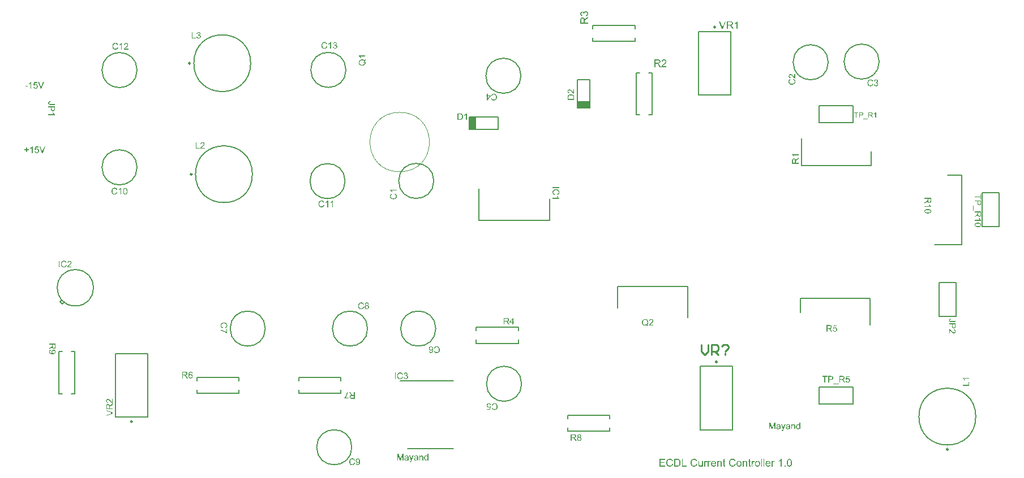
<source format=gbr>
%TF.GenerationSoftware,Altium Limited,Altium Designer,21.2.2 (38)*%
G04 Layer_Color=65535*
%FSLAX26Y26*%
%MOIN*%
%TF.SameCoordinates,77551777-079B-400F-9D4E-00EB0A9A3649*%
%TF.FilePolarity,Positive*%
%TF.FileFunction,Legend,Top*%
%TF.Part,Single*%
G01*
G75*
%TA.AperFunction,NonConductor*%
%ADD10C,0.010000*%
%ADD72C,0.007874*%
%ADD73C,0.009842*%
%ADD74C,0.003937*%
%ADD75R,0.038661X0.072835*%
%ADD76R,0.072835X0.038661*%
G36*
X2134597Y4327210D02*
X2120000D01*
Y4331927D01*
X2134597D01*
Y4327210D01*
D02*
G37*
G36*
X2216293Y4315666D02*
X2210965D01*
X2196090Y4354072D01*
X2201640D01*
X2211631Y4326155D01*
Y4326100D01*
X2211686Y4325989D01*
X2211742Y4325823D01*
X2211852Y4325600D01*
X2211908Y4325267D01*
X2212019Y4324935D01*
X2212296Y4324102D01*
X2212630Y4323158D01*
X2212963Y4322104D01*
X2213628Y4319884D01*
Y4319940D01*
X2213684Y4320051D01*
X2213740Y4320217D01*
X2213795Y4320439D01*
X2213961Y4321050D01*
X2214239Y4321882D01*
X2214517Y4322825D01*
X2214849Y4323880D01*
X2215238Y4324990D01*
X2215682Y4326155D01*
X2226116Y4354072D01*
X2231278D01*
X2216293Y4315666D01*
D02*
G37*
G36*
X2191928Y4349077D02*
X2176555D01*
X2174501Y4338699D01*
X2174557Y4338754D01*
X2174668Y4338810D01*
X2174834Y4338921D01*
X2175111Y4339087D01*
X2175445Y4339253D01*
X2175833Y4339475D01*
X2176721Y4339919D01*
X2177831Y4340364D01*
X2179052Y4340752D01*
X2180384Y4341029D01*
X2181050Y4341141D01*
X2182271D01*
X2182604Y4341085D01*
X2183048Y4341029D01*
X2183548Y4340974D01*
X2184102Y4340863D01*
X2184713Y4340697D01*
X2186045Y4340308D01*
X2186767Y4340030D01*
X2187488Y4339642D01*
X2188209Y4339253D01*
X2188931Y4338810D01*
X2189597Y4338255D01*
X2190263Y4337644D01*
X2190318Y4337588D01*
X2190430Y4337477D01*
X2190596Y4337311D01*
X2190818Y4337033D01*
X2191095Y4336645D01*
X2191373Y4336257D01*
X2191706Y4335757D01*
X2192039Y4335202D01*
X2192316Y4334592D01*
X2192649Y4333926D01*
X2192927Y4333149D01*
X2193204Y4332372D01*
X2193427Y4331539D01*
X2193593Y4330596D01*
X2193704Y4329652D01*
X2193760Y4328653D01*
Y4328597D01*
Y4328431D01*
Y4328154D01*
X2193704Y4327765D01*
X2193648Y4327321D01*
X2193593Y4326822D01*
X2193482Y4326211D01*
X2193371Y4325600D01*
X2193038Y4324158D01*
X2192483Y4322659D01*
X2192150Y4321882D01*
X2191706Y4321160D01*
X2191262Y4320383D01*
X2190707Y4319662D01*
X2190651Y4319606D01*
X2190541Y4319440D01*
X2190318Y4319218D01*
X2190041Y4318940D01*
X2189653Y4318608D01*
X2189209Y4318163D01*
X2188653Y4317775D01*
X2188043Y4317331D01*
X2187377Y4316887D01*
X2186600Y4316498D01*
X2185767Y4316110D01*
X2184880Y4315721D01*
X2183936Y4315444D01*
X2182881Y4315222D01*
X2181771Y4315056D01*
X2180606Y4315000D01*
X2180106D01*
X2179718Y4315056D01*
X2179274Y4315111D01*
X2178774Y4315167D01*
X2178164Y4315222D01*
X2177553Y4315389D01*
X2176166Y4315721D01*
X2174778Y4316221D01*
X2174057Y4316554D01*
X2173336Y4316943D01*
X2172669Y4317386D01*
X2172003Y4317886D01*
X2171948Y4317941D01*
X2171837Y4317997D01*
X2171726Y4318219D01*
X2171504Y4318441D01*
X2171227Y4318718D01*
X2170949Y4319051D01*
X2170616Y4319495D01*
X2170338Y4319995D01*
X2170006Y4320494D01*
X2169673Y4321105D01*
X2169062Y4322437D01*
X2168562Y4323991D01*
X2168396Y4324824D01*
X2168285Y4325712D01*
X2173224Y4326100D01*
Y4326044D01*
Y4325934D01*
X2173280Y4325767D01*
X2173336Y4325489D01*
X2173502Y4324879D01*
X2173724Y4324047D01*
X2174057Y4323214D01*
X2174501Y4322270D01*
X2175056Y4321438D01*
X2175722Y4320661D01*
X2175833Y4320605D01*
X2176055Y4320383D01*
X2176499Y4320106D01*
X2177110Y4319773D01*
X2177776Y4319440D01*
X2178608Y4319163D01*
X2179552Y4318940D01*
X2180606Y4318885D01*
X2180939D01*
X2181161Y4318940D01*
X2181827Y4318996D01*
X2182604Y4319218D01*
X2183548Y4319495D01*
X2184491Y4319940D01*
X2185490Y4320605D01*
X2185934Y4320994D01*
X2186378Y4321438D01*
X2186434Y4321493D01*
X2186489Y4321549D01*
X2186600Y4321716D01*
X2186767Y4321882D01*
X2187155Y4322493D01*
X2187599Y4323270D01*
X2187988Y4324213D01*
X2188376Y4325378D01*
X2188653Y4326766D01*
X2188765Y4327488D01*
Y4328265D01*
Y4328320D01*
Y4328431D01*
Y4328653D01*
X2188709Y4328931D01*
Y4329264D01*
X2188653Y4329652D01*
X2188487Y4330540D01*
X2188209Y4331595D01*
X2187821Y4332649D01*
X2187266Y4333648D01*
X2186489Y4334592D01*
Y4334647D01*
X2186378Y4334703D01*
X2186101Y4334980D01*
X2185601Y4335368D01*
X2184935Y4335812D01*
X2184047Y4336201D01*
X2183048Y4336590D01*
X2181883Y4336867D01*
X2181216Y4336978D01*
X2180162D01*
X2179718Y4336922D01*
X2179163Y4336867D01*
X2178497Y4336700D01*
X2177831Y4336534D01*
X2177110Y4336257D01*
X2176388Y4335923D01*
X2176332Y4335868D01*
X2176110Y4335757D01*
X2175778Y4335480D01*
X2175334Y4335202D01*
X2174890Y4334814D01*
X2174445Y4334314D01*
X2173946Y4333815D01*
X2173557Y4333204D01*
X2169117Y4333815D01*
X2172836Y4353573D01*
X2191928D01*
Y4349077D01*
D02*
G37*
G36*
X2156186Y4315666D02*
X2151468D01*
Y4345691D01*
X2151413Y4345636D01*
X2151135Y4345414D01*
X2150802Y4345081D01*
X2150247Y4344693D01*
X2149637Y4344193D01*
X2148860Y4343638D01*
X2147972Y4343028D01*
X2146973Y4342417D01*
X2146918D01*
X2146862Y4342361D01*
X2146529Y4342140D01*
X2145974Y4341862D01*
X2145308Y4341529D01*
X2144531Y4341141D01*
X2143698Y4340752D01*
X2142866Y4340364D01*
X2142034Y4340030D01*
Y4344582D01*
X2142089D01*
X2142200Y4344693D01*
X2142422Y4344748D01*
X2142700Y4344914D01*
X2143032Y4345081D01*
X2143421Y4345303D01*
X2144365Y4345858D01*
X2145474Y4346468D01*
X2146584Y4347245D01*
X2147750Y4348133D01*
X2148916Y4349077D01*
X2148971Y4349132D01*
X2149026Y4349188D01*
X2149193Y4349355D01*
X2149415Y4349521D01*
X2149914Y4350076D01*
X2150581Y4350742D01*
X2151247Y4351519D01*
X2151968Y4352407D01*
X2152579Y4353295D01*
X2153133Y4354239D01*
X2156186D01*
Y4315666D01*
D02*
G37*
G36*
X2129874Y3956811D02*
X2140308D01*
Y3952427D01*
X2129874D01*
Y3941882D01*
X2125434D01*
Y3952427D01*
X2115000D01*
Y3956811D01*
X2125434D01*
Y3967245D01*
X2129874D01*
Y3956811D01*
D02*
G37*
G36*
X2223503Y3935666D02*
X2218175D01*
X2203300Y3974072D01*
X2208851D01*
X2218840Y3946155D01*
Y3946100D01*
X2218896Y3945989D01*
X2218952Y3945823D01*
X2219062Y3945601D01*
X2219118Y3945267D01*
X2219229Y3944934D01*
X2219506Y3944102D01*
X2219840Y3943159D01*
X2220173Y3942104D01*
X2220838Y3939884D01*
Y3939939D01*
X2220894Y3940050D01*
X2220950Y3940217D01*
X2221005Y3940439D01*
X2221171Y3941050D01*
X2221449Y3941882D01*
X2221727Y3942825D01*
X2222059Y3943880D01*
X2222448Y3944990D01*
X2222892Y3946155D01*
X2233326Y3974072D01*
X2238488D01*
X2223503Y3935666D01*
D02*
G37*
G36*
X2199138Y3969077D02*
X2183765D01*
X2181711Y3958698D01*
X2181767Y3958754D01*
X2181878Y3958809D01*
X2182044Y3958921D01*
X2182322Y3959087D01*
X2182655Y3959253D01*
X2183043Y3959476D01*
X2183931Y3959919D01*
X2185041Y3960363D01*
X2186262Y3960752D01*
X2187594Y3961030D01*
X2188260Y3961140D01*
X2189481D01*
X2189814Y3961085D01*
X2190258Y3961030D01*
X2190758Y3960974D01*
X2191312Y3960863D01*
X2191923Y3960697D01*
X2193255Y3960308D01*
X2193977Y3960030D01*
X2194698Y3959642D01*
X2195419Y3959253D01*
X2196141Y3958809D01*
X2196807Y3958255D01*
X2197473Y3957644D01*
X2197528Y3957588D01*
X2197640Y3957477D01*
X2197806Y3957311D01*
X2198028Y3957034D01*
X2198305Y3956645D01*
X2198583Y3956256D01*
X2198916Y3955757D01*
X2199249Y3955202D01*
X2199526Y3954591D01*
X2199860Y3953925D01*
X2200137Y3953148D01*
X2200414Y3952372D01*
X2200637Y3951539D01*
X2200803Y3950595D01*
X2200914Y3949652D01*
X2200970Y3948653D01*
Y3948597D01*
Y3948431D01*
Y3948153D01*
X2200914Y3947765D01*
X2200858Y3947321D01*
X2200803Y3946822D01*
X2200692Y3946211D01*
X2200581Y3945601D01*
X2200248Y3944157D01*
X2199693Y3942659D01*
X2199360Y3941882D01*
X2198916Y3941160D01*
X2198472Y3940383D01*
X2197917Y3939662D01*
X2197861Y3939606D01*
X2197751Y3939440D01*
X2197528Y3939218D01*
X2197251Y3938941D01*
X2196863Y3938608D01*
X2196419Y3938164D01*
X2195863Y3937775D01*
X2195253Y3937331D01*
X2194587Y3936887D01*
X2193810Y3936499D01*
X2192977Y3936110D01*
X2192090Y3935722D01*
X2191146Y3935444D01*
X2190091Y3935222D01*
X2188981Y3935055D01*
X2187816Y3935000D01*
X2187316D01*
X2186928Y3935055D01*
X2186484Y3935111D01*
X2185985Y3935166D01*
X2185374Y3935222D01*
X2184764Y3935389D01*
X2183376Y3935722D01*
X2181988Y3936221D01*
X2181267Y3936554D01*
X2180546Y3936943D01*
X2179880Y3937387D01*
X2179213Y3937886D01*
X2179158Y3937941D01*
X2179047Y3937997D01*
X2178936Y3938219D01*
X2178714Y3938441D01*
X2178436Y3938718D01*
X2178159Y3939052D01*
X2177826Y3939495D01*
X2177548Y3939995D01*
X2177215Y3940494D01*
X2176883Y3941105D01*
X2176272Y3942437D01*
X2175773Y3943991D01*
X2175606Y3944823D01*
X2175495Y3945711D01*
X2180434Y3946100D01*
Y3946044D01*
Y3945934D01*
X2180490Y3945767D01*
X2180546Y3945490D01*
X2180712Y3944879D01*
X2180934Y3944046D01*
X2181267Y3943214D01*
X2181711Y3942271D01*
X2182266Y3941438D01*
X2182932Y3940661D01*
X2183043Y3940606D01*
X2183265Y3940383D01*
X2183709Y3940106D01*
X2184320Y3939773D01*
X2184985Y3939440D01*
X2185818Y3939162D01*
X2186762Y3938941D01*
X2187816Y3938885D01*
X2188149D01*
X2188371Y3938941D01*
X2189037Y3938996D01*
X2189814Y3939218D01*
X2190758Y3939495D01*
X2191701Y3939939D01*
X2192700Y3940606D01*
X2193144Y3940994D01*
X2193588Y3941438D01*
X2193644Y3941494D01*
X2193699Y3941549D01*
X2193810Y3941715D01*
X2193977Y3941882D01*
X2194365Y3942492D01*
X2194809Y3943269D01*
X2195198Y3944213D01*
X2195586Y3945378D01*
X2195863Y3946766D01*
X2195974Y3947488D01*
Y3948265D01*
Y3948320D01*
Y3948431D01*
Y3948653D01*
X2195919Y3948930D01*
Y3949264D01*
X2195863Y3949652D01*
X2195697Y3950540D01*
X2195419Y3951595D01*
X2195031Y3952649D01*
X2194476Y3953648D01*
X2193699Y3954591D01*
Y3954647D01*
X2193588Y3954702D01*
X2193311Y3954980D01*
X2192811Y3955369D01*
X2192145Y3955812D01*
X2191257Y3956201D01*
X2190258Y3956590D01*
X2189093Y3956867D01*
X2188427Y3956978D01*
X2187372D01*
X2186928Y3956923D01*
X2186373Y3956867D01*
X2185707Y3956700D01*
X2185041Y3956534D01*
X2184320Y3956256D01*
X2183598Y3955923D01*
X2183543Y3955868D01*
X2183320Y3955757D01*
X2182988Y3955479D01*
X2182544Y3955202D01*
X2182099Y3954814D01*
X2181655Y3954314D01*
X2181156Y3953814D01*
X2180767Y3953204D01*
X2176327Y3953814D01*
X2180046Y3973573D01*
X2199138D01*
Y3969077D01*
D02*
G37*
G36*
X2163396Y3935666D02*
X2158678D01*
Y3965691D01*
X2158623Y3965636D01*
X2158345Y3965414D01*
X2158012Y3965081D01*
X2157457Y3964693D01*
X2156847Y3964193D01*
X2156070Y3963638D01*
X2155182Y3963028D01*
X2154183Y3962417D01*
X2154128D01*
X2154072Y3962361D01*
X2153739Y3962140D01*
X2153184Y3961862D01*
X2152518Y3961529D01*
X2151741Y3961140D01*
X2150909Y3960752D01*
X2150076Y3960363D01*
X2149244Y3960030D01*
Y3964581D01*
X2149299D01*
X2149410Y3964693D01*
X2149632Y3964748D01*
X2149910Y3964914D01*
X2150242Y3965081D01*
X2150631Y3965303D01*
X2151575Y3965858D01*
X2152684Y3966468D01*
X2153794Y3967245D01*
X2154960Y3968133D01*
X2156126Y3969077D01*
X2156181Y3969133D01*
X2156236Y3969188D01*
X2156403Y3969354D01*
X2156625Y3969521D01*
X2157124Y3970076D01*
X2157791Y3970742D01*
X2158456Y3971519D01*
X2159178Y3972407D01*
X2159789Y3973295D01*
X2160343Y3974238D01*
X2163396D01*
Y3935666D01*
D02*
G37*
G36*
X6683095Y2306267D02*
X6678710D01*
Y2309763D01*
X6678654Y2309707D01*
X6678599Y2309597D01*
X6678432Y2309374D01*
X6678211Y2309097D01*
X6677933Y2308820D01*
X6677600Y2308486D01*
X6677212Y2308098D01*
X6676712Y2307709D01*
X6676212Y2307321D01*
X6675658Y2306932D01*
X6674992Y2306599D01*
X6674270Y2306322D01*
X6673548Y2306044D01*
X6672716Y2305823D01*
X6671828Y2305711D01*
X6670885Y2305656D01*
X6670551D01*
X6670329Y2305711D01*
X6669663Y2305767D01*
X6668886Y2305878D01*
X6667943Y2306100D01*
X6666889Y2306433D01*
X6665834Y2306877D01*
X6664779Y2307488D01*
X6664724D01*
X6664668Y2307599D01*
X6664336Y2307820D01*
X6663836Y2308265D01*
X6663225Y2308820D01*
X6662504Y2309541D01*
X6661783Y2310429D01*
X6661061Y2311428D01*
X6660450Y2312593D01*
Y2312649D01*
X6660395Y2312760D01*
X6660340Y2312927D01*
X6660229Y2313148D01*
X6660118Y2313481D01*
X6659951Y2313870D01*
X6659840Y2314258D01*
X6659729Y2314758D01*
X6659452Y2315868D01*
X6659174Y2317144D01*
X6659007Y2318588D01*
X6658952Y2320142D01*
Y2320197D01*
Y2320308D01*
Y2320530D01*
Y2320863D01*
X6659007Y2321196D01*
Y2321640D01*
X6659118Y2322639D01*
X6659285Y2323805D01*
X6659562Y2325081D01*
X6659895Y2326413D01*
X6660340Y2327689D01*
Y2327745D01*
X6660395Y2327856D01*
X6660506Y2328023D01*
X6660617Y2328244D01*
X6660950Y2328855D01*
X6661394Y2329632D01*
X6661949Y2330465D01*
X6662671Y2331297D01*
X6663503Y2332185D01*
X6664502Y2332907D01*
X6664557D01*
X6664613Y2332962D01*
X6664779Y2333073D01*
X6665002Y2333184D01*
X6665556Y2333461D01*
X6666333Y2333850D01*
X6667221Y2334183D01*
X6668276Y2334461D01*
X6669441Y2334682D01*
X6670663Y2334738D01*
X6671106D01*
X6671551Y2334682D01*
X6672161Y2334627D01*
X6672882Y2334461D01*
X6673659Y2334294D01*
X6674436Y2334017D01*
X6675158Y2333628D01*
X6675269Y2333573D01*
X6675491Y2333461D01*
X6675824Y2333184D01*
X6676268Y2332907D01*
X6676823Y2332518D01*
X6677323Y2332019D01*
X6677877Y2331519D01*
X6678377Y2330909D01*
Y2344673D01*
X6683095D01*
Y2306267D01*
D02*
G37*
G36*
X6644800Y2334682D02*
X6645410Y2334627D01*
X6646132Y2334516D01*
X6646908Y2334349D01*
X6647741Y2334128D01*
X6648518Y2333794D01*
X6648629Y2333739D01*
X6648851Y2333628D01*
X6649239Y2333461D01*
X6649684Y2333184D01*
X6650239Y2332851D01*
X6650738Y2332407D01*
X6651238Y2331963D01*
X6651681Y2331408D01*
X6651737Y2331352D01*
X6651848Y2331131D01*
X6652015Y2330853D01*
X6652292Y2330465D01*
X6652514Y2329910D01*
X6652736Y2329354D01*
X6653014Y2328689D01*
X6653180Y2327967D01*
Y2327912D01*
X6653235Y2327689D01*
X6653291Y2327356D01*
X6653346Y2326912D01*
Y2326247D01*
X6653402Y2325470D01*
X6653458Y2324526D01*
Y2323360D01*
Y2306267D01*
X6648740D01*
Y2323139D01*
Y2323194D01*
Y2323249D01*
Y2323638D01*
Y2324137D01*
X6648685Y2324748D01*
X6648629Y2325470D01*
X6648518Y2326191D01*
X6648351Y2326857D01*
X6648185Y2327468D01*
Y2327523D01*
X6648074Y2327689D01*
X6647908Y2327967D01*
X6647741Y2328300D01*
X6647463Y2328633D01*
X6647131Y2329021D01*
X6646686Y2329410D01*
X6646187Y2329743D01*
X6646132Y2329798D01*
X6645965Y2329910D01*
X6645632Y2330021D01*
X6645243Y2330187D01*
X6644800Y2330354D01*
X6644244Y2330520D01*
X6643578Y2330575D01*
X6642913Y2330631D01*
X6642635D01*
X6642413Y2330575D01*
X6641858Y2330520D01*
X6641136Y2330409D01*
X6640359Y2330131D01*
X6639471Y2329798D01*
X6638583Y2329354D01*
X6637751Y2328689D01*
X6637640Y2328577D01*
X6637418Y2328300D01*
X6637252Y2328078D01*
X6637085Y2327800D01*
X6636863Y2327468D01*
X6636697Y2327079D01*
X6636475Y2326635D01*
X6636252Y2326080D01*
X6636086Y2325470D01*
X6635919Y2324803D01*
X6635809Y2324082D01*
X6635698Y2323305D01*
X6635587Y2322361D01*
Y2321418D01*
Y2306267D01*
X6630869D01*
Y2334128D01*
X6635087D01*
Y2330131D01*
X6635142Y2330187D01*
X6635253Y2330354D01*
X6635420Y2330575D01*
X6635642Y2330853D01*
X6635975Y2331186D01*
X6636364Y2331575D01*
X6636807Y2332019D01*
X6637363Y2332463D01*
X6637917Y2332851D01*
X6638583Y2333295D01*
X6639305Y2333684D01*
X6640082Y2334017D01*
X6640970Y2334294D01*
X6641858Y2334516D01*
X6642857Y2334682D01*
X6643912Y2334738D01*
X6644355D01*
X6644800Y2334682D01*
D02*
G37*
G36*
X6536630Y2306267D02*
X6531746D01*
Y2338401D01*
X6520535Y2306267D01*
X6515984D01*
X6504884Y2338956D01*
Y2306267D01*
X6500000D01*
Y2344673D01*
X6507604D01*
X6516706Y2317422D01*
Y2317367D01*
X6516761Y2317256D01*
X6516816Y2317089D01*
X6516927Y2316811D01*
X6517150Y2316146D01*
X6517427Y2315313D01*
X6517704Y2314369D01*
X6518038Y2313426D01*
X6518315Y2312538D01*
X6518537Y2311761D01*
X6518592Y2311872D01*
X6518648Y2312149D01*
X6518815Y2312649D01*
X6519037Y2313315D01*
X6519314Y2314203D01*
X6519703Y2315258D01*
X6520091Y2316479D01*
X6520591Y2317921D01*
X6529803Y2344673D01*
X6536630D01*
Y2306267D01*
D02*
G37*
G36*
X6586358Y2305823D02*
Y2305767D01*
X6586302Y2305601D01*
X6586191Y2305378D01*
X6586081Y2305101D01*
X6585914Y2304713D01*
X6585748Y2304269D01*
X6585359Y2303325D01*
X6584971Y2302271D01*
X6584526Y2301216D01*
X6584083Y2300273D01*
X6583860Y2299884D01*
X6583694Y2299495D01*
X6583639Y2299385D01*
X6583472Y2299107D01*
X6583194Y2298718D01*
X6582861Y2298219D01*
X6582417Y2297664D01*
X6581918Y2297109D01*
X6581418Y2296554D01*
X6580808Y2296110D01*
X6580752Y2296055D01*
X6580530Y2295943D01*
X6580198Y2295777D01*
X6579698Y2295555D01*
X6579143Y2295333D01*
X6578477Y2295166D01*
X6577756Y2295055D01*
X6576923Y2295000D01*
X6576701D01*
X6576423Y2295055D01*
X6576035D01*
X6575591Y2295166D01*
X6575092Y2295278D01*
X6574537Y2295389D01*
X6573926Y2295610D01*
X6573426Y2299995D01*
X6573482D01*
X6573704Y2299939D01*
X6573981Y2299884D01*
X6574315Y2299773D01*
X6575203Y2299606D01*
X6576091Y2299551D01*
X6576368D01*
X6576645Y2299606D01*
X6576979D01*
X6577811Y2299773D01*
X6578199Y2299939D01*
X6578588Y2300106D01*
X6578644D01*
X6578755Y2300217D01*
X6578921Y2300328D01*
X6579143Y2300494D01*
X6579642Y2300939D01*
X6580087Y2301549D01*
Y2301604D01*
X6580198Y2301715D01*
X6580309Y2301938D01*
X6580419Y2302271D01*
X6580641Y2302715D01*
X6580864Y2303381D01*
X6581197Y2304157D01*
X6581529Y2305101D01*
Y2305157D01*
X6581641Y2305378D01*
X6581752Y2305767D01*
X6581974Y2306267D01*
X6571428Y2334128D01*
X6576423D01*
X6582251Y2317977D01*
Y2317921D01*
X6582306Y2317866D01*
X6582362Y2317700D01*
X6582417Y2317422D01*
X6582529Y2317144D01*
X6582640Y2316811D01*
X6582917Y2316035D01*
X6583250Y2315091D01*
X6583583Y2313981D01*
X6583916Y2312816D01*
X6584249Y2311539D01*
Y2311595D01*
X6584305Y2311706D01*
X6584360Y2311872D01*
X6584416Y2312094D01*
X6584471Y2312372D01*
X6584582Y2312704D01*
X6584804Y2313537D01*
X6585082Y2314481D01*
X6585470Y2315590D01*
X6585803Y2316700D01*
X6586247Y2317866D01*
X6592241Y2334128D01*
X6596958D01*
X6586358Y2305823D01*
D02*
G37*
G36*
X6613997Y2334682D02*
X6614829Y2334627D01*
X6615773Y2334516D01*
X6616717Y2334349D01*
X6617660Y2334128D01*
X6618548Y2333850D01*
X6618659Y2333794D01*
X6618936Y2333684D01*
X6619325Y2333517D01*
X6619824Y2333295D01*
X6620380Y2332962D01*
X6620935Y2332629D01*
X6621434Y2332185D01*
X6621878Y2331741D01*
X6621934Y2331686D01*
X6622044Y2331519D01*
X6622211Y2331242D01*
X6622433Y2330909D01*
X6622711Y2330409D01*
X6622932Y2329910D01*
X6623154Y2329299D01*
X6623321Y2328577D01*
Y2328522D01*
X6623377Y2328356D01*
X6623432Y2328023D01*
X6623488Y2327579D01*
Y2326968D01*
X6623543Y2326247D01*
X6623599Y2325303D01*
Y2324249D01*
Y2317921D01*
Y2317866D01*
Y2317644D01*
Y2317311D01*
Y2316867D01*
Y2316367D01*
Y2315757D01*
X6623654Y2314425D01*
Y2313037D01*
X6623709Y2311650D01*
X6623765Y2311039D01*
Y2310485D01*
X6623820Y2309985D01*
X6623876Y2309597D01*
Y2309541D01*
X6623931Y2309319D01*
X6623987Y2308986D01*
X6624154Y2308542D01*
X6624265Y2308043D01*
X6624486Y2307488D01*
X6624764Y2306877D01*
X6625042Y2306267D01*
X6620102D01*
X6620047Y2306322D01*
X6619991Y2306544D01*
X6619880Y2306822D01*
X6619713Y2307265D01*
X6619547Y2307765D01*
X6619436Y2308376D01*
X6619325Y2309041D01*
X6619214Y2309763D01*
X6619158D01*
X6619103Y2309652D01*
X6618770Y2309374D01*
X6618270Y2308986D01*
X6617605Y2308486D01*
X6616772Y2307987D01*
X6615940Y2307432D01*
X6615051Y2306932D01*
X6614108Y2306544D01*
X6613997Y2306488D01*
X6613664Y2306433D01*
X6613164Y2306267D01*
X6612554Y2306100D01*
X6611777Y2305934D01*
X6610889Y2305823D01*
X6609890Y2305711D01*
X6608891Y2305656D01*
X6608447D01*
X6608114Y2305711D01*
X6607725D01*
X6607282Y2305767D01*
X6606283Y2305934D01*
X6605172Y2306211D01*
X6603952Y2306599D01*
X6602842Y2307155D01*
X6601842Y2307876D01*
X6601731Y2307987D01*
X6601454Y2308265D01*
X6601065Y2308764D01*
X6600622Y2309430D01*
X6600177Y2310262D01*
X6599789Y2311206D01*
X6599511Y2312372D01*
X6599456Y2312927D01*
X6599400Y2313593D01*
Y2313704D01*
Y2313925D01*
X6599456Y2314314D01*
X6599511Y2314814D01*
X6599623Y2315424D01*
X6599789Y2316035D01*
X6600011Y2316700D01*
X6600288Y2317311D01*
X6600344Y2317367D01*
X6600455Y2317588D01*
X6600677Y2317921D01*
X6600954Y2318310D01*
X6601288Y2318754D01*
X6601731Y2319198D01*
X6602176Y2319642D01*
X6602730Y2320030D01*
X6602786Y2320086D01*
X6603008Y2320197D01*
X6603285Y2320419D01*
X6603730Y2320641D01*
X6604229Y2320863D01*
X6604840Y2321140D01*
X6605450Y2321363D01*
X6606172Y2321584D01*
X6606227D01*
X6606449Y2321640D01*
X6606782Y2321751D01*
X6607226Y2321807D01*
X6607781Y2321918D01*
X6608502Y2322028D01*
X6609335Y2322195D01*
X6610334Y2322306D01*
X6610390D01*
X6610611Y2322361D01*
X6610889D01*
X6611278Y2322417D01*
X6611721Y2322472D01*
X6612276Y2322584D01*
X6612887Y2322639D01*
X6613553Y2322750D01*
X6614885Y2323028D01*
X6616328Y2323305D01*
X6617605Y2323638D01*
X6618215Y2323805D01*
X6618770Y2323971D01*
Y2324026D01*
Y2324137D01*
X6618825Y2324470D01*
Y2324859D01*
Y2325081D01*
Y2325192D01*
Y2325247D01*
Y2325303D01*
Y2325636D01*
X6618770Y2326191D01*
X6618659Y2326802D01*
X6618493Y2327468D01*
X6618215Y2328133D01*
X6617882Y2328744D01*
X6617438Y2329244D01*
X6617382Y2329299D01*
X6617105Y2329521D01*
X6616661Y2329743D01*
X6616106Y2330076D01*
X6615329Y2330354D01*
X6614441Y2330631D01*
X6613331Y2330798D01*
X6612055Y2330853D01*
X6611499D01*
X6610944Y2330798D01*
X6610167Y2330686D01*
X6609391Y2330575D01*
X6608558Y2330354D01*
X6607781Y2330076D01*
X6607115Y2329688D01*
X6607060Y2329632D01*
X6606837Y2329465D01*
X6606560Y2329188D01*
X6606227Y2328744D01*
X6605894Y2328189D01*
X6605506Y2327468D01*
X6605172Y2326579D01*
X6604840Y2325581D01*
X6600233Y2326191D01*
Y2326247D01*
X6600288Y2326302D01*
Y2326468D01*
X6600344Y2326691D01*
X6600511Y2327190D01*
X6600733Y2327912D01*
X6601010Y2328633D01*
X6601343Y2329410D01*
X6601787Y2330187D01*
X6602287Y2330909D01*
X6602342Y2330964D01*
X6602564Y2331186D01*
X6602897Y2331519D01*
X6603341Y2331963D01*
X6603952Y2332407D01*
X6604673Y2332851D01*
X6605506Y2333351D01*
X6606449Y2333739D01*
X6606505D01*
X6606560Y2333794D01*
X6606726Y2333850D01*
X6606949Y2333905D01*
X6607503Y2334072D01*
X6608280Y2334238D01*
X6609168Y2334405D01*
X6610279Y2334572D01*
X6611444Y2334682D01*
X6612776Y2334738D01*
X6613386D01*
X6613997Y2334682D01*
D02*
G37*
G36*
X6557276D02*
X6558109Y2334627D01*
X6559052Y2334516D01*
X6559995Y2334349D01*
X6560939Y2334128D01*
X6561827Y2333850D01*
X6561938Y2333794D01*
X6562216Y2333684D01*
X6562604Y2333517D01*
X6563104Y2333295D01*
X6563658Y2332962D01*
X6564213Y2332629D01*
X6564713Y2332185D01*
X6565157Y2331741D01*
X6565212Y2331686D01*
X6565324Y2331519D01*
X6565490Y2331242D01*
X6565712Y2330909D01*
X6565989Y2330409D01*
X6566212Y2329910D01*
X6566434Y2329299D01*
X6566600Y2328577D01*
Y2328522D01*
X6566655Y2328356D01*
X6566711Y2328023D01*
X6566766Y2327579D01*
Y2326968D01*
X6566822Y2326247D01*
X6566877Y2325303D01*
Y2324249D01*
Y2317921D01*
Y2317866D01*
Y2317644D01*
Y2317311D01*
Y2316867D01*
Y2316367D01*
Y2315757D01*
X6566933Y2314425D01*
Y2313037D01*
X6566989Y2311650D01*
X6567044Y2311039D01*
Y2310485D01*
X6567100Y2309985D01*
X6567155Y2309597D01*
Y2309541D01*
X6567211Y2309319D01*
X6567266Y2308986D01*
X6567432Y2308542D01*
X6567543Y2308043D01*
X6567766Y2307488D01*
X6568043Y2306877D01*
X6568320Y2306267D01*
X6563381D01*
X6563325Y2306322D01*
X6563270Y2306544D01*
X6563159Y2306822D01*
X6562993Y2307265D01*
X6562826Y2307765D01*
X6562715Y2308376D01*
X6562604Y2309041D01*
X6562493Y2309763D01*
X6562438D01*
X6562382Y2309652D01*
X6562049Y2309374D01*
X6561550Y2308986D01*
X6560883Y2308486D01*
X6560051Y2307987D01*
X6559218Y2307432D01*
X6558331Y2306932D01*
X6557387Y2306544D01*
X6557276Y2306488D01*
X6556943Y2306433D01*
X6556444Y2306267D01*
X6555833Y2306100D01*
X6555056Y2305934D01*
X6554168Y2305823D01*
X6553169Y2305711D01*
X6552170Y2305656D01*
X6551726D01*
X6551393Y2305711D01*
X6551005D01*
X6550560Y2305767D01*
X6549561Y2305934D01*
X6548452Y2306211D01*
X6547230Y2306599D01*
X6546120Y2307155D01*
X6545122Y2307876D01*
X6545011Y2307987D01*
X6544733Y2308265D01*
X6544345Y2308764D01*
X6543900Y2309430D01*
X6543457Y2310262D01*
X6543068Y2311206D01*
X6542791Y2312372D01*
X6542735Y2312927D01*
X6542680Y2313593D01*
Y2313704D01*
Y2313925D01*
X6542735Y2314314D01*
X6542791Y2314814D01*
X6542901Y2315424D01*
X6543068Y2316035D01*
X6543290Y2316700D01*
X6543568Y2317311D01*
X6543623Y2317367D01*
X6543734Y2317588D01*
X6543956Y2317921D01*
X6544234Y2318310D01*
X6544566Y2318754D01*
X6545011Y2319198D01*
X6545454Y2319642D01*
X6546010Y2320030D01*
X6546065Y2320086D01*
X6546287Y2320197D01*
X6546565Y2320419D01*
X6547008Y2320641D01*
X6547508Y2320863D01*
X6548118Y2321140D01*
X6548729Y2321363D01*
X6549450Y2321584D01*
X6549506D01*
X6549728Y2321640D01*
X6550061Y2321751D01*
X6550505Y2321807D01*
X6551060Y2321918D01*
X6551782Y2322028D01*
X6552614Y2322195D01*
X6553613Y2322306D01*
X6553668D01*
X6553891Y2322361D01*
X6554168D01*
X6554556Y2322417D01*
X6555001Y2322472D01*
X6555556Y2322584D01*
X6556166Y2322639D01*
X6556832Y2322750D01*
X6558164Y2323028D01*
X6559607Y2323305D01*
X6560883Y2323638D01*
X6561494Y2323805D01*
X6562049Y2323971D01*
Y2324026D01*
Y2324137D01*
X6562105Y2324470D01*
Y2324859D01*
Y2325081D01*
Y2325192D01*
Y2325247D01*
Y2325303D01*
Y2325636D01*
X6562049Y2326191D01*
X6561938Y2326802D01*
X6561771Y2327468D01*
X6561494Y2328133D01*
X6561161Y2328744D01*
X6560717Y2329244D01*
X6560662Y2329299D01*
X6560384Y2329521D01*
X6559940Y2329743D01*
X6559385Y2330076D01*
X6558608Y2330354D01*
X6557720Y2330631D01*
X6556610Y2330798D01*
X6555333Y2330853D01*
X6554779D01*
X6554224Y2330798D01*
X6553447Y2330686D01*
X6552669Y2330575D01*
X6551837Y2330354D01*
X6551060Y2330076D01*
X6550394Y2329688D01*
X6550338Y2329632D01*
X6550117Y2329465D01*
X6549839Y2329188D01*
X6549506Y2328744D01*
X6549173Y2328189D01*
X6548784Y2327468D01*
X6548452Y2326579D01*
X6548118Y2325581D01*
X6543512Y2326191D01*
Y2326247D01*
X6543568Y2326302D01*
Y2326468D01*
X6543623Y2326691D01*
X6543789Y2327190D01*
X6544011Y2327912D01*
X6544289Y2328633D01*
X6544622Y2329410D01*
X6545066Y2330187D01*
X6545565Y2330909D01*
X6545621Y2330964D01*
X6545843Y2331186D01*
X6546176Y2331519D01*
X6546620Y2331963D01*
X6547230Y2332407D01*
X6547952Y2332851D01*
X6548784Y2333351D01*
X6549728Y2333739D01*
X6549783D01*
X6549839Y2333794D01*
X6550006Y2333850D01*
X6550227Y2333905D01*
X6550783Y2334072D01*
X6551560Y2334238D01*
X6552448Y2334405D01*
X6553557Y2334572D01*
X6554723Y2334682D01*
X6556055Y2334738D01*
X6556666D01*
X6557276Y2334682D01*
D02*
G37*
G36*
X6286374Y2131332D02*
X6286957Y2131267D01*
X6287670Y2131202D01*
X6288382Y2131138D01*
X6289225Y2130943D01*
X6290974Y2130555D01*
X6292918Y2129971D01*
X6293890Y2129582D01*
X6294798Y2129129D01*
X6295705Y2128546D01*
X6296612Y2127963D01*
X6296677Y2127898D01*
X6296806Y2127833D01*
X6297066Y2127639D01*
X6297390Y2127314D01*
X6297714Y2126990D01*
X6298167Y2126537D01*
X6298621Y2126019D01*
X6299139Y2125500D01*
X6299658Y2124852D01*
X6300176Y2124075D01*
X6300759Y2123297D01*
X6301278Y2122454D01*
X6301731Y2121483D01*
X6302250Y2120510D01*
X6302638Y2119474D01*
X6303027Y2118307D01*
X6297195Y2116947D01*
Y2117011D01*
X6297130Y2117141D01*
X6297001Y2117400D01*
X6296871Y2117724D01*
X6296742Y2118113D01*
X6296547Y2118631D01*
X6296029Y2119668D01*
X6295381Y2120834D01*
X6294603Y2122001D01*
X6293631Y2123102D01*
X6292594Y2124075D01*
X6292465Y2124204D01*
X6292076Y2124463D01*
X6291428Y2124787D01*
X6290586Y2125241D01*
X6289484Y2125630D01*
X6288253Y2126019D01*
X6286762Y2126278D01*
X6285142Y2126343D01*
X6284624D01*
X6284300Y2126278D01*
X6283846D01*
X6283328Y2126213D01*
X6282097Y2126019D01*
X6280736Y2125759D01*
X6279310Y2125306D01*
X6277820Y2124658D01*
X6276459Y2123815D01*
X6276394D01*
X6276330Y2123686D01*
X6275876Y2123362D01*
X6275293Y2122843D01*
X6274580Y2122066D01*
X6273738Y2121094D01*
X6272960Y2119992D01*
X6272247Y2118631D01*
X6271599Y2117141D01*
Y2117076D01*
X6271534Y2116947D01*
X6271470Y2116752D01*
X6271405Y2116428D01*
X6271275Y2116039D01*
X6271146Y2115586D01*
X6270951Y2114484D01*
X6270692Y2113188D01*
X6270433Y2111762D01*
X6270303Y2110207D01*
X6270238Y2108523D01*
Y2108458D01*
Y2108263D01*
Y2107939D01*
Y2107550D01*
X6270303Y2107097D01*
Y2106514D01*
X6270368Y2105866D01*
X6270433Y2105153D01*
X6270627Y2103598D01*
X6270951Y2101913D01*
X6271340Y2100228D01*
X6271858Y2098543D01*
Y2098479D01*
X6271923Y2098349D01*
X6272053Y2098155D01*
X6272182Y2097831D01*
X6272571Y2097053D01*
X6273154Y2096146D01*
X6273867Y2095109D01*
X6274774Y2094007D01*
X6275811Y2093035D01*
X6277042Y2092128D01*
X6277107D01*
X6277237Y2092063D01*
X6277431Y2091934D01*
X6277690Y2091804D01*
X6278014Y2091675D01*
X6278403Y2091480D01*
X6279310Y2091091D01*
X6280477Y2090702D01*
X6281773Y2090378D01*
X6283198Y2090119D01*
X6284689Y2090055D01*
X6285142D01*
X6285531Y2090119D01*
X6285985D01*
X6286438Y2090184D01*
X6287605Y2090443D01*
X6288966Y2090767D01*
X6290326Y2091286D01*
X6291752Y2091999D01*
X6292465Y2092387D01*
X6293113Y2092906D01*
X6293178Y2092970D01*
X6293242Y2093035D01*
X6293437Y2093230D01*
X6293696Y2093424D01*
X6293955Y2093748D01*
X6294279Y2094137D01*
X6294668Y2094526D01*
X6294992Y2095044D01*
X6295381Y2095627D01*
X6295834Y2096275D01*
X6296223Y2096923D01*
X6296612Y2097701D01*
X6296936Y2098543D01*
X6297260Y2099450D01*
X6297584Y2100423D01*
X6297843Y2101459D01*
X6303805Y2099969D01*
Y2099904D01*
X6303740Y2099645D01*
X6303610Y2099256D01*
X6303416Y2098738D01*
X6303222Y2098155D01*
X6302962Y2097442D01*
X6302638Y2096664D01*
X6302250Y2095822D01*
X6301342Y2094007D01*
X6300176Y2092193D01*
X6299463Y2091286D01*
X6298750Y2090378D01*
X6297973Y2089601D01*
X6297066Y2088823D01*
X6297001Y2088758D01*
X6296871Y2088629D01*
X6296547Y2088499D01*
X6296223Y2088240D01*
X6295705Y2087916D01*
X6295186Y2087592D01*
X6294474Y2087268D01*
X6293761Y2086944D01*
X6292918Y2086555D01*
X6292011Y2086231D01*
X6291039Y2085907D01*
X6290002Y2085583D01*
X6288901Y2085324D01*
X6287734Y2085195D01*
X6286503Y2085065D01*
X6285207Y2085000D01*
X6284494D01*
X6283976Y2085065D01*
X6283393D01*
X6282680Y2085130D01*
X6281902Y2085259D01*
X6280995Y2085389D01*
X6279116Y2085713D01*
X6277172Y2086231D01*
X6275228Y2086944D01*
X6274321Y2087398D01*
X6273414Y2087916D01*
X6273349Y2087981D01*
X6273219Y2088046D01*
X6272960Y2088240D01*
X6272701Y2088499D01*
X6272312Y2088758D01*
X6271858Y2089147D01*
X6271340Y2089601D01*
X6270822Y2090119D01*
X6270303Y2090702D01*
X6269720Y2091286D01*
X6268554Y2092776D01*
X6267452Y2094526D01*
X6266480Y2096470D01*
Y2096535D01*
X6266350Y2096729D01*
X6266286Y2097053D01*
X6266091Y2097442D01*
X6265962Y2097960D01*
X6265767Y2098608D01*
X6265508Y2099321D01*
X6265314Y2100099D01*
X6265119Y2100941D01*
X6264860Y2101913D01*
X6264536Y2103922D01*
X6264277Y2106190D01*
X6264147Y2108523D01*
Y2108587D01*
Y2108847D01*
Y2109235D01*
X6264212Y2109689D01*
Y2110337D01*
X6264277Y2110985D01*
X6264342Y2111827D01*
X6264471Y2112670D01*
X6264795Y2114549D01*
X6265249Y2116622D01*
X6265897Y2118696D01*
X6266804Y2120705D01*
X6266869Y2120770D01*
X6266934Y2120964D01*
X6267063Y2121223D01*
X6267322Y2121547D01*
X6267582Y2122001D01*
X6267906Y2122519D01*
X6268748Y2123686D01*
X6269850Y2124982D01*
X6271146Y2126278D01*
X6272636Y2127574D01*
X6274386Y2128675D01*
X6274450Y2128740D01*
X6274645Y2128805D01*
X6274904Y2128934D01*
X6275228Y2129129D01*
X6275746Y2129323D01*
X6276265Y2129518D01*
X6276913Y2129777D01*
X6277626Y2130036D01*
X6278403Y2130295D01*
X6279246Y2130555D01*
X6281060Y2130943D01*
X6283134Y2131267D01*
X6285272Y2131397D01*
X6285920D01*
X6286374Y2131332D01*
D02*
G37*
G36*
X6059962Y2131332D02*
X6060546Y2131267D01*
X6061258Y2131202D01*
X6061971Y2131138D01*
X6062814Y2130943D01*
X6064563Y2130554D01*
X6066507Y2129971D01*
X6067479Y2129582D01*
X6068386Y2129129D01*
X6069294Y2128546D01*
X6070201Y2127962D01*
X6070266Y2127898D01*
X6070395Y2127833D01*
X6070654Y2127638D01*
X6070978Y2127314D01*
X6071302Y2126990D01*
X6071756Y2126537D01*
X6072210Y2126018D01*
X6072728Y2125500D01*
X6073246Y2124852D01*
X6073765Y2124074D01*
X6074348Y2123297D01*
X6074866Y2122454D01*
X6075320Y2121482D01*
X6075838Y2120510D01*
X6076227Y2119474D01*
X6076616Y2118307D01*
X6070784Y2116946D01*
Y2117011D01*
X6070719Y2117141D01*
X6070590Y2117400D01*
X6070460Y2117724D01*
X6070330Y2118113D01*
X6070136Y2118631D01*
X6069618Y2119668D01*
X6068970Y2120834D01*
X6068192Y2122001D01*
X6067220Y2123102D01*
X6066183Y2124074D01*
X6066054Y2124204D01*
X6065665Y2124463D01*
X6065017Y2124787D01*
X6064174Y2125241D01*
X6063073Y2125630D01*
X6061842Y2126018D01*
X6060351Y2126278D01*
X6058731Y2126342D01*
X6058213D01*
X6057889Y2126278D01*
X6057435D01*
X6056917Y2126213D01*
X6055686Y2126018D01*
X6054325Y2125759D01*
X6052899Y2125306D01*
X6051409Y2124658D01*
X6050048Y2123815D01*
X6049983D01*
X6049918Y2123686D01*
X6049465Y2123362D01*
X6048882Y2122843D01*
X6048169Y2122066D01*
X6047326Y2121094D01*
X6046549Y2119992D01*
X6045836Y2118631D01*
X6045188Y2117141D01*
Y2117076D01*
X6045123Y2116946D01*
X6045058Y2116752D01*
X6044994Y2116428D01*
X6044864Y2116039D01*
X6044734Y2115586D01*
X6044540Y2114484D01*
X6044281Y2113188D01*
X6044022Y2111762D01*
X6043892Y2110207D01*
X6043827Y2108522D01*
Y2108458D01*
Y2108263D01*
Y2107939D01*
Y2107550D01*
X6043892Y2107097D01*
Y2106514D01*
X6043957Y2105866D01*
X6044022Y2105153D01*
X6044216Y2103598D01*
X6044540Y2101913D01*
X6044929Y2100228D01*
X6045447Y2098543D01*
Y2098478D01*
X6045512Y2098349D01*
X6045642Y2098154D01*
X6045771Y2097830D01*
X6046160Y2097053D01*
X6046743Y2096146D01*
X6047456Y2095109D01*
X6048363Y2094007D01*
X6049400Y2093035D01*
X6050631Y2092128D01*
X6050696D01*
X6050826Y2092063D01*
X6051020Y2091934D01*
X6051279Y2091804D01*
X6051603Y2091674D01*
X6051992Y2091480D01*
X6052899Y2091091D01*
X6054066Y2090702D01*
X6055362Y2090378D01*
X6056787Y2090119D01*
X6058278Y2090054D01*
X6058731D01*
X6059120Y2090119D01*
X6059574D01*
X6060027Y2090184D01*
X6061194Y2090443D01*
X6062554Y2090767D01*
X6063915Y2091286D01*
X6065341Y2091998D01*
X6066054Y2092387D01*
X6066702Y2092906D01*
X6066766Y2092970D01*
X6066831Y2093035D01*
X6067026Y2093230D01*
X6067285Y2093424D01*
X6067544Y2093748D01*
X6067868Y2094137D01*
X6068257Y2094526D01*
X6068581Y2095044D01*
X6068970Y2095627D01*
X6069423Y2096275D01*
X6069812Y2096923D01*
X6070201Y2097701D01*
X6070525Y2098543D01*
X6070849Y2099450D01*
X6071173Y2100422D01*
X6071432Y2101459D01*
X6077394Y2099969D01*
Y2099904D01*
X6077329Y2099645D01*
X6077199Y2099256D01*
X6077005Y2098738D01*
X6076810Y2098154D01*
X6076551Y2097442D01*
X6076227Y2096664D01*
X6075838Y2095822D01*
X6074931Y2094007D01*
X6073765Y2092193D01*
X6073052Y2091286D01*
X6072339Y2090378D01*
X6071562Y2089601D01*
X6070654Y2088823D01*
X6070590Y2088758D01*
X6070460Y2088629D01*
X6070136Y2088499D01*
X6069812Y2088240D01*
X6069294Y2087916D01*
X6068775Y2087592D01*
X6068062Y2087268D01*
X6067350Y2086944D01*
X6066507Y2086555D01*
X6065600Y2086231D01*
X6064628Y2085907D01*
X6063591Y2085583D01*
X6062490Y2085324D01*
X6061323Y2085194D01*
X6060092Y2085065D01*
X6058796Y2085000D01*
X6058083D01*
X6057565Y2085065D01*
X6056982D01*
X6056269Y2085130D01*
X6055491Y2085259D01*
X6054584Y2085389D01*
X6052705Y2085713D01*
X6050761Y2086231D01*
X6048817Y2086944D01*
X6047910Y2087398D01*
X6047002Y2087916D01*
X6046938Y2087981D01*
X6046808Y2088046D01*
X6046549Y2088240D01*
X6046290Y2088499D01*
X6045901Y2088758D01*
X6045447Y2089147D01*
X6044929Y2089601D01*
X6044410Y2090119D01*
X6043892Y2090702D01*
X6043309Y2091286D01*
X6042142Y2092776D01*
X6041041Y2094526D01*
X6040069Y2096470D01*
Y2096534D01*
X6039939Y2096729D01*
X6039874Y2097053D01*
X6039680Y2097442D01*
X6039550Y2097960D01*
X6039356Y2098608D01*
X6039097Y2099321D01*
X6038902Y2100098D01*
X6038708Y2100941D01*
X6038449Y2101913D01*
X6038125Y2103922D01*
X6037866Y2106190D01*
X6037736Y2108522D01*
Y2108587D01*
Y2108846D01*
Y2109235D01*
X6037801Y2109689D01*
Y2110337D01*
X6037866Y2110985D01*
X6037930Y2111827D01*
X6038060Y2112670D01*
X6038384Y2114549D01*
X6038838Y2116622D01*
X6039486Y2118696D01*
X6040393Y2120705D01*
X6040458Y2120770D01*
X6040522Y2120964D01*
X6040652Y2121223D01*
X6040911Y2121547D01*
X6041170Y2122001D01*
X6041494Y2122519D01*
X6042337Y2123686D01*
X6043438Y2124982D01*
X6044734Y2126278D01*
X6046225Y2127574D01*
X6047974Y2128675D01*
X6048039Y2128740D01*
X6048234Y2128805D01*
X6048493Y2128934D01*
X6048817Y2129129D01*
X6049335Y2129323D01*
X6049854Y2129518D01*
X6050502Y2129777D01*
X6051214Y2130036D01*
X6051992Y2130295D01*
X6052834Y2130554D01*
X6054649Y2130943D01*
X6056722Y2131267D01*
X6058861Y2131397D01*
X6059509D01*
X6059962Y2131332D01*
D02*
G37*
G36*
X5917208D02*
X5917791Y2131267D01*
X5918504Y2131202D01*
X5919217Y2131138D01*
X5920059Y2130943D01*
X5921809Y2130554D01*
X5923753Y2129971D01*
X5924725Y2129582D01*
X5925632Y2129129D01*
X5926539Y2128546D01*
X5927446Y2127962D01*
X5927511Y2127898D01*
X5927641Y2127833D01*
X5927900Y2127638D01*
X5928224Y2127314D01*
X5928548Y2126990D01*
X5929002Y2126537D01*
X5929455Y2126018D01*
X5929974Y2125500D01*
X5930492Y2124852D01*
X5931010Y2124074D01*
X5931594Y2123297D01*
X5932112Y2122454D01*
X5932566Y2121482D01*
X5933084Y2120510D01*
X5933473Y2119474D01*
X5933862Y2118307D01*
X5928030Y2116946D01*
Y2117011D01*
X5927965Y2117141D01*
X5927835Y2117400D01*
X5927706Y2117724D01*
X5927576Y2118113D01*
X5927382Y2118631D01*
X5926863Y2119668D01*
X5926215Y2120834D01*
X5925438Y2122001D01*
X5924466Y2123102D01*
X5923429Y2124074D01*
X5923299Y2124204D01*
X5922910Y2124463D01*
X5922262Y2124787D01*
X5921420Y2125241D01*
X5920318Y2125630D01*
X5919087Y2126018D01*
X5917597Y2126278D01*
X5915977Y2126342D01*
X5915458D01*
X5915134Y2126278D01*
X5914681D01*
X5914162Y2126213D01*
X5912931Y2126018D01*
X5911570Y2125759D01*
X5910145Y2125306D01*
X5908654Y2124658D01*
X5907294Y2123815D01*
X5907229D01*
X5907164Y2123686D01*
X5906710Y2123362D01*
X5906127Y2122843D01*
X5905414Y2122066D01*
X5904572Y2121094D01*
X5903794Y2119992D01*
X5903082Y2118631D01*
X5902434Y2117141D01*
Y2117076D01*
X5902369Y2116946D01*
X5902304Y2116752D01*
X5902239Y2116428D01*
X5902110Y2116039D01*
X5901980Y2115586D01*
X5901786Y2114484D01*
X5901526Y2113188D01*
X5901267Y2111762D01*
X5901138Y2110207D01*
X5901073Y2108522D01*
Y2108458D01*
Y2108263D01*
Y2107939D01*
Y2107550D01*
X5901138Y2107097D01*
Y2106514D01*
X5901202Y2105866D01*
X5901267Y2105153D01*
X5901462Y2103598D01*
X5901786Y2101913D01*
X5902174Y2100228D01*
X5902693Y2098543D01*
Y2098478D01*
X5902758Y2098349D01*
X5902887Y2098154D01*
X5903017Y2097830D01*
X5903406Y2097053D01*
X5903989Y2096146D01*
X5904702Y2095109D01*
X5905609Y2094007D01*
X5906646Y2093035D01*
X5907877Y2092128D01*
X5907942D01*
X5908071Y2092063D01*
X5908266Y2091934D01*
X5908525Y2091804D01*
X5908849Y2091674D01*
X5909238Y2091480D01*
X5910145Y2091091D01*
X5911311Y2090702D01*
X5912607Y2090378D01*
X5914033Y2090119D01*
X5915523Y2090054D01*
X5915977D01*
X5916366Y2090119D01*
X5916819D01*
X5917273Y2090184D01*
X5918439Y2090443D01*
X5919800Y2090767D01*
X5921161Y2091286D01*
X5922586Y2091998D01*
X5923299Y2092387D01*
X5923947Y2092906D01*
X5924012Y2092970D01*
X5924077Y2093035D01*
X5924271Y2093230D01*
X5924530Y2093424D01*
X5924790Y2093748D01*
X5925114Y2094137D01*
X5925502Y2094526D01*
X5925826Y2095044D01*
X5926215Y2095627D01*
X5926669Y2096275D01*
X5927058Y2096923D01*
X5927446Y2097701D01*
X5927770Y2098543D01*
X5928094Y2099450D01*
X5928418Y2100422D01*
X5928678Y2101459D01*
X5934639Y2099969D01*
Y2099904D01*
X5934574Y2099645D01*
X5934445Y2099256D01*
X5934250Y2098738D01*
X5934056Y2098154D01*
X5933797Y2097442D01*
X5933473Y2096664D01*
X5933084Y2095822D01*
X5932177Y2094007D01*
X5931010Y2092193D01*
X5930298Y2091286D01*
X5929585Y2090378D01*
X5928807Y2089601D01*
X5927900Y2088823D01*
X5927835Y2088758D01*
X5927706Y2088629D01*
X5927382Y2088499D01*
X5927058Y2088240D01*
X5926539Y2087916D01*
X5926021Y2087592D01*
X5925308Y2087268D01*
X5924595Y2086944D01*
X5923753Y2086555D01*
X5922846Y2086231D01*
X5921874Y2085907D01*
X5920837Y2085583D01*
X5919735Y2085324D01*
X5918569Y2085194D01*
X5917338Y2085065D01*
X5916042Y2085000D01*
X5915329D01*
X5914810Y2085065D01*
X5914227D01*
X5913514Y2085130D01*
X5912737Y2085259D01*
X5911830Y2085389D01*
X5909950Y2085713D01*
X5908006Y2086231D01*
X5906062Y2086944D01*
X5905155Y2087398D01*
X5904248Y2087916D01*
X5904183Y2087981D01*
X5904054Y2088046D01*
X5903794Y2088240D01*
X5903535Y2088499D01*
X5903146Y2088758D01*
X5902693Y2089147D01*
X5902174Y2089601D01*
X5901656Y2090119D01*
X5901138Y2090702D01*
X5900554Y2091286D01*
X5899388Y2092776D01*
X5898286Y2094526D01*
X5897314Y2096470D01*
Y2096534D01*
X5897185Y2096729D01*
X5897120Y2097053D01*
X5896926Y2097442D01*
X5896796Y2097960D01*
X5896602Y2098608D01*
X5896342Y2099321D01*
X5896148Y2100098D01*
X5895954Y2100941D01*
X5895694Y2101913D01*
X5895370Y2103922D01*
X5895111Y2106190D01*
X5894982Y2108522D01*
Y2108587D01*
Y2108846D01*
Y2109235D01*
X5895046Y2109689D01*
Y2110337D01*
X5895111Y2110985D01*
X5895176Y2111827D01*
X5895306Y2112670D01*
X5895630Y2114549D01*
X5896083Y2116622D01*
X5896731Y2118696D01*
X5897638Y2120705D01*
X5897703Y2120770D01*
X5897768Y2120964D01*
X5897898Y2121223D01*
X5898157Y2121547D01*
X5898416Y2122001D01*
X5898740Y2122519D01*
X5899582Y2123686D01*
X5900684Y2124982D01*
X5901980Y2126278D01*
X5903470Y2127574D01*
X5905220Y2128675D01*
X5905285Y2128740D01*
X5905479Y2128805D01*
X5905738Y2128934D01*
X5906062Y2129129D01*
X5906581Y2129323D01*
X5907099Y2129518D01*
X5907747Y2129777D01*
X5908460Y2130036D01*
X5909238Y2130295D01*
X5910080Y2130554D01*
X5911894Y2130943D01*
X5913968Y2131267D01*
X5916106Y2131397D01*
X5916754D01*
X5917208Y2131332D01*
D02*
G37*
G36*
X6361542Y2118955D02*
X6362254Y2118890D01*
X6363097Y2118761D01*
X6364004Y2118566D01*
X6364976Y2118307D01*
X6365883Y2117919D01*
X6366013Y2117854D01*
X6366272Y2117724D01*
X6366726Y2117530D01*
X6367244Y2117206D01*
X6367892Y2116817D01*
X6368475Y2116298D01*
X6369058Y2115780D01*
X6369577Y2115132D01*
X6369642Y2115067D01*
X6369771Y2114808D01*
X6369966Y2114484D01*
X6370290Y2114030D01*
X6370549Y2113383D01*
X6370808Y2112735D01*
X6371132Y2111957D01*
X6371326Y2111115D01*
Y2111050D01*
X6371391Y2110791D01*
X6371456Y2110402D01*
X6371521Y2109883D01*
Y2109106D01*
X6371586Y2108198D01*
X6371650Y2107097D01*
Y2105736D01*
Y2085778D01*
X6366142D01*
Y2105477D01*
Y2105542D01*
Y2105606D01*
Y2106060D01*
Y2106643D01*
X6366078Y2107356D01*
X6366013Y2108198D01*
X6365883Y2109041D01*
X6365689Y2109818D01*
X6365494Y2110531D01*
Y2110596D01*
X6365365Y2110791D01*
X6365170Y2111115D01*
X6364976Y2111503D01*
X6364652Y2111892D01*
X6364263Y2112346D01*
X6363745Y2112799D01*
X6363162Y2113188D01*
X6363097Y2113253D01*
X6362902Y2113383D01*
X6362514Y2113512D01*
X6362060Y2113706D01*
X6361542Y2113901D01*
X6360894Y2114095D01*
X6360116Y2114160D01*
X6359338Y2114225D01*
X6359014D01*
X6358755Y2114160D01*
X6358107Y2114095D01*
X6357265Y2113966D01*
X6356358Y2113642D01*
X6355321Y2113253D01*
X6354284Y2112735D01*
X6353312Y2111957D01*
X6353182Y2111827D01*
X6352923Y2111503D01*
X6352729Y2111244D01*
X6352534Y2110920D01*
X6352275Y2110531D01*
X6352081Y2110078D01*
X6351822Y2109559D01*
X6351562Y2108911D01*
X6351368Y2108198D01*
X6351174Y2107421D01*
X6351044Y2106579D01*
X6350914Y2105671D01*
X6350785Y2104570D01*
Y2103468D01*
Y2085778D01*
X6345277D01*
Y2118307D01*
X6350202D01*
Y2113642D01*
X6350266Y2113706D01*
X6350396Y2113901D01*
X6350590Y2114160D01*
X6350850Y2114484D01*
X6351238Y2114873D01*
X6351692Y2115327D01*
X6352210Y2115845D01*
X6352858Y2116363D01*
X6353506Y2116817D01*
X6354284Y2117335D01*
X6355126Y2117789D01*
X6356034Y2118178D01*
X6357070Y2118502D01*
X6358107Y2118761D01*
X6359274Y2118955D01*
X6360505Y2119020D01*
X6361023D01*
X6361542Y2118955D01*
D02*
G37*
G36*
X6211724D02*
X6212437Y2118890D01*
X6213279Y2118761D01*
X6214186Y2118566D01*
X6215158Y2118307D01*
X6216066Y2117919D01*
X6216195Y2117854D01*
X6216454Y2117724D01*
X6216908Y2117530D01*
X6217426Y2117206D01*
X6218074Y2116817D01*
X6218658Y2116298D01*
X6219241Y2115780D01*
X6219759Y2115132D01*
X6219824Y2115067D01*
X6219954Y2114808D01*
X6220148Y2114484D01*
X6220472Y2114030D01*
X6220731Y2113383D01*
X6220990Y2112735D01*
X6221314Y2111957D01*
X6221509Y2111115D01*
Y2111050D01*
X6221574Y2110791D01*
X6221638Y2110402D01*
X6221703Y2109883D01*
Y2109106D01*
X6221768Y2108198D01*
X6221833Y2107097D01*
Y2105736D01*
Y2085778D01*
X6216325D01*
Y2105477D01*
Y2105542D01*
Y2105606D01*
Y2106060D01*
Y2106643D01*
X6216260Y2107356D01*
X6216195Y2108198D01*
X6216066Y2109041D01*
X6215871Y2109818D01*
X6215677Y2110531D01*
Y2110596D01*
X6215547Y2110791D01*
X6215353Y2111115D01*
X6215158Y2111503D01*
X6214834Y2111892D01*
X6214446Y2112346D01*
X6213927Y2112799D01*
X6213344Y2113188D01*
X6213279Y2113253D01*
X6213085Y2113383D01*
X6212696Y2113512D01*
X6212242Y2113706D01*
X6211724Y2113901D01*
X6211076Y2114095D01*
X6210298Y2114160D01*
X6209521Y2114225D01*
X6209197D01*
X6208938Y2114160D01*
X6208290Y2114095D01*
X6207447Y2113966D01*
X6206540Y2113642D01*
X6205503Y2113253D01*
X6204466Y2112735D01*
X6203494Y2111957D01*
X6203365Y2111827D01*
X6203106Y2111503D01*
X6202911Y2111244D01*
X6202717Y2110920D01*
X6202458Y2110531D01*
X6202263Y2110078D01*
X6202004Y2109559D01*
X6201745Y2108911D01*
X6201550Y2108198D01*
X6201356Y2107421D01*
X6201226Y2106579D01*
X6201097Y2105671D01*
X6200967Y2104570D01*
Y2103468D01*
Y2085778D01*
X6195459D01*
Y2118307D01*
X6200384D01*
Y2113642D01*
X6200449Y2113706D01*
X6200578Y2113901D01*
X6200773Y2114160D01*
X6201032Y2114484D01*
X6201421Y2114873D01*
X6201874Y2115327D01*
X6202393Y2115845D01*
X6203041Y2116363D01*
X6203689Y2116817D01*
X6204466Y2117335D01*
X6205309Y2117789D01*
X6206216Y2118178D01*
X6207253Y2118502D01*
X6208290Y2118761D01*
X6209456Y2118955D01*
X6210687Y2119020D01*
X6211206D01*
X6211724Y2118955D01*
D02*
G37*
G36*
X6528985D02*
X6529698Y2118826D01*
X6530540Y2118566D01*
X6531447Y2118242D01*
X6532484Y2117789D01*
X6533586Y2117206D01*
X6531577Y2112151D01*
X6531512Y2112216D01*
X6531253Y2112346D01*
X6530864Y2112540D01*
X6530346Y2112735D01*
X6529762Y2112929D01*
X6529050Y2113123D01*
X6528337Y2113253D01*
X6527624Y2113318D01*
X6527300D01*
X6526976Y2113253D01*
X6526522Y2113188D01*
X6526069Y2113059D01*
X6525486Y2112864D01*
X6524902Y2112605D01*
X6524384Y2112216D01*
X6524319Y2112151D01*
X6524125Y2112022D01*
X6523930Y2111762D01*
X6523606Y2111439D01*
X6523282Y2110985D01*
X6522958Y2110466D01*
X6522634Y2109883D01*
X6522375Y2109171D01*
X6522310Y2109041D01*
X6522246Y2108652D01*
X6522116Y2108069D01*
X6521922Y2107291D01*
X6521727Y2106319D01*
X6521598Y2105218D01*
X6521533Y2104051D01*
X6521468Y2102755D01*
Y2085778D01*
X6515960D01*
Y2118307D01*
X6520950D01*
Y2113383D01*
X6521014Y2113447D01*
X6521274Y2113901D01*
X6521598Y2114484D01*
X6522116Y2115197D01*
X6522634Y2115910D01*
X6523218Y2116687D01*
X6523801Y2117335D01*
X6524384Y2117854D01*
X6524449Y2117919D01*
X6524643Y2118048D01*
X6525032Y2118242D01*
X6525421Y2118437D01*
X6525939Y2118631D01*
X6526587Y2118826D01*
X6527235Y2118955D01*
X6527948Y2119020D01*
X6528402D01*
X6528985Y2118955D01*
D02*
G37*
G36*
X6410530D02*
X6411243Y2118826D01*
X6412086Y2118566D01*
X6412993Y2118242D01*
X6414030Y2117789D01*
X6415131Y2117206D01*
X6413122Y2112151D01*
X6413058Y2112216D01*
X6412798Y2112346D01*
X6412410Y2112540D01*
X6411891Y2112735D01*
X6411308Y2112929D01*
X6410595Y2113123D01*
X6409882Y2113253D01*
X6409170Y2113318D01*
X6408846D01*
X6408522Y2113253D01*
X6408068Y2113188D01*
X6407614Y2113059D01*
X6407031Y2112864D01*
X6406448Y2112605D01*
X6405930Y2112216D01*
X6405865Y2112151D01*
X6405670Y2112022D01*
X6405476Y2111762D01*
X6405152Y2111439D01*
X6404828Y2110985D01*
X6404504Y2110466D01*
X6404180Y2109883D01*
X6403921Y2109171D01*
X6403856Y2109041D01*
X6403791Y2108652D01*
X6403662Y2108069D01*
X6403467Y2107291D01*
X6403273Y2106319D01*
X6403143Y2105218D01*
X6403078Y2104051D01*
X6403014Y2102755D01*
Y2085778D01*
X6397506D01*
Y2118307D01*
X6402495D01*
Y2113383D01*
X6402560Y2113447D01*
X6402819Y2113901D01*
X6403143Y2114484D01*
X6403662Y2115197D01*
X6404180Y2115910D01*
X6404763Y2116687D01*
X6405346Y2117335D01*
X6405930Y2117854D01*
X6405994Y2117919D01*
X6406189Y2118048D01*
X6406578Y2118242D01*
X6406966Y2118437D01*
X6407485Y2118631D01*
X6408133Y2118826D01*
X6408781Y2118955D01*
X6409494Y2119020D01*
X6409947D01*
X6410530Y2118955D01*
D02*
G37*
G36*
X6152691D02*
X6153404Y2118826D01*
X6154246Y2118566D01*
X6155154Y2118242D01*
X6156190Y2117789D01*
X6157292Y2117206D01*
X6155283Y2112151D01*
X6155218Y2112216D01*
X6154959Y2112346D01*
X6154570Y2112540D01*
X6154052Y2112735D01*
X6153469Y2112929D01*
X6152756Y2113123D01*
X6152043Y2113253D01*
X6151330Y2113318D01*
X6151006D01*
X6150682Y2113253D01*
X6150229Y2113188D01*
X6149775Y2113059D01*
X6149192Y2112864D01*
X6148609Y2112605D01*
X6148090Y2112216D01*
X6148026Y2112151D01*
X6147831Y2112022D01*
X6147637Y2111762D01*
X6147313Y2111439D01*
X6146989Y2110985D01*
X6146665Y2110466D01*
X6146341Y2109883D01*
X6146082Y2109171D01*
X6146017Y2109041D01*
X6145952Y2108652D01*
X6145822Y2108069D01*
X6145628Y2107291D01*
X6145434Y2106319D01*
X6145304Y2105218D01*
X6145239Y2104051D01*
X6145174Y2102755D01*
Y2085778D01*
X6139666Y2085778D01*
Y2118307D01*
X6144656Y2118307D01*
Y2113383D01*
X6144721Y2113447D01*
X6144980Y2113901D01*
X6145304Y2114484D01*
X6145822Y2115197D01*
X6146341Y2115910D01*
X6146924Y2116687D01*
X6147507Y2117335D01*
X6148090Y2117854D01*
X6148155Y2117919D01*
X6148350Y2118048D01*
X6148738Y2118242D01*
X6149127Y2118437D01*
X6149646Y2118631D01*
X6150294Y2118826D01*
X6150942Y2118955D01*
X6151654Y2119020D01*
X6152108D01*
X6152691Y2118955D01*
D02*
G37*
G36*
X6131826Y2118955D02*
X6132538Y2118826D01*
X6133381Y2118566D01*
X6134288Y2118242D01*
X6135325Y2117789D01*
X6136426Y2117206D01*
X6134418Y2112151D01*
X6134353Y2112216D01*
X6134094Y2112346D01*
X6133705Y2112540D01*
X6133186Y2112734D01*
X6132603Y2112929D01*
X6131890Y2113123D01*
X6131178Y2113253D01*
X6130465Y2113318D01*
X6130141D01*
X6129817Y2113253D01*
X6129363Y2113188D01*
X6128910Y2113058D01*
X6128326Y2112864D01*
X6127743Y2112605D01*
X6127225Y2112216D01*
X6127160Y2112151D01*
X6126966Y2112022D01*
X6126771Y2111762D01*
X6126447Y2111438D01*
X6126123Y2110985D01*
X6125799Y2110466D01*
X6125475Y2109883D01*
X6125216Y2109170D01*
X6125151Y2109041D01*
X6125086Y2108652D01*
X6124957Y2108069D01*
X6124762Y2107291D01*
X6124568Y2106319D01*
X6124438Y2105218D01*
X6124374Y2104051D01*
X6124309Y2102755D01*
Y2085778D01*
X6118801D01*
Y2118307D01*
X6123790D01*
Y2113382D01*
X6123855Y2113447D01*
X6124114Y2113901D01*
X6124438Y2114484D01*
X6124957Y2115197D01*
X6125475Y2115910D01*
X6126058Y2116687D01*
X6126642Y2117335D01*
X6127225Y2117854D01*
X6127290Y2117918D01*
X6127484Y2118048D01*
X6127873Y2118242D01*
X6128262Y2118437D01*
X6128780Y2118631D01*
X6129428Y2118826D01*
X6130076Y2118955D01*
X6130789Y2119020D01*
X6131242D01*
X6131826Y2118955D01*
D02*
G37*
G36*
X6110247Y2085778D02*
X6105322D01*
Y2090508D01*
X6105258Y2090443D01*
X6105128Y2090249D01*
X6104934Y2089990D01*
X6104610Y2089666D01*
X6104221Y2089277D01*
X6103767Y2088758D01*
X6103249Y2088305D01*
X6102601Y2087786D01*
X6101888Y2087268D01*
X6101110Y2086814D01*
X6100268Y2086361D01*
X6099361Y2085907D01*
X6098324Y2085583D01*
X6097287Y2085324D01*
X6096121Y2085130D01*
X6094954Y2085065D01*
X6094501D01*
X6093918Y2085130D01*
X6093205Y2085194D01*
X6092362Y2085324D01*
X6091455Y2085518D01*
X6090548Y2085778D01*
X6089576Y2086166D01*
X6089446Y2086231D01*
X6089187Y2086361D01*
X6088734Y2086620D01*
X6088215Y2086944D01*
X6087567Y2087333D01*
X6086984Y2087786D01*
X6086401Y2088305D01*
X6085882Y2088888D01*
X6085818Y2088953D01*
X6085688Y2089212D01*
X6085494Y2089536D01*
X6085234Y2090054D01*
X6084910Y2090638D01*
X6084651Y2091350D01*
X6084392Y2092128D01*
X6084198Y2092970D01*
Y2093035D01*
X6084133Y2093294D01*
X6084068Y2093683D01*
Y2094202D01*
X6084003Y2094979D01*
X6083938Y2095822D01*
X6083874Y2096923D01*
Y2098154D01*
Y2118307D01*
X6089382D01*
Y2100228D01*
Y2100163D01*
Y2100034D01*
Y2099839D01*
Y2099515D01*
Y2098802D01*
X6089446Y2097895D01*
Y2096923D01*
X6089511Y2095951D01*
X6089576Y2095109D01*
X6089706Y2094396D01*
Y2094331D01*
X6089835Y2094072D01*
X6089965Y2093683D01*
X6090159Y2093165D01*
X6090483Y2092646D01*
X6090872Y2092063D01*
X6091326Y2091545D01*
X6091909Y2091026D01*
X6091974Y2090962D01*
X6092233Y2090832D01*
X6092557Y2090638D01*
X6093075Y2090443D01*
X6093658Y2090184D01*
X6094371Y2089990D01*
X6095149Y2089860D01*
X6096056Y2089795D01*
X6096510D01*
X6096963Y2089860D01*
X6097546Y2089925D01*
X6098259Y2090119D01*
X6099037Y2090314D01*
X6099879Y2090638D01*
X6100722Y2091026D01*
X6100851Y2091091D01*
X6101110Y2091286D01*
X6101499Y2091545D01*
X6101953Y2091934D01*
X6102471Y2092452D01*
X6102990Y2093035D01*
X6103443Y2093683D01*
X6103832Y2094461D01*
X6103897Y2094590D01*
X6103962Y2094850D01*
X6104091Y2095368D01*
X6104286Y2096081D01*
X6104480Y2096988D01*
X6104610Y2098090D01*
X6104674Y2099386D01*
X6104739Y2100876D01*
Y2118307D01*
X6110247D01*
Y2085778D01*
D02*
G37*
G36*
X6597025Y2085778D02*
X6590739D01*
Y2092063D01*
X6597025D01*
Y2085778D01*
D02*
G37*
G36*
X6573502D02*
X6567994D01*
Y2120834D01*
X6567930Y2120770D01*
X6567606Y2120510D01*
X6567217Y2120122D01*
X6566569Y2119668D01*
X6565856Y2119085D01*
X6564949Y2118437D01*
X6563912Y2117724D01*
X6562746Y2117011D01*
X6562681D01*
X6562616Y2116947D01*
X6562227Y2116687D01*
X6561579Y2116363D01*
X6560802Y2115974D01*
X6559894Y2115521D01*
X6558922Y2115067D01*
X6557950Y2114614D01*
X6556978Y2114225D01*
Y2119539D01*
X6557043D01*
X6557173Y2119668D01*
X6557432Y2119733D01*
X6557756Y2119927D01*
X6558145Y2120122D01*
X6558598Y2120381D01*
X6559700Y2121029D01*
X6560996Y2121742D01*
X6562292Y2122649D01*
X6563653Y2123686D01*
X6565014Y2124787D01*
X6565078Y2124852D01*
X6565143Y2124917D01*
X6565338Y2125111D01*
X6565597Y2125306D01*
X6566180Y2125954D01*
X6566958Y2126731D01*
X6567735Y2127639D01*
X6568578Y2128675D01*
X6569290Y2129712D01*
X6569938Y2130814D01*
X6573502D01*
Y2085778D01*
D02*
G37*
G36*
X6472609D02*
X6467101D01*
Y2130619D01*
X6472609D01*
Y2085778D01*
D02*
G37*
G36*
X6458677D02*
X6453169D01*
Y2130619D01*
X6458677D01*
Y2085778D01*
D02*
G37*
G36*
X5992894Y2091091D02*
X6014991D01*
Y2085778D01*
X5986933D01*
Y2130619D01*
X5992894D01*
Y2091091D01*
D02*
G37*
G36*
X5960365Y2130554D02*
X5961661Y2130490D01*
X5962957Y2130360D01*
X5964253Y2130166D01*
X5965354Y2129971D01*
X5965419D01*
X5965549Y2129906D01*
X5965743D01*
X5966002Y2129777D01*
X5966715Y2129582D01*
X5967622Y2129258D01*
X5968659Y2128805D01*
X5969761Y2128222D01*
X5970862Y2127574D01*
X5971899Y2126731D01*
X5971964Y2126666D01*
X5972029Y2126602D01*
X5972223Y2126407D01*
X5972482Y2126213D01*
X5973130Y2125565D01*
X5973908Y2124658D01*
X5974750Y2123556D01*
X5975658Y2122260D01*
X5976500Y2120770D01*
X5977213Y2119085D01*
Y2119020D01*
X5977278Y2118890D01*
X5977407Y2118631D01*
X5977472Y2118242D01*
X5977666Y2117789D01*
X5977796Y2117270D01*
X5977926Y2116687D01*
X5978120Y2115974D01*
X5978314Y2115262D01*
X5978444Y2114419D01*
X5978768Y2112605D01*
X5978962Y2110596D01*
X5979027Y2108393D01*
Y2108328D01*
Y2108198D01*
Y2107874D01*
Y2107550D01*
X5978962Y2107097D01*
Y2106578D01*
X5978898Y2105347D01*
X5978703Y2103922D01*
X5978509Y2102431D01*
X5978185Y2100876D01*
X5977796Y2099321D01*
Y2099256D01*
X5977731Y2099126D01*
X5977666Y2098932D01*
X5977602Y2098673D01*
X5977342Y2097960D01*
X5976954Y2097053D01*
X5976565Y2096016D01*
X5976046Y2094979D01*
X5975398Y2093878D01*
X5974750Y2092841D01*
X5974686Y2092711D01*
X5974426Y2092387D01*
X5974038Y2091934D01*
X5973519Y2091350D01*
X5972936Y2090702D01*
X5972223Y2090054D01*
X5971510Y2089342D01*
X5970668Y2088758D01*
X5970538Y2088694D01*
X5970279Y2088499D01*
X5969826Y2088240D01*
X5969178Y2087916D01*
X5968400Y2087527D01*
X5967493Y2087203D01*
X5966456Y2086814D01*
X5965290Y2086490D01*
X5965160D01*
X5964966Y2086426D01*
X5964771Y2086361D01*
X5964123Y2086296D01*
X5963216Y2086166D01*
X5962179Y2086037D01*
X5960948Y2085907D01*
X5959587Y2085842D01*
X5958097Y2085778D01*
X5941962D01*
Y2130619D01*
X5959198D01*
X5960365Y2130554D01*
D02*
G37*
G36*
X5887465Y2125306D02*
X5860962D01*
Y2111633D01*
X5885780D01*
Y2106319D01*
X5860962D01*
Y2091091D01*
X5888502D01*
Y2085778D01*
X5855000D01*
Y2130619D01*
X5887465D01*
Y2125306D01*
D02*
G37*
G36*
X6386554Y2118307D02*
X6392127D01*
Y2114030D01*
X6386554D01*
Y2094914D01*
Y2094785D01*
Y2094526D01*
Y2094137D01*
X6386619Y2093683D01*
X6386684Y2092646D01*
X6386749Y2092193D01*
X6386814Y2091869D01*
X6386878Y2091739D01*
X6387073Y2091480D01*
X6387332Y2091156D01*
X6387786Y2090832D01*
X6387915Y2090767D01*
X6388239Y2090638D01*
X6388822Y2090508D01*
X6389665Y2090443D01*
X6390313D01*
X6390637Y2090508D01*
X6391090D01*
X6391609Y2090573D01*
X6392127Y2090638D01*
X6392840Y2085778D01*
X6392710D01*
X6392451Y2085713D01*
X6391998Y2085648D01*
X6391414Y2085583D01*
X6390766Y2085454D01*
X6390054Y2085389D01*
X6388628Y2085324D01*
X6388110D01*
X6387591Y2085389D01*
X6386943Y2085454D01*
X6386166Y2085519D01*
X6385388Y2085713D01*
X6384675Y2085907D01*
X6383962Y2086231D01*
X6383898Y2086296D01*
X6383703Y2086426D01*
X6383444Y2086620D01*
X6383055Y2086944D01*
X6382731Y2087268D01*
X6382342Y2087722D01*
X6381954Y2088175D01*
X6381694Y2088758D01*
Y2088823D01*
X6381565Y2089082D01*
X6381500Y2089536D01*
X6381370Y2090184D01*
X6381241Y2091026D01*
X6381176Y2091545D01*
Y2092128D01*
X6381111Y2092841D01*
X6381046Y2093554D01*
Y2094331D01*
Y2095238D01*
Y2114030D01*
X6376964D01*
Y2118307D01*
X6381046D01*
Y2126343D01*
X6386554Y2129647D01*
Y2118307D01*
D02*
G37*
G36*
X6236737D02*
X6242310D01*
Y2114030D01*
X6236737D01*
Y2094914D01*
Y2094785D01*
Y2094526D01*
Y2094137D01*
X6236802Y2093683D01*
X6236866Y2092646D01*
X6236931Y2092193D01*
X6236996Y2091869D01*
X6237061Y2091739D01*
X6237255Y2091480D01*
X6237514Y2091156D01*
X6237968Y2090832D01*
X6238098Y2090767D01*
X6238422Y2090638D01*
X6239005Y2090508D01*
X6239847Y2090443D01*
X6240495D01*
X6240819Y2090508D01*
X6241273D01*
X6241791Y2090573D01*
X6242310Y2090638D01*
X6243022Y2085778D01*
X6242893D01*
X6242634Y2085713D01*
X6242180Y2085648D01*
X6241597Y2085583D01*
X6240949Y2085454D01*
X6240236Y2085389D01*
X6238810Y2085324D01*
X6238292D01*
X6237774Y2085389D01*
X6237126Y2085454D01*
X6236348Y2085519D01*
X6235570Y2085713D01*
X6234858Y2085907D01*
X6234145Y2086231D01*
X6234080Y2086296D01*
X6233886Y2086426D01*
X6233626Y2086620D01*
X6233238Y2086944D01*
X6232914Y2087268D01*
X6232525Y2087722D01*
X6232136Y2088175D01*
X6231877Y2088758D01*
Y2088823D01*
X6231747Y2089082D01*
X6231682Y2089536D01*
X6231553Y2090184D01*
X6231423Y2091026D01*
X6231358Y2091545D01*
Y2092128D01*
X6231294Y2092841D01*
X6231229Y2093554D01*
Y2094331D01*
Y2095238D01*
Y2114030D01*
X6227146D01*
Y2118307D01*
X6231229D01*
Y2126343D01*
X6236737Y2129647D01*
Y2118307D01*
D02*
G37*
G36*
X6495548Y2118955D02*
X6496066Y2118890D01*
X6496714Y2118761D01*
X6497427Y2118631D01*
X6498270Y2118437D01*
X6499047Y2118242D01*
X6499954Y2117919D01*
X6500797Y2117595D01*
X6501704Y2117141D01*
X6502611Y2116622D01*
X6503518Y2116039D01*
X6504361Y2115327D01*
X6505138Y2114549D01*
X6505203Y2114484D01*
X6505333Y2114354D01*
X6505527Y2114095D01*
X6505786Y2113706D01*
X6506110Y2113253D01*
X6506434Y2112735D01*
X6506823Y2112086D01*
X6507212Y2111309D01*
X6507601Y2110466D01*
X6507990Y2109559D01*
X6508314Y2108523D01*
X6508638Y2107421D01*
X6508897Y2106190D01*
X6509091Y2104894D01*
X6509221Y2103533D01*
X6509286Y2102043D01*
Y2101978D01*
Y2101718D01*
Y2101265D01*
X6509221Y2100617D01*
X6484921D01*
Y2100552D01*
Y2100358D01*
X6484986Y2100099D01*
Y2099710D01*
X6485050Y2099256D01*
X6485180Y2098738D01*
X6485374Y2097571D01*
X6485763Y2096275D01*
X6486282Y2094850D01*
X6486994Y2093554D01*
X6487902Y2092387D01*
X6487966D01*
X6488031Y2092258D01*
X6488420Y2091934D01*
X6489003Y2091480D01*
X6489781Y2091026D01*
X6490818Y2090508D01*
X6491984Y2090055D01*
X6493280Y2089731D01*
X6493993Y2089666D01*
X6494770Y2089601D01*
X6495289D01*
X6495872Y2089666D01*
X6496585Y2089795D01*
X6497362Y2089990D01*
X6498270Y2090249D01*
X6499112Y2090638D01*
X6499954Y2091156D01*
X6500019Y2091221D01*
X6500343Y2091480D01*
X6500732Y2091869D01*
X6501186Y2092387D01*
X6501704Y2093100D01*
X6502287Y2094007D01*
X6502870Y2095044D01*
X6503389Y2096275D01*
X6509091Y2095562D01*
Y2095498D01*
X6509026Y2095368D01*
X6508962Y2095109D01*
X6508832Y2094720D01*
X6508638Y2094331D01*
X6508443Y2093813D01*
X6507925Y2092711D01*
X6507277Y2091480D01*
X6506370Y2090184D01*
X6505333Y2088953D01*
X6504037Y2087787D01*
X6503972D01*
X6503842Y2087657D01*
X6503648Y2087527D01*
X6503389Y2087333D01*
X6503000Y2087139D01*
X6502611Y2086944D01*
X6502093Y2086685D01*
X6501510Y2086426D01*
X6500862Y2086166D01*
X6500214Y2085907D01*
X6498594Y2085519D01*
X6496779Y2085195D01*
X6494770Y2085065D01*
X6494058D01*
X6493604Y2085130D01*
X6493021Y2085195D01*
X6492308Y2085324D01*
X6491530Y2085454D01*
X6490688Y2085583D01*
X6488874Y2086102D01*
X6487902Y2086490D01*
X6486994Y2086879D01*
X6486022Y2087398D01*
X6485115Y2087981D01*
X6484273Y2088629D01*
X6483430Y2089407D01*
X6483366Y2089471D01*
X6483236Y2089601D01*
X6483042Y2089860D01*
X6482782Y2090249D01*
X6482458Y2090702D01*
X6482134Y2091221D01*
X6481746Y2091869D01*
X6481357Y2092582D01*
X6480968Y2093424D01*
X6480579Y2094331D01*
X6480255Y2095368D01*
X6479931Y2096470D01*
X6479672Y2097636D01*
X6479478Y2098932D01*
X6479348Y2100293D01*
X6479283Y2101718D01*
Y2101783D01*
Y2102107D01*
Y2102496D01*
X6479348Y2103079D01*
X6479413Y2103792D01*
X6479478Y2104570D01*
X6479607Y2105477D01*
X6479802Y2106384D01*
X6480320Y2108458D01*
X6480644Y2109494D01*
X6481033Y2110596D01*
X6481551Y2111633D01*
X6482134Y2112605D01*
X6482782Y2113577D01*
X6483495Y2114484D01*
X6483560Y2114549D01*
X6483690Y2114678D01*
X6483949Y2114873D01*
X6484273Y2115197D01*
X6484662Y2115521D01*
X6485180Y2115910D01*
X6485763Y2116363D01*
X6486476Y2116752D01*
X6487189Y2117206D01*
X6488031Y2117595D01*
X6488938Y2117983D01*
X6489910Y2118307D01*
X6490947Y2118631D01*
X6492049Y2118826D01*
X6493215Y2118955D01*
X6494446Y2119020D01*
X6495094D01*
X6495548Y2118955D01*
D02*
G37*
G36*
X6432692D02*
X6433275Y2118890D01*
X6433923Y2118761D01*
X6434636Y2118631D01*
X6435478Y2118502D01*
X6437228Y2117919D01*
X6438135Y2117595D01*
X6439042Y2117141D01*
X6439950Y2116687D01*
X6440857Y2116039D01*
X6441699Y2115391D01*
X6442542Y2114614D01*
X6442606Y2114549D01*
X6442736Y2114419D01*
X6442930Y2114160D01*
X6443190Y2113836D01*
X6443514Y2113383D01*
X6443902Y2112799D01*
X6444291Y2112151D01*
X6444680Y2111439D01*
X6445069Y2110661D01*
X6445458Y2109689D01*
X6445846Y2108717D01*
X6446170Y2107615D01*
X6446430Y2106449D01*
X6446624Y2105218D01*
X6446754Y2103922D01*
X6446818Y2102496D01*
Y2102431D01*
Y2102237D01*
Y2101913D01*
Y2101459D01*
X6446754Y2100941D01*
X6446689Y2100293D01*
Y2099645D01*
X6446559Y2098932D01*
X6446365Y2097312D01*
X6445976Y2095692D01*
X6445522Y2094072D01*
X6444874Y2092582D01*
Y2092517D01*
X6444810Y2092452D01*
X6444680Y2092258D01*
X6444550Y2091999D01*
X6444097Y2091351D01*
X6443514Y2090573D01*
X6442736Y2089666D01*
X6441764Y2088758D01*
X6440662Y2087851D01*
X6439366Y2087009D01*
X6439302D01*
X6439237Y2086944D01*
X6439042Y2086814D01*
X6438718Y2086685D01*
X6438394Y2086555D01*
X6438006Y2086426D01*
X6437034Y2086037D01*
X6435932Y2085713D01*
X6434571Y2085389D01*
X6433146Y2085130D01*
X6431590Y2085065D01*
X6430942D01*
X6430424Y2085130D01*
X6429841Y2085195D01*
X6429193Y2085324D01*
X6428415Y2085454D01*
X6427638Y2085583D01*
X6425888Y2086102D01*
X6424916Y2086490D01*
X6424009Y2086879D01*
X6423102Y2087398D01*
X6422194Y2087981D01*
X6421352Y2088629D01*
X6420510Y2089407D01*
X6420445Y2089471D01*
X6420315Y2089601D01*
X6420121Y2089860D01*
X6419862Y2090249D01*
X6419538Y2090702D01*
X6419214Y2091221D01*
X6418825Y2091869D01*
X6418436Y2092646D01*
X6418047Y2093489D01*
X6417658Y2094461D01*
X6417334Y2095498D01*
X6417010Y2096599D01*
X6416751Y2097831D01*
X6416557Y2099126D01*
X6416427Y2100552D01*
X6416362Y2102043D01*
Y2102172D01*
Y2102431D01*
X6416427Y2102885D01*
Y2103533D01*
X6416492Y2104246D01*
X6416622Y2105153D01*
X6416751Y2106060D01*
X6417010Y2107097D01*
X6417270Y2108134D01*
X6417594Y2109235D01*
X6417982Y2110402D01*
X6418501Y2111503D01*
X6419019Y2112540D01*
X6419732Y2113577D01*
X6420445Y2114549D01*
X6421352Y2115391D01*
X6421417Y2115456D01*
X6421546Y2115521D01*
X6421806Y2115715D01*
X6422130Y2115974D01*
X6422518Y2116234D01*
X6423037Y2116558D01*
X6423555Y2116882D01*
X6424203Y2117206D01*
X6424916Y2117530D01*
X6425694Y2117854D01*
X6427443Y2118437D01*
X6429452Y2118890D01*
X6430489Y2118955D01*
X6431590Y2119020D01*
X6432238D01*
X6432692Y2118955D01*
D02*
G37*
G36*
X6324670D02*
X6325254Y2118890D01*
X6325902Y2118761D01*
X6326614Y2118631D01*
X6327457Y2118502D01*
X6329206Y2117919D01*
X6330114Y2117595D01*
X6331021Y2117141D01*
X6331928Y2116687D01*
X6332835Y2116039D01*
X6333678Y2115391D01*
X6334520Y2114614D01*
X6334585Y2114549D01*
X6334714Y2114419D01*
X6334909Y2114160D01*
X6335168Y2113836D01*
X6335492Y2113383D01*
X6335881Y2112799D01*
X6336270Y2112151D01*
X6336658Y2111439D01*
X6337047Y2110661D01*
X6337436Y2109689D01*
X6337825Y2108717D01*
X6338149Y2107615D01*
X6338408Y2106449D01*
X6338602Y2105218D01*
X6338732Y2103922D01*
X6338797Y2102496D01*
Y2102431D01*
Y2102237D01*
Y2101913D01*
Y2101459D01*
X6338732Y2100941D01*
X6338667Y2100293D01*
Y2099645D01*
X6338538Y2098932D01*
X6338343Y2097312D01*
X6337954Y2095692D01*
X6337501Y2094072D01*
X6336853Y2092582D01*
Y2092517D01*
X6336788Y2092452D01*
X6336658Y2092258D01*
X6336529Y2091999D01*
X6336075Y2091351D01*
X6335492Y2090573D01*
X6334714Y2089666D01*
X6333742Y2088758D01*
X6332641Y2087851D01*
X6331345Y2087009D01*
X6331280D01*
X6331215Y2086944D01*
X6331021Y2086814D01*
X6330697Y2086685D01*
X6330373Y2086555D01*
X6329984Y2086426D01*
X6329012Y2086037D01*
X6327910Y2085713D01*
X6326550Y2085389D01*
X6325124Y2085130D01*
X6323569Y2085065D01*
X6322921D01*
X6322402Y2085130D01*
X6321819Y2085195D01*
X6321171Y2085324D01*
X6320394Y2085454D01*
X6319616Y2085583D01*
X6317866Y2086102D01*
X6316894Y2086490D01*
X6315987Y2086879D01*
X6315080Y2087398D01*
X6314173Y2087981D01*
X6313330Y2088629D01*
X6312488Y2089407D01*
X6312423Y2089471D01*
X6312294Y2089601D01*
X6312099Y2089860D01*
X6311840Y2090249D01*
X6311516Y2090702D01*
X6311192Y2091221D01*
X6310803Y2091869D01*
X6310414Y2092646D01*
X6310026Y2093489D01*
X6309637Y2094461D01*
X6309313Y2095498D01*
X6308989Y2096599D01*
X6308730Y2097831D01*
X6308535Y2099126D01*
X6308406Y2100552D01*
X6308341Y2102043D01*
Y2102172D01*
Y2102431D01*
X6308406Y2102885D01*
Y2103533D01*
X6308470Y2104246D01*
X6308600Y2105153D01*
X6308730Y2106060D01*
X6308989Y2107097D01*
X6309248Y2108134D01*
X6309572Y2109235D01*
X6309961Y2110402D01*
X6310479Y2111503D01*
X6310998Y2112540D01*
X6311710Y2113577D01*
X6312423Y2114549D01*
X6313330Y2115391D01*
X6313395Y2115456D01*
X6313525Y2115521D01*
X6313784Y2115715D01*
X6314108Y2115974D01*
X6314497Y2116234D01*
X6315015Y2116558D01*
X6315534Y2116882D01*
X6316182Y2117206D01*
X6316894Y2117530D01*
X6317672Y2117854D01*
X6319422Y2118437D01*
X6321430Y2118890D01*
X6322467Y2118955D01*
X6323569Y2119020D01*
X6324217D01*
X6324670Y2118955D01*
D02*
G37*
G36*
X6174982D02*
X6175501Y2118890D01*
X6176149Y2118761D01*
X6176862Y2118631D01*
X6177704Y2118437D01*
X6178482Y2118242D01*
X6179389Y2117919D01*
X6180231Y2117595D01*
X6181138Y2117141D01*
X6182046Y2116622D01*
X6182953Y2116039D01*
X6183795Y2115327D01*
X6184573Y2114549D01*
X6184638Y2114484D01*
X6184767Y2114354D01*
X6184962Y2114095D01*
X6185221Y2113706D01*
X6185545Y2113253D01*
X6185869Y2112735D01*
X6186258Y2112086D01*
X6186646Y2111309D01*
X6187035Y2110466D01*
X6187424Y2109559D01*
X6187748Y2108523D01*
X6188072Y2107421D01*
X6188331Y2106190D01*
X6188526Y2104894D01*
X6188655Y2103533D01*
X6188720Y2102043D01*
Y2101978D01*
Y2101718D01*
Y2101265D01*
X6188655Y2100617D01*
X6164355D01*
Y2100552D01*
Y2100358D01*
X6164420Y2100099D01*
Y2099710D01*
X6164485Y2099256D01*
X6164614Y2098738D01*
X6164809Y2097571D01*
X6165198Y2096275D01*
X6165716Y2094850D01*
X6166429Y2093554D01*
X6167336Y2092387D01*
X6167401D01*
X6167466Y2092258D01*
X6167854Y2091934D01*
X6168438Y2091480D01*
X6169215Y2091026D01*
X6170252Y2090508D01*
X6171418Y2090055D01*
X6172714Y2089731D01*
X6173427Y2089666D01*
X6174205Y2089601D01*
X6174723D01*
X6175306Y2089666D01*
X6176019Y2089795D01*
X6176797Y2089990D01*
X6177704Y2090249D01*
X6178546Y2090638D01*
X6179389Y2091156D01*
X6179454Y2091221D01*
X6179778Y2091480D01*
X6180166Y2091869D01*
X6180620Y2092387D01*
X6181138Y2093100D01*
X6181722Y2094007D01*
X6182305Y2095044D01*
X6182823Y2096275D01*
X6188526Y2095562D01*
Y2095498D01*
X6188461Y2095368D01*
X6188396Y2095109D01*
X6188266Y2094720D01*
X6188072Y2094331D01*
X6187878Y2093813D01*
X6187359Y2092711D01*
X6186711Y2091480D01*
X6185804Y2090184D01*
X6184767Y2088953D01*
X6183471Y2087787D01*
X6183406D01*
X6183277Y2087657D01*
X6183082Y2087527D01*
X6182823Y2087333D01*
X6182434Y2087139D01*
X6182046Y2086944D01*
X6181527Y2086685D01*
X6180944Y2086426D01*
X6180296Y2086166D01*
X6179648Y2085907D01*
X6178028Y2085519D01*
X6176214Y2085195D01*
X6174205Y2085065D01*
X6173492D01*
X6173038Y2085130D01*
X6172455Y2085195D01*
X6171742Y2085324D01*
X6170965Y2085454D01*
X6170122Y2085583D01*
X6168308Y2086102D01*
X6167336Y2086490D01*
X6166429Y2086879D01*
X6165457Y2087398D01*
X6164550Y2087981D01*
X6163707Y2088629D01*
X6162865Y2089407D01*
X6162800Y2089471D01*
X6162670Y2089601D01*
X6162476Y2089860D01*
X6162217Y2090249D01*
X6161893Y2090702D01*
X6161569Y2091221D01*
X6161180Y2091869D01*
X6160791Y2092582D01*
X6160402Y2093424D01*
X6160014Y2094331D01*
X6159690Y2095368D01*
X6159366Y2096470D01*
X6159106Y2097636D01*
X6158912Y2098932D01*
X6158782Y2100293D01*
X6158718Y2101718D01*
Y2101783D01*
Y2102107D01*
Y2102496D01*
X6158782Y2103079D01*
X6158847Y2103792D01*
X6158912Y2104570D01*
X6159042Y2105477D01*
X6159236Y2106384D01*
X6159754Y2108458D01*
X6160078Y2109494D01*
X6160467Y2110596D01*
X6160986Y2111633D01*
X6161569Y2112605D01*
X6162217Y2113577D01*
X6162930Y2114484D01*
X6162994Y2114549D01*
X6163124Y2114678D01*
X6163383Y2114873D01*
X6163707Y2115197D01*
X6164096Y2115521D01*
X6164614Y2115910D01*
X6165198Y2116363D01*
X6165910Y2116752D01*
X6166623Y2117206D01*
X6167466Y2117595D01*
X6168373Y2117983D01*
X6169345Y2118307D01*
X6170382Y2118631D01*
X6171483Y2118826D01*
X6172650Y2118955D01*
X6173881Y2119020D01*
X6174529D01*
X6174982Y2118955D01*
D02*
G37*
G36*
X6621001Y2130749D02*
X6621843Y2130619D01*
X6622815Y2130425D01*
X6623852Y2130166D01*
X6624954Y2129842D01*
X6625990Y2129323D01*
X6626055D01*
X6626120Y2129258D01*
X6626444Y2129064D01*
X6626962Y2128740D01*
X6627610Y2128287D01*
X6628323Y2127639D01*
X6629101Y2126926D01*
X6629814Y2126083D01*
X6630526Y2125111D01*
X6630591Y2124982D01*
X6630850Y2124658D01*
X6631110Y2124075D01*
X6631563Y2123232D01*
X6631952Y2122260D01*
X6632470Y2121159D01*
X6632924Y2119863D01*
X6633313Y2118437D01*
Y2118372D01*
X6633378Y2118242D01*
X6633442Y2118048D01*
X6633507Y2117724D01*
X6633572Y2117335D01*
X6633637Y2116882D01*
X6633766Y2116298D01*
X6633831Y2115651D01*
X6633961Y2114938D01*
X6634026Y2114160D01*
X6634090Y2113253D01*
X6634220Y2112346D01*
X6634285Y2111309D01*
Y2110272D01*
X6634350Y2109106D01*
Y2107874D01*
Y2107810D01*
Y2107550D01*
Y2107097D01*
Y2106579D01*
X6634285Y2105866D01*
Y2105088D01*
X6634220Y2104246D01*
X6634155Y2103338D01*
X6633961Y2101265D01*
X6633637Y2099126D01*
X6633248Y2097053D01*
X6632989Y2096081D01*
X6632665Y2095109D01*
Y2095044D01*
X6632600Y2094914D01*
X6632470Y2094655D01*
X6632341Y2094331D01*
X6632211Y2093878D01*
X6631952Y2093424D01*
X6631434Y2092323D01*
X6630786Y2091156D01*
X6629943Y2089860D01*
X6628971Y2088694D01*
X6627805Y2087592D01*
X6627740D01*
X6627675Y2087463D01*
X6627481Y2087333D01*
X6627222Y2087203D01*
X6626898Y2087009D01*
X6626574Y2086750D01*
X6625602Y2086296D01*
X6624435Y2085843D01*
X6623074Y2085389D01*
X6621454Y2085130D01*
X6619705Y2085000D01*
X6619057D01*
X6618603Y2085065D01*
X6618085Y2085130D01*
X6617437Y2085259D01*
X6616724Y2085389D01*
X6615946Y2085583D01*
X6615169Y2085843D01*
X6614326Y2086102D01*
X6613484Y2086490D01*
X6612642Y2086944D01*
X6611799Y2087463D01*
X6610957Y2088110D01*
X6610179Y2088823D01*
X6609466Y2089601D01*
X6609402Y2089666D01*
X6609272Y2089860D01*
X6609078Y2090184D01*
X6608754Y2090702D01*
X6608430Y2091286D01*
X6608106Y2092063D01*
X6607652Y2092970D01*
X6607263Y2094007D01*
X6606874Y2095174D01*
X6606486Y2096535D01*
X6606097Y2098025D01*
X6605773Y2099710D01*
X6605449Y2101524D01*
X6605254Y2103468D01*
X6605125Y2105606D01*
X6605060Y2107874D01*
Y2107939D01*
Y2108198D01*
Y2108652D01*
Y2109171D01*
X6605125Y2109883D01*
Y2110661D01*
X6605190Y2111503D01*
X6605254Y2112475D01*
X6605449Y2114484D01*
X6605773Y2116622D01*
X6606162Y2118761D01*
X6606421Y2119733D01*
X6606680Y2120705D01*
Y2120770D01*
X6606745Y2120899D01*
X6606874Y2121159D01*
X6607004Y2121483D01*
X6607134Y2121936D01*
X6607393Y2122390D01*
X6607911Y2123491D01*
X6608559Y2124658D01*
X6609402Y2125889D01*
X6610374Y2127120D01*
X6611540Y2128157D01*
X6611605D01*
X6611670Y2128287D01*
X6611864Y2128416D01*
X6612123Y2128546D01*
X6612447Y2128805D01*
X6612836Y2128999D01*
X6613808Y2129518D01*
X6614974Y2129971D01*
X6616335Y2130425D01*
X6617955Y2130684D01*
X6619705Y2130814D01*
X6620288D01*
X6621001Y2130749D01*
D02*
G37*
G36*
X7572535Y2954461D02*
X7572480D01*
X7572369D01*
X7572147D01*
X7571814Y2954405D01*
X7571481Y2954349D01*
X7571092D01*
X7570149Y2954183D01*
X7569150Y2954017D01*
X7568151Y2953684D01*
X7567263Y2953351D01*
X7566874Y2953128D01*
X7566541Y2952851D01*
X7566486Y2952796D01*
X7566319Y2952573D01*
X7566042Y2952240D01*
X7565764Y2951796D01*
X7565431Y2951186D01*
X7565209Y2950520D01*
X7564987Y2949688D01*
X7564932Y2948800D01*
Y2948466D01*
X7564987Y2948133D01*
X7565043Y2947634D01*
X7565154Y2947135D01*
X7565265Y2946579D01*
X7565487Y2946024D01*
X7565764Y2945470D01*
X7565820Y2945414D01*
X7565931Y2945247D01*
X7566153Y2945026D01*
X7566375Y2944693D01*
X7566763Y2944415D01*
X7567152Y2944082D01*
X7567596Y2943805D01*
X7568151Y2943582D01*
X7568206D01*
X7568428Y2943472D01*
X7568817Y2943416D01*
X7569316Y2943305D01*
X7569982Y2943194D01*
X7570815Y2943139D01*
X7571814Y2943028D01*
X7572979D01*
X7599453D01*
Y2937921D01*
X7573257D01*
X7573201D01*
X7573035D01*
X7572813D01*
X7572480D01*
X7572036Y2937977D01*
X7571592D01*
X7570537Y2938088D01*
X7569316Y2938199D01*
X7568040Y2938421D01*
X7566874Y2938754D01*
X7565764Y2939142D01*
X7565709D01*
X7565653Y2939198D01*
X7565320Y2939365D01*
X7564876Y2939642D01*
X7564266Y2940030D01*
X7563655Y2940586D01*
X7562989Y2941196D01*
X7562323Y2941973D01*
X7561768Y2942861D01*
X7561713Y2942972D01*
X7561546Y2943305D01*
X7561324Y2943805D01*
X7561102Y2944526D01*
X7560825Y2945414D01*
X7560603Y2946413D01*
X7560436Y2947523D01*
X7560381Y2948744D01*
Y2949244D01*
X7560436Y2949577D01*
X7560492Y2950021D01*
X7560547Y2950465D01*
X7560769Y2951630D01*
X7561102Y2952851D01*
X7561602Y2954128D01*
X7561935Y2954794D01*
X7562323Y2955404D01*
X7562767Y2955959D01*
X7563267Y2956514D01*
X7563322Y2956570D01*
X7563378Y2956625D01*
X7563600Y2956736D01*
X7563822Y2956903D01*
X7564099Y2957124D01*
X7564488Y2957347D01*
X7564932Y2957568D01*
X7565431Y2957846D01*
X7565986Y2958068D01*
X7566652Y2958290D01*
X7567318Y2958512D01*
X7568095Y2958734D01*
X7568928Y2958845D01*
X7569871Y2959012D01*
X7570815Y2959067D01*
X7571869D01*
X7572535Y2954461D01*
D02*
G37*
G36*
X7599453Y2913834D02*
X7599397Y2913002D01*
X7599342Y2912059D01*
X7599286Y2911059D01*
X7599175Y2910116D01*
X7599064Y2909284D01*
Y2909173D01*
X7598953Y2908784D01*
X7598842Y2908285D01*
X7598676Y2907619D01*
X7598398Y2906897D01*
X7598065Y2906120D01*
X7597677Y2905287D01*
X7597233Y2904566D01*
X7597177Y2904455D01*
X7597011Y2904233D01*
X7596678Y2903900D01*
X7596289Y2903456D01*
X7595790Y2902956D01*
X7595124Y2902457D01*
X7594402Y2901902D01*
X7593570Y2901458D01*
X7593459Y2901403D01*
X7593181Y2901291D01*
X7592682Y2901070D01*
X7592016Y2900847D01*
X7591239Y2900681D01*
X7590351Y2900459D01*
X7589352Y2900348D01*
X7588297Y2900293D01*
X7588242D01*
X7588075D01*
X7587853D01*
X7587465Y2900348D01*
X7587076Y2900403D01*
X7586577Y2900459D01*
X7586022Y2900570D01*
X7585411Y2900681D01*
X7584135Y2901070D01*
X7583469Y2901291D01*
X7582747Y2901624D01*
X7582026Y2902013D01*
X7581360Y2902401D01*
X7580694Y2902901D01*
X7580028Y2903456D01*
X7579972Y2903512D01*
X7579861Y2903622D01*
X7579695Y2903789D01*
X7579528Y2904066D01*
X7579251Y2904399D01*
X7578973Y2904843D01*
X7578640Y2905398D01*
X7578363Y2906009D01*
X7578030Y2906731D01*
X7577697Y2907563D01*
X7577419Y2908451D01*
X7577197Y2909506D01*
X7576975Y2910615D01*
X7576809Y2911836D01*
X7576698Y2913224D01*
X7576642Y2914667D01*
Y2924490D01*
X7561047D01*
Y2929597D01*
X7599453D01*
Y2913834D01*
D02*
G37*
G36*
X7562101Y2896352D02*
X7562601Y2896296D01*
X7563156Y2896186D01*
X7563711Y2896075D01*
X7564321Y2895852D01*
X7564377D01*
X7564432Y2895797D01*
X7564765Y2895686D01*
X7565265Y2895464D01*
X7565931Y2895131D01*
X7566708Y2894687D01*
X7567596Y2894132D01*
X7568484Y2893521D01*
X7569427Y2892744D01*
X7569483D01*
X7569538Y2892633D01*
X7569871Y2892356D01*
X7570371Y2891856D01*
X7571092Y2891135D01*
X7571925Y2890302D01*
X7572924Y2889248D01*
X7574034Y2887972D01*
X7575199Y2886584D01*
X7575255Y2886528D01*
X7575421Y2886307D01*
X7575699Y2885974D01*
X7576032Y2885585D01*
X7576476Y2885086D01*
X7576975Y2884475D01*
X7577530Y2883865D01*
X7578141Y2883143D01*
X7579473Y2881756D01*
X7580805Y2880368D01*
X7581471Y2879702D01*
X7582137Y2879091D01*
X7582747Y2878537D01*
X7583358Y2878093D01*
X7583413D01*
X7583469Y2877981D01*
X7583635Y2877870D01*
X7583857Y2877760D01*
X7584468Y2877371D01*
X7585189Y2876927D01*
X7586077Y2876539D01*
X7587021Y2876150D01*
X7588075Y2875928D01*
X7589074Y2875817D01*
X7589130D01*
X7589185D01*
X7589518Y2875872D01*
X7590073Y2875928D01*
X7590684Y2876095D01*
X7591461Y2876316D01*
X7592238Y2876705D01*
X7593015Y2877204D01*
X7593792Y2877870D01*
X7593903Y2877981D01*
X7594125Y2878259D01*
X7594402Y2878648D01*
X7594791Y2879258D01*
X7595124Y2880035D01*
X7595457Y2880923D01*
X7595679Y2881977D01*
X7595734Y2883143D01*
Y2883476D01*
X7595679Y2883698D01*
X7595623Y2884364D01*
X7595457Y2885141D01*
X7595235Y2885974D01*
X7594846Y2886917D01*
X7594347Y2887805D01*
X7593681Y2888637D01*
X7593570Y2888749D01*
X7593292Y2888970D01*
X7592848Y2889303D01*
X7592182Y2889637D01*
X7591405Y2890025D01*
X7590406Y2890358D01*
X7589296Y2890580D01*
X7588020Y2890691D01*
X7588519Y2895519D01*
X7588575D01*
X7588741Y2895464D01*
X7589019D01*
X7589407Y2895409D01*
X7589851Y2895298D01*
X7590351Y2895186D01*
X7590961Y2895020D01*
X7591572Y2894854D01*
X7592904Y2894410D01*
X7594236Y2893744D01*
X7594902Y2893355D01*
X7595568Y2892856D01*
X7596178Y2892356D01*
X7596733Y2891801D01*
X7596789Y2891745D01*
X7596844Y2891635D01*
X7597011Y2891468D01*
X7597177Y2891191D01*
X7597399Y2890858D01*
X7597621Y2890469D01*
X7597899Y2890025D01*
X7598176Y2889470D01*
X7598454Y2888860D01*
X7598731Y2888193D01*
X7598953Y2887472D01*
X7599175Y2886695D01*
X7599342Y2885863D01*
X7599508Y2884974D01*
X7599564Y2884031D01*
X7599619Y2883032D01*
Y2882477D01*
X7599564Y2882088D01*
X7599508Y2881644D01*
X7599453Y2881090D01*
X7599342Y2880479D01*
X7599231Y2879869D01*
X7598842Y2878425D01*
X7598287Y2876983D01*
X7597954Y2876261D01*
X7597566Y2875539D01*
X7597066Y2874874D01*
X7596511Y2874263D01*
X7596456Y2874207D01*
X7596400Y2874097D01*
X7596178Y2873985D01*
X7595956Y2873764D01*
X7595679Y2873486D01*
X7595290Y2873209D01*
X7594902Y2872931D01*
X7594402Y2872598D01*
X7593348Y2872043D01*
X7592016Y2871488D01*
X7591350Y2871266D01*
X7590573Y2871155D01*
X7589796Y2871044D01*
X7588963Y2870988D01*
X7588852D01*
X7588575D01*
X7588131Y2871044D01*
X7587520Y2871099D01*
X7586854Y2871211D01*
X7586077Y2871432D01*
X7585245Y2871655D01*
X7584412Y2871988D01*
X7584301Y2872043D01*
X7584024Y2872154D01*
X7583580Y2872376D01*
X7582969Y2872709D01*
X7582303Y2873153D01*
X7581471Y2873708D01*
X7580638Y2874374D01*
X7579695Y2875151D01*
X7579584Y2875262D01*
X7579251Y2875539D01*
X7578973Y2875817D01*
X7578696Y2876095D01*
X7578363Y2876427D01*
X7577919Y2876872D01*
X7577475Y2877316D01*
X7576975Y2877870D01*
X7576420Y2878425D01*
X7575810Y2879091D01*
X7575199Y2879813D01*
X7574478Y2880590D01*
X7573756Y2881478D01*
X7572979Y2882366D01*
X7572924Y2882421D01*
X7572813Y2882532D01*
X7572646Y2882755D01*
X7572424Y2883032D01*
X7572091Y2883365D01*
X7571758Y2883753D01*
X7571037Y2884642D01*
X7570204Y2885585D01*
X7569372Y2886473D01*
X7568650Y2887250D01*
X7568373Y2887583D01*
X7568095Y2887860D01*
X7568040Y2887916D01*
X7567873Y2888082D01*
X7567651Y2888305D01*
X7567318Y2888582D01*
X7566930Y2888860D01*
X7566541Y2889193D01*
X7565598Y2889858D01*
Y2870933D01*
X7561047D01*
Y2896407D01*
X7561102D01*
X7561324D01*
X7561657D01*
X7562101Y2896352D01*
D02*
G37*
G36*
X7749448Y3661128D02*
X7744897D01*
Y3673782D01*
X7711042D01*
Y3678888D01*
X7744897D01*
Y3691542D01*
X7749448D01*
Y3661128D01*
D02*
G37*
G36*
Y3640094D02*
X7749392Y3639261D01*
X7749337Y3638318D01*
X7749281Y3637319D01*
X7749170Y3636375D01*
X7749059Y3635543D01*
Y3635432D01*
X7748948Y3635043D01*
X7748837Y3634544D01*
X7748671Y3633878D01*
X7748393Y3633156D01*
X7748060Y3632379D01*
X7747672Y3631547D01*
X7747228Y3630825D01*
X7747172Y3630714D01*
X7747006Y3630492D01*
X7746673Y3630159D01*
X7746284Y3629715D01*
X7745785Y3629216D01*
X7745119Y3628716D01*
X7744397Y3628161D01*
X7743565Y3627717D01*
X7743454Y3627662D01*
X7743176Y3627551D01*
X7742677Y3627329D01*
X7742011Y3627107D01*
X7741234Y3626940D01*
X7740346Y3626718D01*
X7739347Y3626607D01*
X7738292Y3626552D01*
X7738237D01*
X7738070D01*
X7737848D01*
X7737460Y3626607D01*
X7737071Y3626663D01*
X7736572Y3626718D01*
X7736017Y3626829D01*
X7735406Y3626940D01*
X7734130Y3627329D01*
X7733464Y3627551D01*
X7732742Y3627884D01*
X7732021Y3628272D01*
X7731355Y3628661D01*
X7730689Y3629160D01*
X7730023Y3629715D01*
X7729967Y3629771D01*
X7729856Y3629882D01*
X7729690Y3630048D01*
X7729523Y3630326D01*
X7729246Y3630659D01*
X7728968Y3631103D01*
X7728635Y3631658D01*
X7728358Y3632268D01*
X7728025Y3632990D01*
X7727692Y3633822D01*
X7727414Y3634710D01*
X7727192Y3635765D01*
X7726970Y3636875D01*
X7726804Y3638096D01*
X7726693Y3639483D01*
X7726637Y3640926D01*
Y3650750D01*
X7711042D01*
Y3655856D01*
X7749448D01*
Y3640094D01*
D02*
G37*
G36*
X7703771Y3593807D02*
X7700386D01*
Y3625053D01*
X7703771D01*
Y3593807D01*
D02*
G37*
G36*
X7749448Y3572328D02*
X7749392Y3571884D01*
Y3571385D01*
X7749337Y3570219D01*
X7749170Y3568998D01*
X7749004Y3567666D01*
X7748726Y3566445D01*
X7748560Y3565835D01*
X7748393Y3565335D01*
Y3565280D01*
X7748338Y3565224D01*
X7748171Y3564891D01*
X7747949Y3564392D01*
X7747561Y3563781D01*
X7747061Y3563115D01*
X7746395Y3562394D01*
X7745618Y3561728D01*
X7744730Y3561062D01*
X7744675D01*
X7744619Y3561006D01*
X7744286Y3560784D01*
X7743731Y3560562D01*
X7743010Y3560229D01*
X7742177Y3559952D01*
X7741178Y3559674D01*
X7740124Y3559508D01*
X7738958Y3559452D01*
X7738903D01*
X7738792D01*
X7738570D01*
X7738292Y3559508D01*
X7737904D01*
X7737515Y3559563D01*
X7736572Y3559785D01*
X7735462Y3560118D01*
X7734296Y3560562D01*
X7733131Y3561228D01*
X7732576Y3561672D01*
X7732021Y3562116D01*
X7731965Y3562172D01*
X7731910Y3562227D01*
X7731743Y3562394D01*
X7731577Y3562616D01*
X7731355Y3562893D01*
X7731133Y3563226D01*
X7730855Y3563670D01*
X7730522Y3564114D01*
X7730245Y3564669D01*
X7729967Y3565280D01*
X7729634Y3565946D01*
X7729357Y3566667D01*
X7729135Y3567500D01*
X7728857Y3568332D01*
X7728691Y3569276D01*
X7728524Y3570275D01*
X7728469Y3570164D01*
X7728358Y3569942D01*
X7728136Y3569609D01*
X7727914Y3569165D01*
X7727303Y3568166D01*
X7726915Y3567666D01*
X7726582Y3567222D01*
X7726471Y3567111D01*
X7726193Y3566834D01*
X7725749Y3566390D01*
X7725194Y3565835D01*
X7724417Y3565224D01*
X7723585Y3564503D01*
X7722586Y3563781D01*
X7721476Y3563004D01*
X7711042Y3556400D01*
Y3562727D01*
X7719034Y3567777D01*
X7719089D01*
X7719200Y3567888D01*
X7719367Y3567999D01*
X7719589Y3568166D01*
X7720199Y3568554D01*
X7720976Y3569054D01*
X7721809Y3569664D01*
X7722697Y3570275D01*
X7723529Y3570885D01*
X7724306Y3571440D01*
X7724362Y3571496D01*
X7724584Y3571662D01*
X7724917Y3571940D01*
X7725305Y3572328D01*
X7726138Y3573161D01*
X7726526Y3573605D01*
X7726859Y3574049D01*
X7726915Y3574104D01*
X7726970Y3574215D01*
X7727081Y3574437D01*
X7727248Y3574770D01*
X7727414Y3575103D01*
X7727581Y3575492D01*
X7727858Y3576380D01*
Y3576435D01*
X7727914Y3576546D01*
Y3576768D01*
X7727969Y3577046D01*
X7728025Y3577434D01*
Y3577878D01*
X7728080Y3578489D01*
Y3585038D01*
X7711042D01*
Y3590144D01*
X7749448D01*
Y3572328D01*
D02*
G37*
G36*
X7739957Y3549740D02*
X7740068Y3549629D01*
X7740124Y3549407D01*
X7740290Y3549129D01*
X7740457Y3548796D01*
X7740679Y3548408D01*
X7741234Y3547464D01*
X7741844Y3546354D01*
X7742621Y3545244D01*
X7743509Y3544079D01*
X7744453Y3542913D01*
X7744508Y3542858D01*
X7744564Y3542802D01*
X7744730Y3542636D01*
X7744897Y3542414D01*
X7745452Y3541914D01*
X7746118Y3541248D01*
X7746895Y3540582D01*
X7747783Y3539861D01*
X7748671Y3539250D01*
X7749614Y3538695D01*
Y3535643D01*
X7711042D01*
Y3540360D01*
X7741067D01*
X7741012Y3540416D01*
X7740790Y3540693D01*
X7740457Y3541026D01*
X7740068Y3541581D01*
X7739569Y3542192D01*
X7739014Y3542969D01*
X7738403Y3543857D01*
X7737793Y3544856D01*
Y3544911D01*
X7737737Y3544967D01*
X7737515Y3545300D01*
X7737238Y3545855D01*
X7736905Y3546521D01*
X7736516Y3547298D01*
X7736128Y3548130D01*
X7735739Y3548963D01*
X7735406Y3549795D01*
X7739957D01*
Y3549740D01*
D02*
G37*
G36*
X7731688Y3523488D02*
X7732354D01*
X7733075Y3523433D01*
X7733908Y3523377D01*
X7735628Y3523211D01*
X7737460Y3522933D01*
X7739291Y3522600D01*
X7740124Y3522378D01*
X7740956Y3522156D01*
X7741012D01*
X7741123Y3522101D01*
X7741345Y3521990D01*
X7741622Y3521879D01*
X7742011Y3521768D01*
X7742399Y3521546D01*
X7743343Y3521102D01*
X7744342Y3520547D01*
X7745396Y3519825D01*
X7746451Y3518993D01*
X7747339Y3517994D01*
Y3517938D01*
X7747450Y3517883D01*
X7747561Y3517716D01*
X7747672Y3517494D01*
X7747894Y3517217D01*
X7748060Y3516884D01*
X7748504Y3516051D01*
X7748893Y3515052D01*
X7749281Y3513887D01*
X7749503Y3512499D01*
X7749614Y3511001D01*
Y3510501D01*
X7749559Y3509891D01*
X7749448Y3509169D01*
X7749281Y3508337D01*
X7749059Y3507449D01*
X7748782Y3506505D01*
X7748338Y3505617D01*
Y3505562D01*
X7748282Y3505506D01*
X7748116Y3505229D01*
X7747838Y3504785D01*
X7747450Y3504230D01*
X7746895Y3503619D01*
X7746284Y3502953D01*
X7745563Y3502343D01*
X7744730Y3501732D01*
X7744619Y3501677D01*
X7744342Y3501455D01*
X7743842Y3501233D01*
X7743121Y3500844D01*
X7742288Y3500511D01*
X7741345Y3500067D01*
X7740235Y3499679D01*
X7739014Y3499346D01*
X7738958D01*
X7738847Y3499290D01*
X7738681Y3499235D01*
X7738403Y3499179D01*
X7738070Y3499124D01*
X7737682Y3499068D01*
X7737182Y3498957D01*
X7736627Y3498902D01*
X7736017Y3498791D01*
X7735351Y3498735D01*
X7734574Y3498680D01*
X7733797Y3498569D01*
X7732909Y3498513D01*
X7732021D01*
X7731022Y3498458D01*
X7729967D01*
X7729912D01*
X7729690D01*
X7729301D01*
X7728857D01*
X7728247Y3498513D01*
X7727581D01*
X7726859Y3498569D01*
X7726082Y3498624D01*
X7724306Y3498791D01*
X7722475Y3499068D01*
X7720699Y3499401D01*
X7719866Y3499623D01*
X7719034Y3499901D01*
X7718978D01*
X7718867Y3499956D01*
X7718645Y3500067D01*
X7718368Y3500178D01*
X7717979Y3500289D01*
X7717591Y3500511D01*
X7716647Y3500955D01*
X7715648Y3501510D01*
X7714538Y3502232D01*
X7713539Y3503064D01*
X7712596Y3504063D01*
Y3504119D01*
X7712485Y3504174D01*
X7712374Y3504341D01*
X7712263Y3504563D01*
X7712096Y3504840D01*
X7711874Y3505118D01*
X7711486Y3505950D01*
X7711097Y3506949D01*
X7710709Y3508115D01*
X7710487Y3509502D01*
X7710376Y3511001D01*
Y3511556D01*
X7710431Y3511944D01*
X7710487Y3512388D01*
X7710598Y3512943D01*
X7710709Y3513554D01*
X7710875Y3514220D01*
X7711097Y3514886D01*
X7711319Y3515607D01*
X7711652Y3516329D01*
X7712041Y3517050D01*
X7712485Y3517772D01*
X7713040Y3518493D01*
X7713650Y3519159D01*
X7714316Y3519770D01*
X7714372Y3519825D01*
X7714538Y3519936D01*
X7714816Y3520103D01*
X7715260Y3520380D01*
X7715759Y3520658D01*
X7716425Y3520935D01*
X7717202Y3521324D01*
X7718090Y3521657D01*
X7719089Y3521990D01*
X7720255Y3522323D01*
X7721531Y3522656D01*
X7722974Y3522933D01*
X7724528Y3523211D01*
X7726193Y3523377D01*
X7728025Y3523488D01*
X7729967Y3523544D01*
X7730023D01*
X7730245D01*
X7730633D01*
X7731077D01*
X7731688Y3523488D01*
D02*
G37*
G36*
X6974975Y2614536D02*
X6959602D01*
X6957548Y2604157D01*
X6957604Y2604213D01*
X6957715Y2604269D01*
X6957882Y2604380D01*
X6958159Y2604546D01*
X6958492Y2604713D01*
X6958881Y2604934D01*
X6959769Y2605378D01*
X6960878Y2605823D01*
X6962100Y2606211D01*
X6963431Y2606488D01*
X6964097Y2606599D01*
X6965319D01*
X6965651Y2606544D01*
X6966096Y2606488D01*
X6966595Y2606433D01*
X6967150Y2606322D01*
X6967761Y2606155D01*
X6969092Y2605767D01*
X6969814Y2605490D01*
X6970535Y2605101D01*
X6971257Y2604713D01*
X6971979Y2604269D01*
X6972645Y2603713D01*
X6973310Y2603103D01*
X6973366Y2603048D01*
X6973477Y2602936D01*
X6973644Y2602770D01*
X6973865Y2602492D01*
X6974143Y2602104D01*
X6974421Y2601715D01*
X6974753Y2601216D01*
X6975087Y2600661D01*
X6975364Y2600050D01*
X6975697Y2599385D01*
X6975975Y2598608D01*
X6976252Y2597831D01*
X6976474Y2596998D01*
X6976641Y2596055D01*
X6976752Y2595111D01*
X6976807Y2594112D01*
Y2594057D01*
Y2593890D01*
Y2593613D01*
X6976752Y2593224D01*
X6976696Y2592780D01*
X6976641Y2592280D01*
X6976529Y2591670D01*
X6976418Y2591059D01*
X6976086Y2589617D01*
X6975530Y2588118D01*
X6975198Y2587341D01*
X6974753Y2586619D01*
X6974310Y2585843D01*
X6973755Y2585121D01*
X6973699Y2585066D01*
X6973588Y2584899D01*
X6973366Y2584677D01*
X6973088Y2584399D01*
X6972700Y2584066D01*
X6972256Y2583622D01*
X6971701Y2583234D01*
X6971091Y2582790D01*
X6970425Y2582346D01*
X6969648Y2581957D01*
X6968815Y2581569D01*
X6967927Y2581180D01*
X6966984Y2580903D01*
X6965929Y2580681D01*
X6964819Y2580515D01*
X6963654Y2580459D01*
X6963154D01*
X6962766Y2580515D01*
X6962322Y2580570D01*
X6961822Y2580626D01*
X6961212Y2580681D01*
X6960601Y2580847D01*
X6959213Y2581180D01*
X6957826Y2581680D01*
X6957105Y2582013D01*
X6956383Y2582401D01*
X6955717Y2582845D01*
X6955051Y2583345D01*
X6954995Y2583401D01*
X6954885Y2583456D01*
X6954774Y2583678D01*
X6954551Y2583900D01*
X6954274Y2584177D01*
X6953997Y2584510D01*
X6953663Y2584954D01*
X6953386Y2585454D01*
X6953053Y2585954D01*
X6952720Y2586564D01*
X6952109Y2587896D01*
X6951610Y2589450D01*
X6951444Y2590282D01*
X6951333Y2591171D01*
X6956272Y2591559D01*
Y2591503D01*
Y2591392D01*
X6956328Y2591226D01*
X6956383Y2590948D01*
X6956550Y2590338D01*
X6956771Y2589506D01*
X6957105Y2588673D01*
X6957548Y2587729D01*
X6958104Y2586897D01*
X6958770Y2586120D01*
X6958881Y2586064D01*
X6959102Y2585843D01*
X6959547Y2585565D01*
X6960157Y2585232D01*
X6960823Y2584899D01*
X6961655Y2584622D01*
X6962599Y2584399D01*
X6963654Y2584344D01*
X6963986D01*
X6964208Y2584399D01*
X6964874Y2584455D01*
X6965651Y2584677D01*
X6966595Y2584954D01*
X6967538Y2585398D01*
X6968538Y2586064D01*
X6968981Y2586453D01*
X6969426Y2586897D01*
X6969481Y2586952D01*
X6969537Y2587008D01*
X6969648Y2587175D01*
X6969814Y2587341D01*
X6970203Y2587952D01*
X6970646Y2588729D01*
X6971035Y2589672D01*
X6971423Y2590838D01*
X6971701Y2592225D01*
X6971812Y2592947D01*
Y2593724D01*
Y2593779D01*
Y2593890D01*
Y2594112D01*
X6971757Y2594390D01*
Y2594722D01*
X6971701Y2595111D01*
X6971534Y2595999D01*
X6971257Y2597053D01*
X6970868Y2598108D01*
X6970314Y2599107D01*
X6969537Y2600050D01*
Y2600106D01*
X6969426Y2600162D01*
X6969148Y2600439D01*
X6968649Y2600827D01*
X6967983Y2601271D01*
X6967095Y2601660D01*
X6966096Y2602048D01*
X6964930Y2602326D01*
X6964264Y2602437D01*
X6963209D01*
X6962766Y2602381D01*
X6962211Y2602326D01*
X6961544Y2602160D01*
X6960878Y2601993D01*
X6960157Y2601715D01*
X6959435Y2601383D01*
X6959380Y2601327D01*
X6959158Y2601216D01*
X6958825Y2600939D01*
X6958381Y2600661D01*
X6957937Y2600273D01*
X6957493Y2599773D01*
X6956993Y2599273D01*
X6956605Y2598663D01*
X6952165Y2599273D01*
X6955883Y2619032D01*
X6974975D01*
Y2614536D01*
D02*
G37*
G36*
X6932851Y2619476D02*
X6933350D01*
X6934516Y2619420D01*
X6935737Y2619253D01*
X6937069Y2619087D01*
X6938290Y2618809D01*
X6938900Y2618643D01*
X6939400Y2618477D01*
X6939456D01*
X6939511Y2618421D01*
X6939844Y2618255D01*
X6940343Y2618032D01*
X6940954Y2617644D01*
X6941620Y2617144D01*
X6942342Y2616479D01*
X6943007Y2615702D01*
X6943673Y2614814D01*
Y2614758D01*
X6943729Y2614702D01*
X6943951Y2614369D01*
X6944173Y2613814D01*
X6944506Y2613093D01*
X6944783Y2612260D01*
X6945061Y2611262D01*
X6945227Y2610207D01*
X6945283Y2609041D01*
Y2608986D01*
Y2608875D01*
Y2608653D01*
X6945227Y2608376D01*
Y2607987D01*
X6945172Y2607599D01*
X6944950Y2606655D01*
X6944617Y2605545D01*
X6944173Y2604380D01*
X6943507Y2603214D01*
X6943063Y2602659D01*
X6942619Y2602104D01*
X6942564Y2602048D01*
X6942508Y2601993D01*
X6942342Y2601827D01*
X6942119Y2601660D01*
X6941842Y2601438D01*
X6941509Y2601216D01*
X6941065Y2600939D01*
X6940621Y2600606D01*
X6940066Y2600328D01*
X6939456Y2600050D01*
X6938789Y2599718D01*
X6938068Y2599440D01*
X6937235Y2599218D01*
X6936403Y2598941D01*
X6935459Y2598774D01*
X6934461Y2598608D01*
X6934572Y2598552D01*
X6934793Y2598441D01*
X6935127Y2598219D01*
X6935570Y2597997D01*
X6936569Y2597387D01*
X6937069Y2596998D01*
X6937513Y2596665D01*
X6937624Y2596554D01*
X6937901Y2596276D01*
X6938346Y2595832D01*
X6938900Y2595278D01*
X6939511Y2594501D01*
X6940233Y2593668D01*
X6940954Y2592669D01*
X6941731Y2591559D01*
X6948336Y2581125D01*
X6942008D01*
X6936958Y2589117D01*
Y2589173D01*
X6936847Y2589284D01*
X6936736Y2589450D01*
X6936569Y2589672D01*
X6936181Y2590282D01*
X6935681Y2591059D01*
X6935071Y2591892D01*
X6934461Y2592780D01*
X6933850Y2593613D01*
X6933295Y2594390D01*
X6933239Y2594445D01*
X6933073Y2594667D01*
X6932796Y2595000D01*
X6932407Y2595389D01*
X6931574Y2596221D01*
X6931131Y2596610D01*
X6930686Y2596943D01*
X6930631Y2596998D01*
X6930520Y2597053D01*
X6930298Y2597164D01*
X6929965Y2597331D01*
X6929632Y2597497D01*
X6929243Y2597664D01*
X6928355Y2597941D01*
X6928300D01*
X6928189Y2597997D01*
X6927967D01*
X6927690Y2598052D01*
X6927301Y2598108D01*
X6926857D01*
X6926247Y2598164D01*
X6919698D01*
Y2581125D01*
X6914592D01*
Y2619531D01*
X6932407D01*
X6932851Y2619476D01*
D02*
G37*
G36*
X6865474D02*
X6866417Y2619420D01*
X6867417Y2619365D01*
X6868360Y2619253D01*
X6869193Y2619142D01*
X6869303D01*
X6869692Y2619032D01*
X6870191Y2618921D01*
X6870858Y2618754D01*
X6871579Y2618477D01*
X6872356Y2618144D01*
X6873189Y2617755D01*
X6873910Y2617311D01*
X6874021Y2617256D01*
X6874243Y2617089D01*
X6874576Y2616756D01*
X6875020Y2616367D01*
X6875520Y2615868D01*
X6876019Y2615202D01*
X6876574Y2614481D01*
X6877018Y2613648D01*
X6877074Y2613537D01*
X6877185Y2613260D01*
X6877407Y2612760D01*
X6877628Y2612094D01*
X6877795Y2611317D01*
X6878017Y2610429D01*
X6878128Y2609430D01*
X6878184Y2608376D01*
Y2608320D01*
Y2608153D01*
Y2607932D01*
X6878128Y2607543D01*
X6878073Y2607155D01*
X6878017Y2606655D01*
X6877906Y2606100D01*
X6877795Y2605490D01*
X6877407Y2604213D01*
X6877185Y2603547D01*
X6876851Y2602825D01*
X6876463Y2602104D01*
X6876074Y2601438D01*
X6875575Y2600772D01*
X6875020Y2600106D01*
X6874965Y2600050D01*
X6874854Y2599939D01*
X6874687Y2599773D01*
X6874409Y2599606D01*
X6874077Y2599329D01*
X6873632Y2599052D01*
X6873078Y2598718D01*
X6872467Y2598441D01*
X6871745Y2598108D01*
X6870913Y2597775D01*
X6870025Y2597497D01*
X6868971Y2597276D01*
X6867860Y2597053D01*
X6866640Y2596887D01*
X6865252Y2596776D01*
X6863809Y2596720D01*
X6853985D01*
Y2581125D01*
X6848880D01*
Y2619531D01*
X6864641D01*
X6865474Y2619476D01*
D02*
G37*
G36*
X6843607Y2614980D02*
X6830953D01*
Y2581125D01*
X6825847D01*
Y2614980D01*
X6813193D01*
Y2619531D01*
X6843607D01*
Y2614980D01*
D02*
G37*
G36*
X6910928Y2570469D02*
X6879682D01*
Y2573854D01*
X6910928D01*
Y2570469D01*
D02*
G37*
G36*
X7129888Y4143381D02*
X7125961D01*
Y4168375D01*
X7125915Y4168329D01*
X7125684Y4168144D01*
X7125407Y4167867D01*
X7124944Y4167543D01*
X7124436Y4167127D01*
X7123789Y4166666D01*
X7123050Y4166157D01*
X7122219Y4165649D01*
X7122172D01*
X7122126Y4165603D01*
X7121849Y4165418D01*
X7121387Y4165187D01*
X7120833Y4164910D01*
X7120186Y4164587D01*
X7119493Y4164263D01*
X7118800Y4163940D01*
X7118107Y4163663D01*
Y4167451D01*
X7118153D01*
X7118245Y4167543D01*
X7118430Y4167590D01*
X7118661Y4167728D01*
X7118939Y4167867D01*
X7119262Y4168051D01*
X7120047Y4168514D01*
X7120971Y4169022D01*
X7121895Y4169668D01*
X7122865Y4170408D01*
X7123836Y4171193D01*
X7123882Y4171239D01*
X7123928Y4171285D01*
X7124067Y4171424D01*
X7124252Y4171563D01*
X7124667Y4172025D01*
X7125222Y4172579D01*
X7125776Y4173226D01*
X7126377Y4173965D01*
X7126885Y4174704D01*
X7127347Y4175490D01*
X7129888D01*
Y4143381D01*
D02*
G37*
G36*
X7099719Y4175305D02*
X7100135D01*
X7101105Y4175259D01*
X7102122Y4175120D01*
X7103230Y4174981D01*
X7104247Y4174751D01*
X7104755Y4174612D01*
X7105171Y4174473D01*
X7105217D01*
X7105263Y4174427D01*
X7105541Y4174288D01*
X7105956Y4174104D01*
X7106465Y4173780D01*
X7107019Y4173364D01*
X7107619Y4172810D01*
X7108174Y4172163D01*
X7108728Y4171424D01*
Y4171378D01*
X7108775Y4171332D01*
X7108959Y4171055D01*
X7109144Y4170592D01*
X7109421Y4169992D01*
X7109652Y4169299D01*
X7109883Y4168467D01*
X7110022Y4167590D01*
X7110068Y4166619D01*
Y4166573D01*
Y4166481D01*
Y4166296D01*
X7110022Y4166065D01*
Y4165742D01*
X7109976Y4165418D01*
X7109791Y4164633D01*
X7109514Y4163709D01*
X7109144Y4162739D01*
X7108590Y4161768D01*
X7108220Y4161306D01*
X7107850Y4160844D01*
X7107804Y4160798D01*
X7107758Y4160752D01*
X7107619Y4160613D01*
X7107435Y4160475D01*
X7107204Y4160290D01*
X7106926Y4160105D01*
X7106557Y4159874D01*
X7106187Y4159597D01*
X7105725Y4159366D01*
X7105217Y4159135D01*
X7104663Y4158858D01*
X7104062Y4158627D01*
X7103369Y4158442D01*
X7102676Y4158211D01*
X7101891Y4158072D01*
X7101059Y4157934D01*
X7101151Y4157887D01*
X7101336Y4157795D01*
X7101614Y4157610D01*
X7101983Y4157426D01*
X7102815Y4156917D01*
X7103230Y4156594D01*
X7103600Y4156317D01*
X7103693Y4156224D01*
X7103923Y4155993D01*
X7104293Y4155624D01*
X7104755Y4155162D01*
X7105263Y4154515D01*
X7105864Y4153822D01*
X7106465Y4152990D01*
X7107111Y4152066D01*
X7112609Y4143381D01*
X7107342D01*
X7103138Y4150033D01*
Y4150080D01*
X7103046Y4150172D01*
X7102953Y4150311D01*
X7102815Y4150495D01*
X7102491Y4151004D01*
X7102075Y4151650D01*
X7101567Y4152343D01*
X7101059Y4153083D01*
X7100551Y4153776D01*
X7100089Y4154422D01*
X7100043Y4154469D01*
X7099904Y4154654D01*
X7099673Y4154931D01*
X7099350Y4155254D01*
X7098657Y4155947D01*
X7098287Y4156270D01*
X7097917Y4156548D01*
X7097871Y4156594D01*
X7097779Y4156640D01*
X7097594Y4156733D01*
X7097317Y4156871D01*
X7097040Y4157010D01*
X7096716Y4157148D01*
X7095977Y4157379D01*
X7095931D01*
X7095838Y4157426D01*
X7095654D01*
X7095423Y4157472D01*
X7095099Y4157518D01*
X7094730D01*
X7094221Y4157564D01*
X7088770D01*
Y4143381D01*
X7084520D01*
Y4175351D01*
X7099350D01*
X7099719Y4175305D01*
D02*
G37*
G36*
X7043632D02*
X7044418Y4175259D01*
X7045249Y4175212D01*
X7046035Y4175120D01*
X7046728Y4175028D01*
X7046820D01*
X7047144Y4174935D01*
X7047560Y4174843D01*
X7048114Y4174704D01*
X7048715Y4174473D01*
X7049361Y4174196D01*
X7050054Y4173873D01*
X7050655Y4173503D01*
X7050747Y4173457D01*
X7050932Y4173318D01*
X7051209Y4173041D01*
X7051579Y4172718D01*
X7051995Y4172302D01*
X7052410Y4171748D01*
X7052873Y4171147D01*
X7053242Y4170454D01*
X7053288Y4170361D01*
X7053381Y4170131D01*
X7053565Y4169715D01*
X7053750Y4169160D01*
X7053889Y4168514D01*
X7054074Y4167774D01*
X7054166Y4166943D01*
X7054212Y4166065D01*
Y4166019D01*
Y4165880D01*
Y4165695D01*
X7054166Y4165372D01*
X7054120Y4165048D01*
X7054074Y4164633D01*
X7053981Y4164171D01*
X7053889Y4163663D01*
X7053565Y4162600D01*
X7053381Y4162046D01*
X7053104Y4161445D01*
X7052780Y4160844D01*
X7052457Y4160290D01*
X7052041Y4159735D01*
X7051579Y4159181D01*
X7051533Y4159135D01*
X7051440Y4159042D01*
X7051302Y4158904D01*
X7051071Y4158765D01*
X7050793Y4158534D01*
X7050424Y4158303D01*
X7049962Y4158026D01*
X7049454Y4157795D01*
X7048853Y4157518D01*
X7048160Y4157241D01*
X7047421Y4157010D01*
X7046543Y4156825D01*
X7045619Y4156640D01*
X7044603Y4156502D01*
X7043448Y4156409D01*
X7042247Y4156363D01*
X7034069D01*
Y4143381D01*
X7029819D01*
Y4175351D01*
X7042940D01*
X7043632Y4175305D01*
D02*
G37*
G36*
X7025430Y4171563D02*
X7014896D01*
Y4143381D01*
X7010646D01*
Y4171563D01*
X7000112D01*
Y4175351D01*
X7025430D01*
Y4171563D01*
D02*
G37*
G36*
X7081470Y4134510D02*
X7055460D01*
Y4137328D01*
X7081470D01*
Y4134510D01*
D02*
G37*
G36*
X7454453Y3653028D02*
X7454397Y3652584D01*
Y3652084D01*
X7454342Y3650919D01*
X7454175Y3649698D01*
X7454009Y3648365D01*
X7453731Y3647144D01*
X7453565Y3646534D01*
X7453398Y3646035D01*
Y3645979D01*
X7453343Y3645923D01*
X7453176Y3645590D01*
X7452954Y3645091D01*
X7452566Y3644481D01*
X7452066Y3643814D01*
X7451400Y3643093D01*
X7450623Y3642427D01*
X7449735Y3641761D01*
X7449680D01*
X7449624Y3641706D01*
X7449291Y3641483D01*
X7448736Y3641262D01*
X7448015Y3640928D01*
X7447182Y3640651D01*
X7446183Y3640374D01*
X7445129Y3640207D01*
X7443963Y3640151D01*
X7443908D01*
X7443797D01*
X7443575D01*
X7443297Y3640207D01*
X7442909D01*
X7442520Y3640262D01*
X7441577Y3640485D01*
X7440467Y3640818D01*
X7439301Y3641262D01*
X7438136Y3641927D01*
X7437581Y3642372D01*
X7437026Y3642816D01*
X7436970Y3642871D01*
X7436915Y3642927D01*
X7436748Y3643093D01*
X7436582Y3643315D01*
X7436360Y3643593D01*
X7436138Y3643925D01*
X7435860Y3644369D01*
X7435527Y3644814D01*
X7435250Y3645369D01*
X7434972Y3645979D01*
X7434639Y3646645D01*
X7434362Y3647367D01*
X7434140Y3648199D01*
X7433862Y3649032D01*
X7433696Y3649975D01*
X7433529Y3650974D01*
X7433474Y3650863D01*
X7433363Y3650641D01*
X7433141Y3650308D01*
X7432919Y3649864D01*
X7432308Y3648865D01*
X7431920Y3648365D01*
X7431587Y3647921D01*
X7431476Y3647811D01*
X7431198Y3647533D01*
X7430754Y3647089D01*
X7430199Y3646534D01*
X7429422Y3645923D01*
X7428590Y3645202D01*
X7427591Y3644481D01*
X7426481Y3643704D01*
X7416047Y3637099D01*
Y3643426D01*
X7424039Y3648477D01*
X7424094D01*
X7424205Y3648588D01*
X7424372Y3648698D01*
X7424594Y3648865D01*
X7425204Y3649253D01*
X7425981Y3649753D01*
X7426814Y3650363D01*
X7427702Y3650974D01*
X7428534Y3651584D01*
X7429311Y3652140D01*
X7429367Y3652195D01*
X7429589Y3652361D01*
X7429922Y3652639D01*
X7430310Y3653028D01*
X7431143Y3653860D01*
X7431531Y3654304D01*
X7431864Y3654748D01*
X7431920Y3654803D01*
X7431975Y3654914D01*
X7432086Y3655137D01*
X7432253Y3655470D01*
X7432419Y3655802D01*
X7432586Y3656191D01*
X7432863Y3657079D01*
Y3657135D01*
X7432919Y3657245D01*
Y3657468D01*
X7432974Y3657745D01*
X7433030Y3658133D01*
Y3658577D01*
X7433085Y3659188D01*
Y3665737D01*
X7416047D01*
Y3670843D01*
X7454453D01*
Y3653028D01*
D02*
G37*
G36*
X7444962Y3630439D02*
X7445073Y3630328D01*
X7445129Y3630106D01*
X7445295Y3629829D01*
X7445462Y3629495D01*
X7445684Y3629107D01*
X7446239Y3628164D01*
X7446849Y3627053D01*
X7447626Y3625943D01*
X7448514Y3624778D01*
X7449458Y3623613D01*
X7449513Y3623557D01*
X7449569Y3623501D01*
X7449735Y3623335D01*
X7449902Y3623113D01*
X7450457Y3622613D01*
X7451123Y3621948D01*
X7451900Y3621282D01*
X7452788Y3620560D01*
X7453676Y3619950D01*
X7454619Y3619394D01*
Y3616342D01*
X7416047D01*
Y3621059D01*
X7446072D01*
X7446017Y3621115D01*
X7445795Y3621392D01*
X7445462Y3621726D01*
X7445073Y3622280D01*
X7444574Y3622891D01*
X7444019Y3623668D01*
X7443408Y3624556D01*
X7442798Y3625555D01*
Y3625610D01*
X7442742Y3625666D01*
X7442520Y3625999D01*
X7442243Y3626554D01*
X7441910Y3627220D01*
X7441521Y3627997D01*
X7441133Y3628829D01*
X7440744Y3629662D01*
X7440411Y3630494D01*
X7444962D01*
Y3630439D01*
D02*
G37*
G36*
X7436693Y3604188D02*
X7437359D01*
X7438080Y3604132D01*
X7438913Y3604077D01*
X7440633Y3603910D01*
X7442465Y3603633D01*
X7444296Y3603300D01*
X7445129Y3603077D01*
X7445961Y3602856D01*
X7446017D01*
X7446128Y3602800D01*
X7446350Y3602689D01*
X7446627Y3602578D01*
X7447016Y3602467D01*
X7447404Y3602245D01*
X7448348Y3601801D01*
X7449347Y3601246D01*
X7450401Y3600524D01*
X7451456Y3599692D01*
X7452344Y3598693D01*
Y3598637D01*
X7452455Y3598582D01*
X7452566Y3598416D01*
X7452677Y3598193D01*
X7452899Y3597916D01*
X7453065Y3597583D01*
X7453509Y3596751D01*
X7453898Y3595751D01*
X7454286Y3594586D01*
X7454508Y3593198D01*
X7454619Y3591700D01*
Y3591200D01*
X7454564Y3590590D01*
X7454453Y3589869D01*
X7454286Y3589036D01*
X7454064Y3588148D01*
X7453787Y3587204D01*
X7453343Y3586316D01*
Y3586261D01*
X7453287Y3586206D01*
X7453121Y3585928D01*
X7452843Y3585484D01*
X7452455Y3584929D01*
X7451900Y3584318D01*
X7451289Y3583653D01*
X7450568Y3583042D01*
X7449735Y3582432D01*
X7449624Y3582376D01*
X7449347Y3582154D01*
X7448847Y3581932D01*
X7448126Y3581544D01*
X7447293Y3581211D01*
X7446350Y3580767D01*
X7445240Y3580378D01*
X7444019Y3580045D01*
X7443963D01*
X7443852Y3579990D01*
X7443686Y3579934D01*
X7443408Y3579878D01*
X7443075Y3579823D01*
X7442687Y3579767D01*
X7442187Y3579657D01*
X7441632Y3579601D01*
X7441022Y3579490D01*
X7440356Y3579434D01*
X7439579Y3579379D01*
X7438802Y3579268D01*
X7437914Y3579213D01*
X7437026D01*
X7436027Y3579157D01*
X7434972D01*
X7434917D01*
X7434695D01*
X7434306D01*
X7433862D01*
X7433252Y3579213D01*
X7432586D01*
X7431864Y3579268D01*
X7431087Y3579323D01*
X7429311Y3579490D01*
X7427480Y3579767D01*
X7425704Y3580101D01*
X7424871Y3580323D01*
X7424039Y3580600D01*
X7423983D01*
X7423872Y3580655D01*
X7423650Y3580767D01*
X7423373Y3580878D01*
X7422984Y3580988D01*
X7422596Y3581211D01*
X7421652Y3581655D01*
X7420653Y3582209D01*
X7419543Y3582931D01*
X7418544Y3583764D01*
X7417601Y3584762D01*
Y3584818D01*
X7417490Y3584874D01*
X7417379Y3585040D01*
X7417268Y3585262D01*
X7417101Y3585539D01*
X7416879Y3585817D01*
X7416491Y3586649D01*
X7416102Y3587648D01*
X7415714Y3588814D01*
X7415492Y3590202D01*
X7415381Y3591700D01*
Y3592255D01*
X7415436Y3592644D01*
X7415492Y3593088D01*
X7415603Y3593642D01*
X7415714Y3594253D01*
X7415880Y3594919D01*
X7416102Y3595585D01*
X7416324Y3596307D01*
X7416657Y3597028D01*
X7417046Y3597749D01*
X7417490Y3598471D01*
X7418045Y3599193D01*
X7418655Y3599858D01*
X7419321Y3600469D01*
X7419377Y3600524D01*
X7419543Y3600635D01*
X7419821Y3600802D01*
X7420265Y3601079D01*
X7420764Y3601357D01*
X7421430Y3601635D01*
X7422207Y3602023D01*
X7423095Y3602356D01*
X7424094Y3602689D01*
X7425260Y3603022D01*
X7426536Y3603355D01*
X7427979Y3603633D01*
X7429533Y3603910D01*
X7431198Y3604077D01*
X7433030Y3604188D01*
X7434972Y3604243D01*
X7435028D01*
X7435250D01*
X7435638D01*
X7436082D01*
X7436693Y3604188D01*
D02*
G37*
G36*
X2634800Y2459342D02*
X2634745D01*
X2634523D01*
X2634190D01*
X2633746Y2459397D01*
X2633246Y2459453D01*
X2632691Y2459564D01*
X2632136Y2459675D01*
X2631526Y2459897D01*
X2631470D01*
X2631415Y2459952D01*
X2631082Y2460063D01*
X2630582Y2460285D01*
X2629916Y2460618D01*
X2629139Y2461062D01*
X2628251Y2461617D01*
X2627363Y2462228D01*
X2626420Y2463005D01*
X2626364D01*
X2626309Y2463116D01*
X2625976Y2463393D01*
X2625476Y2463893D01*
X2624755Y2464614D01*
X2623922Y2465447D01*
X2622923Y2466501D01*
X2621813Y2467778D01*
X2620648Y2469165D01*
X2620592Y2469221D01*
X2620426Y2469443D01*
X2620148Y2469776D01*
X2619815Y2470164D01*
X2619371Y2470664D01*
X2618872Y2471274D01*
X2618317Y2471885D01*
X2617706Y2472606D01*
X2616374Y2473994D01*
X2615042Y2475381D01*
X2614376Y2476047D01*
X2613710Y2476658D01*
X2613100Y2477213D01*
X2612489Y2477657D01*
X2612434D01*
X2612378Y2477768D01*
X2612212Y2477879D01*
X2611990Y2477990D01*
X2611379Y2478378D01*
X2610658Y2478822D01*
X2609770Y2479211D01*
X2608826Y2479599D01*
X2607772Y2479821D01*
X2606773Y2479932D01*
X2606717D01*
X2606662D01*
X2606329Y2479877D01*
X2605774Y2479821D01*
X2605163Y2479655D01*
X2604386Y2479433D01*
X2603609Y2479044D01*
X2602832Y2478545D01*
X2602055Y2477879D01*
X2601944Y2477768D01*
X2601722Y2477490D01*
X2601445Y2477102D01*
X2601056Y2476491D01*
X2600723Y2475714D01*
X2600390Y2474826D01*
X2600168Y2473772D01*
X2600113Y2472606D01*
Y2472273D01*
X2600168Y2472051D01*
X2600224Y2471385D01*
X2600390Y2470608D01*
X2600612Y2469776D01*
X2601001Y2468832D01*
X2601500Y2467944D01*
X2602166Y2467112D01*
X2602277Y2467001D01*
X2602555Y2466779D01*
X2602999Y2466446D01*
X2603665Y2466113D01*
X2604442Y2465724D01*
X2605441Y2465391D01*
X2606551Y2465169D01*
X2607827Y2465058D01*
X2607328Y2460230D01*
X2607272D01*
X2607106Y2460285D01*
X2606828D01*
X2606440Y2460341D01*
X2605996Y2460452D01*
X2605496Y2460563D01*
X2604886Y2460729D01*
X2604275Y2460896D01*
X2602943Y2461340D01*
X2601611Y2462006D01*
X2600945Y2462394D01*
X2600279Y2462894D01*
X2599669Y2463393D01*
X2599114Y2463948D01*
X2599058Y2464004D01*
X2599003Y2464115D01*
X2598836Y2464281D01*
X2598670Y2464559D01*
X2598448Y2464892D01*
X2598226Y2465280D01*
X2597948Y2465724D01*
X2597671Y2466279D01*
X2597393Y2466890D01*
X2597116Y2467556D01*
X2596894Y2468277D01*
X2596672Y2469054D01*
X2596505Y2469887D01*
X2596339Y2470775D01*
X2596283Y2471718D01*
X2596228Y2472717D01*
Y2473272D01*
X2596283Y2473661D01*
X2596339Y2474105D01*
X2596394Y2474660D01*
X2596505Y2475270D01*
X2596616Y2475881D01*
X2597005Y2477324D01*
X2597560Y2478767D01*
X2597893Y2479488D01*
X2598281Y2480210D01*
X2598781Y2480876D01*
X2599336Y2481486D01*
X2599391Y2481542D01*
X2599447Y2481653D01*
X2599669Y2481764D01*
X2599891Y2481986D01*
X2600168Y2482263D01*
X2600557Y2482541D01*
X2600945Y2482818D01*
X2601445Y2483151D01*
X2602499Y2483706D01*
X2603831Y2484261D01*
X2604497Y2484483D01*
X2605274Y2484594D01*
X2606051Y2484705D01*
X2606884Y2484761D01*
X2606995D01*
X2607272D01*
X2607716Y2484705D01*
X2608327Y2484650D01*
X2608993Y2484539D01*
X2609770Y2484317D01*
X2610602Y2484095D01*
X2611435Y2483762D01*
X2611546Y2483706D01*
X2611823Y2483595D01*
X2612267Y2483373D01*
X2612878Y2483040D01*
X2613544Y2482596D01*
X2614376Y2482041D01*
X2615209Y2481375D01*
X2616152Y2480598D01*
X2616263Y2480487D01*
X2616596Y2480210D01*
X2616874Y2479932D01*
X2617151Y2479655D01*
X2617484Y2479322D01*
X2617928Y2478878D01*
X2618372Y2478434D01*
X2618872Y2477879D01*
X2619427Y2477324D01*
X2620037Y2476658D01*
X2620648Y2475936D01*
X2621369Y2475159D01*
X2622091Y2474271D01*
X2622868Y2473383D01*
X2622923Y2473328D01*
X2623034Y2473217D01*
X2623201Y2472995D01*
X2623423Y2472717D01*
X2623756Y2472384D01*
X2624089Y2471996D01*
X2624810Y2471108D01*
X2625643Y2470164D01*
X2626475Y2469276D01*
X2627197Y2468499D01*
X2627474Y2468166D01*
X2627752Y2467889D01*
X2627807Y2467833D01*
X2627974Y2467667D01*
X2628196Y2467445D01*
X2628529Y2467167D01*
X2628917Y2466890D01*
X2629306Y2466557D01*
X2630249Y2465891D01*
Y2484816D01*
X2634800D01*
Y2459342D01*
D02*
G37*
G36*
Y2450684D02*
X2626808Y2445633D01*
X2626753D01*
X2626642Y2445522D01*
X2626475Y2445411D01*
X2626253Y2445245D01*
X2625643Y2444856D01*
X2624866Y2444357D01*
X2624033Y2443746D01*
X2623145Y2443136D01*
X2622313Y2442525D01*
X2621536Y2441970D01*
X2621480Y2441915D01*
X2621258Y2441748D01*
X2620925Y2441471D01*
X2620537Y2441082D01*
X2619704Y2440250D01*
X2619316Y2439806D01*
X2618983Y2439362D01*
X2618927Y2439306D01*
X2618872Y2439195D01*
X2618761Y2438973D01*
X2618594Y2438640D01*
X2618428Y2438307D01*
X2618261Y2437919D01*
X2617984Y2437031D01*
Y2436975D01*
X2617928Y2436864D01*
Y2436642D01*
X2617873Y2436365D01*
X2617817Y2435976D01*
Y2435532D01*
X2617762Y2434922D01*
Y2428373D01*
X2634800D01*
Y2423267D01*
X2596394D01*
Y2441082D01*
X2596450Y2441526D01*
Y2442026D01*
X2596505Y2443191D01*
X2596672Y2444412D01*
X2596838Y2445744D01*
X2597116Y2446965D01*
X2597282Y2447576D01*
X2597449Y2448075D01*
Y2448131D01*
X2597504Y2448186D01*
X2597671Y2448519D01*
X2597893Y2449019D01*
X2598281Y2449629D01*
X2598781Y2450295D01*
X2599447Y2451017D01*
X2600224Y2451683D01*
X2601112Y2452349D01*
X2601167D01*
X2601223Y2452404D01*
X2601556Y2452626D01*
X2602111Y2452848D01*
X2602832Y2453181D01*
X2603665Y2453459D01*
X2604664Y2453736D01*
X2605718Y2453903D01*
X2606884Y2453958D01*
X2606939D01*
X2607050D01*
X2607272D01*
X2607550Y2453903D01*
X2607938D01*
X2608327Y2453847D01*
X2609270Y2453625D01*
X2610380Y2453292D01*
X2611546Y2452848D01*
X2612711Y2452182D01*
X2613266Y2451738D01*
X2613821Y2451294D01*
X2613877Y2451239D01*
X2613932Y2451183D01*
X2614099Y2451017D01*
X2614265Y2450795D01*
X2614487Y2450517D01*
X2614709Y2450184D01*
X2614987Y2449740D01*
X2615320Y2449296D01*
X2615597Y2448741D01*
X2615875Y2448131D01*
X2616208Y2447465D01*
X2616485Y2446743D01*
X2616707Y2445911D01*
X2616985Y2445078D01*
X2617151Y2444135D01*
X2617318Y2443136D01*
X2617373Y2443247D01*
X2617484Y2443469D01*
X2617706Y2443802D01*
X2617928Y2444246D01*
X2618539Y2445245D01*
X2618927Y2445744D01*
X2619260Y2446188D01*
X2619371Y2446299D01*
X2619649Y2446577D01*
X2620093Y2447021D01*
X2620648Y2447576D01*
X2621425Y2448186D01*
X2622257Y2448908D01*
X2623256Y2449629D01*
X2624366Y2450406D01*
X2634800Y2457011D01*
Y2450684D01*
D02*
G37*
G36*
Y2403620D02*
Y2398292D01*
X2596394Y2383418D01*
Y2388968D01*
X2624311Y2398958D01*
X2624366D01*
X2624477Y2399013D01*
X2624644Y2399069D01*
X2624866Y2399180D01*
X2625199Y2399235D01*
X2625532Y2399346D01*
X2626364Y2399624D01*
X2627308Y2399957D01*
X2628362Y2400290D01*
X2630582Y2400956D01*
X2630527D01*
X2630416Y2401011D01*
X2630249Y2401067D01*
X2630027Y2401122D01*
X2629417Y2401289D01*
X2628584Y2401566D01*
X2627641Y2401844D01*
X2626586Y2402177D01*
X2625476Y2402565D01*
X2624311Y2403009D01*
X2596394Y2413443D01*
Y2418605D01*
X2634800Y2403620D01*
D02*
G37*
G36*
X6228507Y4667482D02*
X6222286D01*
X6204920Y4712324D01*
X6211400D01*
X6223064Y4679729D01*
Y4679664D01*
X6223129Y4679535D01*
X6223194Y4679340D01*
X6223323Y4679081D01*
X6223388Y4678692D01*
X6223518Y4678304D01*
X6223842Y4677332D01*
X6224230Y4676230D01*
X6224619Y4674999D01*
X6225397Y4672407D01*
Y4672472D01*
X6225462Y4672601D01*
X6225526Y4672796D01*
X6225591Y4673055D01*
X6225786Y4673768D01*
X6226110Y4674740D01*
X6226434Y4675841D01*
X6226822Y4677072D01*
X6227276Y4678368D01*
X6227794Y4679729D01*
X6239977Y4712324D01*
X6246003D01*
X6228507Y4667482D01*
D02*
G37*
G36*
X6315080D02*
X6309572D01*
Y4702539D01*
X6309507Y4702474D01*
X6309183Y4702215D01*
X6308794Y4701826D01*
X6308146Y4701372D01*
X6307434Y4700789D01*
X6306526Y4700141D01*
X6305490Y4699428D01*
X6304323Y4698716D01*
X6304258D01*
X6304194Y4698651D01*
X6303805Y4698392D01*
X6303157Y4698068D01*
X6302379Y4697679D01*
X6301472Y4697225D01*
X6300500Y4696772D01*
X6299528Y4696318D01*
X6298556Y4695929D01*
Y4701243D01*
X6298621D01*
X6298750Y4701372D01*
X6299010Y4701437D01*
X6299334Y4701632D01*
X6299722Y4701826D01*
X6300176Y4702085D01*
X6301278Y4702733D01*
X6302574Y4703446D01*
X6303870Y4704353D01*
X6305230Y4705390D01*
X6306591Y4706492D01*
X6306656Y4706556D01*
X6306721Y4706621D01*
X6306915Y4706816D01*
X6307174Y4707010D01*
X6307758Y4707658D01*
X6308535Y4708436D01*
X6309313Y4709343D01*
X6310155Y4710380D01*
X6310868Y4711416D01*
X6311516Y4712518D01*
X6315080D01*
Y4667482D01*
D02*
G37*
G36*
X6272766Y4712259D02*
X6273349D01*
X6274710Y4712194D01*
X6276135Y4712000D01*
X6277690Y4711805D01*
X6279116Y4711481D01*
X6279829Y4711287D01*
X6280412Y4711092D01*
X6280477D01*
X6280542Y4711028D01*
X6280930Y4710833D01*
X6281514Y4710574D01*
X6282226Y4710120D01*
X6283004Y4709537D01*
X6283846Y4708760D01*
X6284624Y4707852D01*
X6285402Y4706816D01*
Y4706751D01*
X6285466Y4706686D01*
X6285726Y4706297D01*
X6285985Y4705649D01*
X6286374Y4704807D01*
X6286698Y4703835D01*
X6287022Y4702668D01*
X6287216Y4701437D01*
X6287281Y4700076D01*
Y4700012D01*
Y4699882D01*
Y4699623D01*
X6287216Y4699299D01*
Y4698845D01*
X6287151Y4698392D01*
X6286892Y4697290D01*
X6286503Y4695994D01*
X6285985Y4694633D01*
X6285207Y4693272D01*
X6284689Y4692624D01*
X6284170Y4691976D01*
X6284106Y4691912D01*
X6284041Y4691847D01*
X6283846Y4691652D01*
X6283587Y4691458D01*
X6283263Y4691199D01*
X6282874Y4690940D01*
X6282356Y4690616D01*
X6281838Y4690227D01*
X6281190Y4689903D01*
X6280477Y4689579D01*
X6279699Y4689190D01*
X6278857Y4688866D01*
X6277885Y4688607D01*
X6276913Y4688283D01*
X6275811Y4688088D01*
X6274645Y4687894D01*
X6274774Y4687829D01*
X6275034Y4687700D01*
X6275422Y4687440D01*
X6275941Y4687181D01*
X6277107Y4686468D01*
X6277690Y4686015D01*
X6278209Y4685626D01*
X6278338Y4685496D01*
X6278662Y4685172D01*
X6279181Y4684654D01*
X6279829Y4684006D01*
X6280542Y4683099D01*
X6281384Y4682127D01*
X6282226Y4680960D01*
X6283134Y4679664D01*
X6290845Y4667482D01*
X6283458D01*
X6277561Y4676813D01*
Y4676878D01*
X6277431Y4677008D01*
X6277302Y4677202D01*
X6277107Y4677461D01*
X6276654Y4678174D01*
X6276070Y4679081D01*
X6275358Y4680053D01*
X6274645Y4681090D01*
X6273932Y4682062D01*
X6273284Y4682969D01*
X6273219Y4683034D01*
X6273025Y4683293D01*
X6272701Y4683682D01*
X6272247Y4684136D01*
X6271275Y4685108D01*
X6270757Y4685561D01*
X6270238Y4685950D01*
X6270174Y4686015D01*
X6270044Y4686080D01*
X6269785Y4686209D01*
X6269396Y4686404D01*
X6269007Y4686598D01*
X6268554Y4686792D01*
X6267517Y4687116D01*
X6267452D01*
X6267322Y4687181D01*
X6267063D01*
X6266739Y4687246D01*
X6266286Y4687311D01*
X6265767D01*
X6265054Y4687376D01*
X6257408D01*
Y4667482D01*
X6251446D01*
Y4712324D01*
X6272247D01*
X6272766Y4712259D01*
D02*
G37*
G36*
X2299453Y2793181D02*
X2299397Y2792737D01*
Y2792238D01*
X2299342Y2791072D01*
X2299175Y2789851D01*
X2299009Y2788519D01*
X2298731Y2787298D01*
X2298565Y2786688D01*
X2298398Y2786188D01*
Y2786133D01*
X2298343Y2786077D01*
X2298176Y2785744D01*
X2297954Y2785245D01*
X2297566Y2784634D01*
X2297066Y2783968D01*
X2296400Y2783247D01*
X2295623Y2782581D01*
X2294735Y2781915D01*
X2294680D01*
X2294624Y2781859D01*
X2294291Y2781637D01*
X2293736Y2781415D01*
X2293015Y2781082D01*
X2292182Y2780805D01*
X2291183Y2780527D01*
X2290129Y2780361D01*
X2288963Y2780305D01*
X2288908D01*
X2288797D01*
X2288575D01*
X2288297Y2780361D01*
X2287909D01*
X2287520Y2780416D01*
X2286577Y2780638D01*
X2285467Y2780971D01*
X2284301Y2781415D01*
X2283136Y2782081D01*
X2282581Y2782525D01*
X2282026Y2782969D01*
X2281970Y2783025D01*
X2281915Y2783080D01*
X2281748Y2783247D01*
X2281582Y2783469D01*
X2281360Y2783746D01*
X2281138Y2784079D01*
X2280860Y2784523D01*
X2280527Y2784967D01*
X2280250Y2785522D01*
X2279972Y2786133D01*
X2279639Y2786799D01*
X2279362Y2787520D01*
X2279140Y2788353D01*
X2278862Y2789185D01*
X2278696Y2790129D01*
X2278529Y2791128D01*
X2278474Y2791017D01*
X2278363Y2790795D01*
X2278141Y2790462D01*
X2277919Y2790018D01*
X2277308Y2789019D01*
X2276920Y2788519D01*
X2276587Y2788075D01*
X2276476Y2787964D01*
X2276198Y2787687D01*
X2275754Y2787243D01*
X2275199Y2786688D01*
X2274422Y2786077D01*
X2273590Y2785356D01*
X2272591Y2784634D01*
X2271481Y2783857D01*
X2261047Y2777253D01*
Y2783580D01*
X2269039Y2788630D01*
X2269094D01*
X2269205Y2788741D01*
X2269372Y2788852D01*
X2269594Y2789019D01*
X2270204Y2789407D01*
X2270981Y2789907D01*
X2271814Y2790517D01*
X2272702Y2791128D01*
X2273534Y2791738D01*
X2274311Y2792293D01*
X2274367Y2792349D01*
X2274589Y2792515D01*
X2274922Y2792793D01*
X2275310Y2793181D01*
X2276143Y2794014D01*
X2276531Y2794458D01*
X2276864Y2794902D01*
X2276920Y2794957D01*
X2276975Y2795068D01*
X2277086Y2795290D01*
X2277253Y2795623D01*
X2277419Y2795956D01*
X2277586Y2796345D01*
X2277863Y2797233D01*
Y2797288D01*
X2277919Y2797399D01*
Y2797621D01*
X2277974Y2797899D01*
X2278030Y2798287D01*
Y2798731D01*
X2278085Y2799342D01*
Y2805891D01*
X2261047D01*
Y2810997D01*
X2299453D01*
Y2793181D01*
D02*
G37*
G36*
X2287576Y2774200D02*
X2288075Y2774145D01*
X2288686Y2774089D01*
X2289296Y2773978D01*
X2290018Y2773812D01*
X2291461Y2773423D01*
X2292238Y2773146D01*
X2293070Y2772813D01*
X2293847Y2772424D01*
X2294569Y2771925D01*
X2295346Y2771425D01*
X2296012Y2770815D01*
X2296067Y2770759D01*
X2296178Y2770648D01*
X2296345Y2770482D01*
X2296567Y2770204D01*
X2296844Y2769871D01*
X2297177Y2769427D01*
X2297455Y2768983D01*
X2297843Y2768428D01*
X2298176Y2767873D01*
X2298454Y2767207D01*
X2299064Y2765709D01*
X2299286Y2764932D01*
X2299453Y2764044D01*
X2299564Y2763156D01*
X2299619Y2762212D01*
Y2761824D01*
X2299564Y2761546D01*
Y2761269D01*
X2299508Y2760880D01*
X2299342Y2759937D01*
X2299120Y2758882D01*
X2298731Y2757717D01*
X2298232Y2756551D01*
X2297566Y2755386D01*
Y2755330D01*
X2297455Y2755275D01*
X2297344Y2755108D01*
X2297177Y2754886D01*
X2296733Y2754331D01*
X2296123Y2753610D01*
X2295290Y2752888D01*
X2294291Y2752056D01*
X2293126Y2751334D01*
X2291794Y2750668D01*
X2291738D01*
X2291627Y2750613D01*
X2291405Y2750502D01*
X2291128Y2750391D01*
X2290739Y2750280D01*
X2290240Y2750113D01*
X2289685Y2750002D01*
X2289074Y2749836D01*
X2288353Y2749669D01*
X2287520Y2749503D01*
X2286632Y2749392D01*
X2285689Y2749281D01*
X2284634Y2749170D01*
X2283524Y2749059D01*
X2282303Y2749003D01*
X2281027D01*
X2280971D01*
X2280694D01*
X2280305D01*
X2279806D01*
X2279195Y2749059D01*
X2278474D01*
X2277641Y2749114D01*
X2276809Y2749225D01*
X2274922Y2749392D01*
X2272924Y2749669D01*
X2271037Y2750058D01*
X2270093Y2750335D01*
X2269261Y2750613D01*
X2269205D01*
X2269094Y2750668D01*
X2268872Y2750779D01*
X2268539Y2750890D01*
X2268206Y2751057D01*
X2267762Y2751279D01*
X2266819Y2751834D01*
X2265764Y2752500D01*
X2264654Y2753277D01*
X2263600Y2754276D01*
X2262656Y2755386D01*
Y2755441D01*
X2262545Y2755552D01*
X2262434Y2755719D01*
X2262323Y2755941D01*
X2262157Y2756274D01*
X2261935Y2756607D01*
X2261713Y2757051D01*
X2261546Y2757495D01*
X2261102Y2758549D01*
X2260714Y2759826D01*
X2260492Y2761213D01*
X2260381Y2762767D01*
Y2763211D01*
X2260436Y2763489D01*
Y2763877D01*
X2260492Y2764321D01*
X2260714Y2765376D01*
X2260991Y2766541D01*
X2261435Y2767762D01*
X2262046Y2768983D01*
X2262434Y2769594D01*
X2262878Y2770149D01*
X2262934Y2770204D01*
X2262989Y2770260D01*
X2263156Y2770426D01*
X2263322Y2770593D01*
X2263600Y2770815D01*
X2263933Y2771092D01*
X2264710Y2771647D01*
X2265709Y2772202D01*
X2266930Y2772757D01*
X2268317Y2773201D01*
X2269927Y2773534D01*
X2270315Y2768983D01*
X2270260D01*
X2270149Y2768928D01*
X2270038D01*
X2269816Y2768872D01*
X2269205Y2768706D01*
X2268539Y2768484D01*
X2267762Y2768206D01*
X2266985Y2767818D01*
X2266264Y2767374D01*
X2265653Y2766819D01*
X2265598Y2766763D01*
X2265431Y2766541D01*
X2265209Y2766153D01*
X2264987Y2765709D01*
X2264710Y2765098D01*
X2264488Y2764377D01*
X2264321Y2763544D01*
X2264266Y2762656D01*
Y2762268D01*
X2264321Y2761879D01*
X2264377Y2761380D01*
X2264488Y2760769D01*
X2264654Y2760159D01*
X2264876Y2759493D01*
X2265209Y2758882D01*
X2265265Y2758827D01*
X2265376Y2758605D01*
X2265598Y2758272D01*
X2265931Y2757939D01*
X2266319Y2757495D01*
X2266763Y2757051D01*
X2267263Y2756607D01*
X2267873Y2756163D01*
X2267929Y2756107D01*
X2268206Y2755996D01*
X2268595Y2755774D01*
X2269094Y2755552D01*
X2269760Y2755275D01*
X2270537Y2754997D01*
X2271425Y2754720D01*
X2272424Y2754442D01*
X2272480D01*
X2272535Y2754387D01*
X2272702D01*
X2272924Y2754331D01*
X2273479Y2754220D01*
X2274200Y2754054D01*
X2275088Y2753943D01*
X2276032Y2753832D01*
X2277086Y2753776D01*
X2278196Y2753721D01*
X2278252D01*
X2278418D01*
X2278696D01*
X2279140D01*
X2279029Y2753776D01*
X2278751Y2753998D01*
X2278363Y2754331D01*
X2277808Y2754720D01*
X2277253Y2755275D01*
X2276642Y2755941D01*
X2276032Y2756718D01*
X2275477Y2757606D01*
X2275421Y2757717D01*
X2275255Y2758050D01*
X2275033Y2758549D01*
X2274811Y2759160D01*
X2274533Y2759992D01*
X2274311Y2760880D01*
X2274145Y2761879D01*
X2274089Y2762934D01*
Y2763378D01*
X2274145Y2763711D01*
X2274200Y2764155D01*
X2274256Y2764599D01*
X2274367Y2765154D01*
X2274533Y2765709D01*
X2274922Y2766985D01*
X2275199Y2767651D01*
X2275532Y2768317D01*
X2275921Y2769039D01*
X2276420Y2769705D01*
X2276920Y2770371D01*
X2277530Y2770981D01*
X2277586Y2771037D01*
X2277697Y2771148D01*
X2277863Y2771259D01*
X2278141Y2771481D01*
X2278529Y2771758D01*
X2278918Y2772036D01*
X2279417Y2772313D01*
X2279972Y2772591D01*
X2280583Y2772924D01*
X2281249Y2773201D01*
X2282026Y2773479D01*
X2282803Y2773756D01*
X2283691Y2773978D01*
X2284634Y2774089D01*
X2285578Y2774200D01*
X2286632Y2774256D01*
X2286688D01*
X2286910D01*
X2287187D01*
X2287576Y2774200D01*
D02*
G37*
G36*
X5351153Y2275990D02*
X5351653D01*
X5352818Y2275934D01*
X5354039Y2275768D01*
X5355371Y2275601D01*
X5356592Y2275324D01*
X5357203Y2275157D01*
X5357702Y2274991D01*
X5357758D01*
X5357813Y2274935D01*
X5358146Y2274769D01*
X5358646Y2274547D01*
X5359256Y2274158D01*
X5359922Y2273659D01*
X5360644Y2272993D01*
X5361310Y2272216D01*
X5361976Y2271328D01*
Y2271272D01*
X5362031Y2271217D01*
X5362253Y2270884D01*
X5362475Y2270329D01*
X5362808Y2269607D01*
X5363086Y2268775D01*
X5363363Y2267776D01*
X5363530Y2266721D01*
X5363585Y2265556D01*
Y2265500D01*
Y2265389D01*
Y2265167D01*
X5363530Y2264890D01*
Y2264501D01*
X5363474Y2264113D01*
X5363252Y2263169D01*
X5362919Y2262059D01*
X5362475Y2260894D01*
X5361809Y2259728D01*
X5361365Y2259173D01*
X5360921Y2258618D01*
X5360866Y2258563D01*
X5360810Y2258507D01*
X5360644Y2258341D01*
X5360422Y2258174D01*
X5360144Y2257952D01*
X5359811Y2257730D01*
X5359367Y2257453D01*
X5358923Y2257120D01*
X5358368Y2256842D01*
X5357758Y2256565D01*
X5357092Y2256232D01*
X5356370Y2255954D01*
X5355538Y2255732D01*
X5354705Y2255455D01*
X5353762Y2255288D01*
X5352763Y2255122D01*
X5352874Y2255066D01*
X5353096Y2254955D01*
X5353429Y2254733D01*
X5353873Y2254511D01*
X5354872Y2253901D01*
X5355371Y2253512D01*
X5355815Y2253179D01*
X5355926Y2253068D01*
X5356204Y2252791D01*
X5356648Y2252347D01*
X5357203Y2251792D01*
X5357813Y2251015D01*
X5358535Y2250182D01*
X5359256Y2249183D01*
X5360033Y2248073D01*
X5366638Y2237639D01*
X5360311D01*
X5355260Y2245631D01*
Y2245687D01*
X5355149Y2245798D01*
X5355038Y2245964D01*
X5354872Y2246186D01*
X5354483Y2246797D01*
X5353984Y2247574D01*
X5353373Y2248406D01*
X5352763Y2249294D01*
X5352152Y2250127D01*
X5351597Y2250904D01*
X5351542Y2250959D01*
X5351375Y2251181D01*
X5351098Y2251514D01*
X5350709Y2251903D01*
X5349877Y2252735D01*
X5349433Y2253124D01*
X5348989Y2253457D01*
X5348933Y2253512D01*
X5348822Y2253568D01*
X5348600Y2253679D01*
X5348267Y2253845D01*
X5347934Y2254012D01*
X5347546Y2254178D01*
X5346658Y2254456D01*
X5346602D01*
X5346491Y2254511D01*
X5346269D01*
X5345992Y2254567D01*
X5345603Y2254622D01*
X5345159D01*
X5344549Y2254678D01*
X5338000D01*
Y2237639D01*
X5332894D01*
Y2276045D01*
X5350709D01*
X5351153Y2275990D01*
D02*
G37*
G36*
X5382955Y2276156D02*
X5383399Y2276101D01*
X5383898Y2276045D01*
X5384453Y2275990D01*
X5385008Y2275823D01*
X5386340Y2275490D01*
X5387672Y2274991D01*
X5388338Y2274658D01*
X5389004Y2274269D01*
X5389615Y2273770D01*
X5390225Y2273270D01*
X5390281Y2273215D01*
X5390336Y2273159D01*
X5390503Y2272993D01*
X5390725Y2272771D01*
X5390947Y2272438D01*
X5391224Y2272105D01*
X5391779Y2271272D01*
X5392334Y2270218D01*
X5392834Y2268997D01*
X5393222Y2267609D01*
X5393278Y2266888D01*
X5393333Y2266111D01*
Y2266055D01*
Y2266000D01*
Y2265667D01*
X5393278Y2265167D01*
X5393167Y2264557D01*
X5393000Y2263780D01*
X5392723Y2263003D01*
X5392390Y2262226D01*
X5391890Y2261449D01*
X5391835Y2261338D01*
X5391613Y2261116D01*
X5391280Y2260783D01*
X5390836Y2260339D01*
X5390225Y2259839D01*
X5389504Y2259340D01*
X5388671Y2258840D01*
X5387672Y2258396D01*
X5387728D01*
X5387839Y2258341D01*
X5388005Y2258285D01*
X5388227Y2258174D01*
X5388893Y2257897D01*
X5389670Y2257508D01*
X5390503Y2256953D01*
X5391391Y2256343D01*
X5392223Y2255566D01*
X5393000Y2254678D01*
Y2254622D01*
X5393056Y2254567D01*
X5393278Y2254234D01*
X5393611Y2253679D01*
X5393944Y2252957D01*
X5394277Y2252069D01*
X5394610Y2251015D01*
X5394832Y2249849D01*
X5394887Y2248573D01*
Y2248517D01*
Y2248351D01*
Y2248073D01*
X5394832Y2247740D01*
X5394776Y2247352D01*
X5394721Y2246852D01*
X5394610Y2246297D01*
X5394443Y2245687D01*
X5394055Y2244410D01*
X5393777Y2243689D01*
X5393389Y2243023D01*
X5393000Y2242301D01*
X5392556Y2241635D01*
X5392001Y2240969D01*
X5391391Y2240303D01*
X5391335Y2240248D01*
X5391224Y2240137D01*
X5391058Y2239970D01*
X5390780Y2239804D01*
X5390392Y2239526D01*
X5390003Y2239249D01*
X5389504Y2238971D01*
X5388949Y2238638D01*
X5388338Y2238305D01*
X5387617Y2238028D01*
X5386840Y2237750D01*
X5386063Y2237473D01*
X5385175Y2237306D01*
X5384231Y2237140D01*
X5383288Y2237029D01*
X5382233Y2236973D01*
X5381678D01*
X5381290Y2237029D01*
X5380790Y2237084D01*
X5380235Y2237140D01*
X5379625Y2237251D01*
X5378959Y2237417D01*
X5377460Y2237806D01*
X5376683Y2238083D01*
X5375962Y2238361D01*
X5375185Y2238749D01*
X5374408Y2239193D01*
X5373686Y2239693D01*
X5373020Y2240303D01*
X5372965Y2240359D01*
X5372854Y2240470D01*
X5372687Y2240636D01*
X5372465Y2240914D01*
X5372243Y2241247D01*
X5371910Y2241635D01*
X5371633Y2242079D01*
X5371300Y2242634D01*
X5370967Y2243189D01*
X5370689Y2243855D01*
X5370134Y2245243D01*
X5369912Y2246075D01*
X5369746Y2246908D01*
X5369635Y2247796D01*
X5369579Y2248684D01*
Y2248739D01*
Y2248850D01*
Y2249072D01*
X5369635Y2249294D01*
Y2249627D01*
X5369690Y2250016D01*
X5369801Y2250904D01*
X5370023Y2251903D01*
X5370356Y2252902D01*
X5370856Y2253956D01*
X5371466Y2254955D01*
Y2255011D01*
X5371577Y2255066D01*
X5371799Y2255344D01*
X5372243Y2255788D01*
X5372854Y2256343D01*
X5373631Y2256898D01*
X5374574Y2257508D01*
X5375629Y2258008D01*
X5376905Y2258396D01*
X5376850D01*
X5376794Y2258452D01*
X5376628Y2258507D01*
X5376406Y2258618D01*
X5375906Y2258840D01*
X5375240Y2259173D01*
X5374519Y2259617D01*
X5373797Y2260172D01*
X5373131Y2260783D01*
X5372521Y2261449D01*
X5372465Y2261560D01*
X5372299Y2261782D01*
X5372077Y2262226D01*
X5371855Y2262781D01*
X5371577Y2263502D01*
X5371355Y2264335D01*
X5371189Y2265278D01*
X5371133Y2266277D01*
Y2266333D01*
Y2266444D01*
Y2266666D01*
X5371189Y2266999D01*
X5371244Y2267332D01*
X5371300Y2267776D01*
X5371522Y2268719D01*
X5371855Y2269829D01*
X5372410Y2270995D01*
X5372743Y2271605D01*
X5373131Y2272216D01*
X5373631Y2272771D01*
X5374130Y2273326D01*
X5374186Y2273381D01*
X5374297Y2273437D01*
X5374463Y2273603D01*
X5374685Y2273770D01*
X5374963Y2273992D01*
X5375351Y2274214D01*
X5375795Y2274491D01*
X5376239Y2274769D01*
X5376794Y2275046D01*
X5377405Y2275324D01*
X5378071Y2275546D01*
X5378792Y2275768D01*
X5380346Y2276101D01*
X5381234Y2276156D01*
X5382122Y2276212D01*
X5382622D01*
X5382955Y2276156D01*
D02*
G37*
G36*
X4060969Y2485797D02*
X4043153D01*
X4042709Y2485852D01*
X4042210D01*
X4041044Y2485908D01*
X4039823Y2486075D01*
X4038492Y2486241D01*
X4037271Y2486519D01*
X4036660Y2486685D01*
X4036160Y2486852D01*
X4036105D01*
X4036050Y2486907D01*
X4035716Y2487073D01*
X4035217Y2487296D01*
X4034606Y2487684D01*
X4033941Y2488184D01*
X4033219Y2488849D01*
X4032553Y2489626D01*
X4031887Y2490515D01*
Y2490570D01*
X4031831Y2490626D01*
X4031610Y2490959D01*
X4031387Y2491514D01*
X4031055Y2492235D01*
X4030777Y2493068D01*
X4030499Y2494066D01*
X4030333Y2495121D01*
X4030278Y2496287D01*
Y2496342D01*
Y2496453D01*
Y2496675D01*
X4030333Y2496952D01*
Y2497341D01*
X4030389Y2497729D01*
X4030610Y2498673D01*
X4030943Y2499783D01*
X4031387Y2500948D01*
X4032053Y2502114D01*
X4032497Y2502669D01*
X4032941Y2503224D01*
X4032997Y2503280D01*
X4033052Y2503335D01*
X4033219Y2503501D01*
X4033441Y2503668D01*
X4033718Y2503890D01*
X4034052Y2504112D01*
X4034495Y2504390D01*
X4034939Y2504722D01*
X4035494Y2505000D01*
X4036105Y2505278D01*
X4036771Y2505610D01*
X4037492Y2505888D01*
X4038325Y2506110D01*
X4039157Y2506387D01*
X4040101Y2506554D01*
X4041100Y2506720D01*
X4040989Y2506776D01*
X4040767Y2506887D01*
X4040434Y2507109D01*
X4039990Y2507331D01*
X4038991Y2507941D01*
X4038492Y2508330D01*
X4038048Y2508663D01*
X4037936Y2508774D01*
X4037659Y2509052D01*
X4037215Y2509495D01*
X4036660Y2510050D01*
X4036050Y2510827D01*
X4035328Y2511660D01*
X4034606Y2512659D01*
X4033829Y2513769D01*
X4027225Y2524203D01*
X4033552D01*
X4038602Y2516211D01*
Y2516155D01*
X4038713Y2516044D01*
X4038825Y2515878D01*
X4038991Y2515656D01*
X4039380Y2515046D01*
X4039879Y2514269D01*
X4040490Y2513436D01*
X4041100Y2512548D01*
X4041711Y2511715D01*
X4042265Y2510939D01*
X4042321Y2510883D01*
X4042488Y2510661D01*
X4042765Y2510328D01*
X4043153Y2509939D01*
X4043986Y2509107D01*
X4044430Y2508718D01*
X4044874Y2508385D01*
X4044930Y2508330D01*
X4045041Y2508274D01*
X4045262Y2508164D01*
X4045595Y2507997D01*
X4045928Y2507831D01*
X4046317Y2507664D01*
X4047205Y2507387D01*
X4047260D01*
X4047372Y2507331D01*
X4047593D01*
X4047871Y2507276D01*
X4048260Y2507220D01*
X4048704D01*
X4049314Y2507164D01*
X4055863D01*
Y2524203D01*
X4060969D01*
Y2485797D01*
D02*
G37*
G36*
X4018512Y2524148D02*
Y2523981D01*
Y2523759D01*
X4018456Y2523426D01*
Y2522982D01*
X4018401Y2522427D01*
X4018345Y2521816D01*
X4018289Y2521151D01*
X4018178Y2520374D01*
X4018068Y2519597D01*
X4017901Y2518653D01*
X4017735Y2517709D01*
X4017568Y2516711D01*
X4017346Y2515601D01*
X4016791Y2513325D01*
Y2513269D01*
X4016735Y2513048D01*
X4016624Y2512715D01*
X4016458Y2512215D01*
X4016291Y2511660D01*
X4016070Y2510994D01*
X4015847Y2510217D01*
X4015515Y2509385D01*
X4015182Y2508441D01*
X4014849Y2507497D01*
X4014016Y2505389D01*
X4013017Y2503169D01*
X4011907Y2500948D01*
X4011852Y2500893D01*
X4011740Y2500671D01*
X4011574Y2500394D01*
X4011352Y2499950D01*
X4011075Y2499450D01*
X4010686Y2498840D01*
X4010298Y2498173D01*
X4009854Y2497452D01*
X4008799Y2495843D01*
X4007689Y2494177D01*
X4006412Y2492457D01*
X4005081Y2490847D01*
X4023895D01*
Y2486296D01*
X3999031D01*
Y2490015D01*
X3999086Y2490070D01*
X3999198Y2490182D01*
X3999419Y2490403D01*
X3999642Y2490736D01*
X3999974Y2491125D01*
X4000419Y2491569D01*
X4000863Y2492124D01*
X4001362Y2492790D01*
X4001861Y2493456D01*
X4002472Y2494233D01*
X4003082Y2495121D01*
X4003693Y2496009D01*
X4004359Y2497008D01*
X4005025Y2498062D01*
X4005691Y2499228D01*
X4006357Y2500394D01*
X4006412Y2500449D01*
X4006523Y2500671D01*
X4006690Y2501004D01*
X4006968Y2501503D01*
X4007245Y2502114D01*
X4007578Y2502780D01*
X4007966Y2503557D01*
X4008355Y2504445D01*
X4008799Y2505444D01*
X4009298Y2506443D01*
X4009742Y2507553D01*
X4010186Y2508718D01*
X4011075Y2511105D01*
X4011907Y2513658D01*
Y2513713D01*
X4011963Y2513880D01*
X4012018Y2514157D01*
X4012129Y2514490D01*
X4012240Y2514934D01*
X4012351Y2515490D01*
X4012517Y2516100D01*
X4012628Y2516766D01*
X4012795Y2517543D01*
X4012961Y2518376D01*
X4013239Y2520151D01*
X4013517Y2522094D01*
X4013683Y2524203D01*
X4018512D01*
Y2524148D01*
D02*
G37*
G36*
X3095146Y2644564D02*
X3095535D01*
X3095979Y2644508D01*
X3097034Y2644286D01*
X3098199Y2644009D01*
X3099420Y2643565D01*
X3100641Y2642899D01*
X3101251Y2642510D01*
X3101807Y2642066D01*
X3101862Y2642011D01*
X3101918Y2641955D01*
X3102084Y2641789D01*
X3102251Y2641622D01*
X3102528Y2641345D01*
X3102750Y2641012D01*
X3103360Y2640235D01*
X3103971Y2639236D01*
X3104526Y2638015D01*
X3105026Y2636627D01*
X3105358Y2635073D01*
X3100641Y2634685D01*
Y2634740D01*
X3100586Y2634796D01*
X3100530Y2635129D01*
X3100363Y2635628D01*
X3100142Y2636239D01*
X3099919Y2636905D01*
X3099586Y2637571D01*
X3099198Y2638181D01*
X3098809Y2638681D01*
X3098698Y2638792D01*
X3098477Y2639014D01*
X3098088Y2639347D01*
X3097533Y2639735D01*
X3096811Y2640068D01*
X3096035Y2640401D01*
X3095091Y2640623D01*
X3094092Y2640734D01*
X3093704D01*
X3093260Y2640679D01*
X3092760Y2640568D01*
X3092094Y2640401D01*
X3091428Y2640179D01*
X3090762Y2639902D01*
X3090096Y2639458D01*
X3089985Y2639402D01*
X3089707Y2639180D01*
X3089319Y2638792D01*
X3088820Y2638237D01*
X3088265Y2637571D01*
X3087654Y2636794D01*
X3087099Y2635795D01*
X3086544Y2634685D01*
Y2634629D01*
X3086488Y2634518D01*
X3086433Y2634352D01*
X3086322Y2634130D01*
X3086267Y2633797D01*
X3086155Y2633408D01*
X3086044Y2632964D01*
X3085934Y2632409D01*
X3085767Y2631799D01*
X3085656Y2631133D01*
X3085545Y2630411D01*
X3085490Y2629634D01*
X3085378Y2628746D01*
X3085323Y2627858D01*
X3085267Y2626859D01*
Y2625860D01*
X3085323Y2625916D01*
X3085545Y2626249D01*
X3085934Y2626693D01*
X3086433Y2627248D01*
X3086988Y2627914D01*
X3087709Y2628524D01*
X3088486Y2629135D01*
X3089374Y2629690D01*
X3089430D01*
X3089485Y2629745D01*
X3089818Y2629912D01*
X3090318Y2630078D01*
X3090984Y2630356D01*
X3091761Y2630578D01*
X3092649Y2630744D01*
X3093593Y2630911D01*
X3094591Y2630966D01*
X3095035D01*
X3095369Y2630911D01*
X3095812Y2630855D01*
X3096256Y2630800D01*
X3096811Y2630689D01*
X3097367Y2630522D01*
X3098643Y2630134D01*
X3099309Y2629856D01*
X3099975Y2629468D01*
X3100641Y2629079D01*
X3101363Y2628635D01*
X3102028Y2628080D01*
X3102639Y2627470D01*
X3102695Y2627414D01*
X3102805Y2627303D01*
X3102972Y2627137D01*
X3103139Y2626859D01*
X3103416Y2626471D01*
X3103693Y2626082D01*
X3103971Y2625583D01*
X3104304Y2625028D01*
X3104637Y2624417D01*
X3104914Y2623751D01*
X3105192Y2622974D01*
X3105470Y2622197D01*
X3105636Y2621365D01*
X3105802Y2620421D01*
X3105914Y2619478D01*
X3105969Y2618479D01*
Y2618423D01*
Y2618312D01*
Y2618146D01*
Y2617868D01*
X3105914Y2617535D01*
Y2617202D01*
X3105747Y2616314D01*
X3105581Y2615260D01*
X3105303Y2614150D01*
X3104914Y2612929D01*
X3104360Y2611763D01*
Y2611708D01*
X3104304Y2611652D01*
X3104193Y2611486D01*
X3104082Y2611264D01*
X3103749Y2610709D01*
X3103249Y2609987D01*
X3102639Y2609210D01*
X3101918Y2608433D01*
X3101030Y2607656D01*
X3100086Y2606990D01*
X3100030D01*
X3099975Y2606935D01*
X3099809Y2606824D01*
X3099586Y2606768D01*
X3099032Y2606491D01*
X3098310Y2606213D01*
X3097367Y2605880D01*
X3096312Y2605658D01*
X3095146Y2605436D01*
X3093870Y2605381D01*
X3093593D01*
X3093315Y2605436D01*
X3092871D01*
X3092372Y2605492D01*
X3091816Y2605603D01*
X3091151Y2605769D01*
X3090485Y2605936D01*
X3089707Y2606158D01*
X3088930Y2606435D01*
X3088153Y2606768D01*
X3087321Y2607212D01*
X3086544Y2607712D01*
X3085767Y2608267D01*
X3084990Y2608933D01*
X3084269Y2609710D01*
X3084213Y2609765D01*
X3084102Y2609932D01*
X3083936Y2610154D01*
X3083713Y2610542D01*
X3083381Y2611042D01*
X3083103Y2611597D01*
X3082770Y2612318D01*
X3082437Y2613095D01*
X3082048Y2614039D01*
X3081715Y2615093D01*
X3081438Y2616259D01*
X3081160Y2617535D01*
X3080883Y2618978D01*
X3080716Y2620532D01*
X3080606Y2622197D01*
X3080550Y2623973D01*
Y2624029D01*
Y2624084D01*
Y2624251D01*
Y2624473D01*
X3080606Y2625028D01*
Y2625805D01*
X3080661Y2626693D01*
X3080772Y2627747D01*
X3080883Y2628913D01*
X3081050Y2630189D01*
X3081271Y2631466D01*
X3081549Y2632853D01*
X3081882Y2634185D01*
X3082271Y2635517D01*
X3082770Y2636794D01*
X3083325Y2638015D01*
X3083936Y2639180D01*
X3084657Y2640179D01*
X3084713Y2640235D01*
X3084823Y2640346D01*
X3085046Y2640568D01*
X3085323Y2640901D01*
X3085656Y2641234D01*
X3086100Y2641567D01*
X3086655Y2642011D01*
X3087210Y2642399D01*
X3087876Y2642788D01*
X3088597Y2643232D01*
X3089430Y2643565D01*
X3090262Y2643953D01*
X3091206Y2644231D01*
X3092205Y2644453D01*
X3093260Y2644564D01*
X3094369Y2644619D01*
X3094814D01*
X3095146Y2644564D01*
D02*
G37*
G36*
X3062291Y2644397D02*
X3062790D01*
X3063956Y2644342D01*
X3065177Y2644175D01*
X3066508Y2644009D01*
X3067729Y2643731D01*
X3068340Y2643565D01*
X3068840Y2643398D01*
X3068895D01*
X3068950Y2643343D01*
X3069284Y2643176D01*
X3069783Y2642954D01*
X3070394Y2642566D01*
X3071059Y2642066D01*
X3071781Y2641400D01*
X3072447Y2640623D01*
X3073113Y2639735D01*
Y2639680D01*
X3073169Y2639624D01*
X3073390Y2639291D01*
X3073613Y2638736D01*
X3073945Y2638015D01*
X3074223Y2637182D01*
X3074501Y2636183D01*
X3074667Y2635129D01*
X3074722Y2633963D01*
Y2633908D01*
Y2633797D01*
Y2633575D01*
X3074667Y2633297D01*
Y2632909D01*
X3074611Y2632520D01*
X3074390Y2631577D01*
X3074057Y2630467D01*
X3073613Y2629301D01*
X3072947Y2628136D01*
X3072503Y2627581D01*
X3072059Y2627026D01*
X3072003Y2626970D01*
X3071948Y2626915D01*
X3071781Y2626748D01*
X3071559Y2626582D01*
X3071282Y2626360D01*
X3070948Y2626138D01*
X3070505Y2625860D01*
X3070061Y2625527D01*
X3069506Y2625250D01*
X3068895Y2624972D01*
X3068229Y2624639D01*
X3067508Y2624362D01*
X3066675Y2624140D01*
X3065843Y2623862D01*
X3064899Y2623696D01*
X3063900Y2623529D01*
X3064011Y2623474D01*
X3064233Y2623363D01*
X3064566Y2623141D01*
X3065010Y2622919D01*
X3066009Y2622308D01*
X3066508Y2621920D01*
X3066952Y2621587D01*
X3067064Y2621476D01*
X3067341Y2621198D01*
X3067785Y2620754D01*
X3068340Y2620199D01*
X3068950Y2619422D01*
X3069672Y2618590D01*
X3070394Y2617591D01*
X3071171Y2616481D01*
X3077775Y2606047D01*
X3071448D01*
X3066398Y2614039D01*
Y2614094D01*
X3066287Y2614205D01*
X3066175Y2614372D01*
X3066009Y2614594D01*
X3065620Y2615204D01*
X3065121Y2615981D01*
X3064510Y2616814D01*
X3063900Y2617702D01*
X3063289Y2618534D01*
X3062735Y2619311D01*
X3062679Y2619367D01*
X3062512Y2619589D01*
X3062235Y2619922D01*
X3061847Y2620310D01*
X3061014Y2621143D01*
X3060570Y2621531D01*
X3060126Y2621864D01*
X3060070Y2621920D01*
X3059959Y2621975D01*
X3059738Y2622086D01*
X3059405Y2622253D01*
X3059072Y2622419D01*
X3058683Y2622586D01*
X3057795Y2622863D01*
X3057740D01*
X3057628Y2622919D01*
X3057407D01*
X3057129Y2622974D01*
X3056740Y2623030D01*
X3056296D01*
X3055686Y2623085D01*
X3049137D01*
Y2606047D01*
X3044031D01*
Y2644453D01*
X3061847D01*
X3062291Y2644397D01*
D02*
G37*
G36*
X6899276Y2914541D02*
X6883903D01*
X6881849Y2904162D01*
X6881905Y2904218D01*
X6882016Y2904273D01*
X6882182Y2904385D01*
X6882460Y2904551D01*
X6882793Y2904718D01*
X6883181Y2904939D01*
X6884069Y2905383D01*
X6885179Y2905827D01*
X6886400Y2906216D01*
X6887732Y2906494D01*
X6888398Y2906604D01*
X6889619D01*
X6889952Y2906549D01*
X6890396Y2906494D01*
X6890896Y2906438D01*
X6891451Y2906327D01*
X6892061Y2906160D01*
X6893393Y2905772D01*
X6894115Y2905494D01*
X6894836Y2905106D01*
X6895558Y2904718D01*
X6896279Y2904273D01*
X6896945Y2903718D01*
X6897611Y2903108D01*
X6897667Y2903052D01*
X6897778Y2902941D01*
X6897944Y2902775D01*
X6898166Y2902497D01*
X6898444Y2902109D01*
X6898721Y2901720D01*
X6899054Y2901221D01*
X6899387Y2900666D01*
X6899665Y2900055D01*
X6899998Y2899390D01*
X6900275Y2898613D01*
X6900553Y2897836D01*
X6900775Y2897003D01*
X6900941Y2896059D01*
X6901052Y2895116D01*
X6901108Y2894117D01*
Y2894061D01*
Y2893895D01*
Y2893617D01*
X6901052Y2893229D01*
X6900997Y2892785D01*
X6900941Y2892285D01*
X6900830Y2891675D01*
X6900719Y2891064D01*
X6900386Y2889622D01*
X6899831Y2888123D01*
X6899498Y2887346D01*
X6899054Y2886624D01*
X6898610Y2885847D01*
X6898055Y2885126D01*
X6898000Y2885070D01*
X6897889Y2884904D01*
X6897667Y2884682D01*
X6897389Y2884405D01*
X6897001Y2884072D01*
X6896557Y2883628D01*
X6896002Y2883239D01*
X6895391Y2882795D01*
X6894725Y2882351D01*
X6893948Y2881963D01*
X6893116Y2881574D01*
X6892228Y2881186D01*
X6891284Y2880908D01*
X6890230Y2880686D01*
X6889120Y2880519D01*
X6887954Y2880464D01*
X6887455D01*
X6887066Y2880519D01*
X6886622Y2880575D01*
X6886123Y2880631D01*
X6885512Y2880686D01*
X6884902Y2880852D01*
X6883514Y2881186D01*
X6882127Y2881685D01*
X6881405Y2882018D01*
X6880684Y2882407D01*
X6880018Y2882851D01*
X6879352Y2883350D01*
X6879296Y2883405D01*
X6879185Y2883461D01*
X6879074Y2883683D01*
X6878852Y2883905D01*
X6878575Y2884182D01*
X6878297Y2884515D01*
X6877964Y2884959D01*
X6877687Y2885459D01*
X6877354Y2885959D01*
X6877021Y2886569D01*
X6876410Y2887901D01*
X6875911Y2889455D01*
X6875744Y2890287D01*
X6875633Y2891175D01*
X6880573Y2891564D01*
Y2891508D01*
Y2891398D01*
X6880628Y2891231D01*
X6880684Y2890954D01*
X6880850Y2890343D01*
X6881072Y2889510D01*
X6881405Y2888678D01*
X6881849Y2887735D01*
X6882404Y2886902D01*
X6883070Y2886125D01*
X6883181Y2886070D01*
X6883403Y2885847D01*
X6883847Y2885570D01*
X6884458Y2885237D01*
X6885124Y2884904D01*
X6885956Y2884626D01*
X6886900Y2884405D01*
X6887954Y2884349D01*
X6888287D01*
X6888509Y2884405D01*
X6889175Y2884460D01*
X6889952Y2884682D01*
X6890896Y2884959D01*
X6891839Y2885403D01*
X6892838Y2886070D01*
X6893282Y2886458D01*
X6893726Y2886902D01*
X6893782Y2886957D01*
X6893837Y2887013D01*
X6893948Y2887180D01*
X6894115Y2887346D01*
X6894503Y2887956D01*
X6894947Y2888733D01*
X6895336Y2889677D01*
X6895724Y2890843D01*
X6896002Y2892230D01*
X6896113Y2892952D01*
Y2893729D01*
Y2893784D01*
Y2893895D01*
Y2894117D01*
X6896057Y2894394D01*
Y2894727D01*
X6896002Y2895116D01*
X6895835Y2896004D01*
X6895558Y2897059D01*
X6895169Y2898113D01*
X6894614Y2899112D01*
X6893837Y2900055D01*
Y2900111D01*
X6893726Y2900166D01*
X6893449Y2900444D01*
X6892949Y2900832D01*
X6892283Y2901276D01*
X6891395Y2901665D01*
X6890396Y2902053D01*
X6889231Y2902331D01*
X6888565Y2902442D01*
X6887510D01*
X6887066Y2902387D01*
X6886511Y2902331D01*
X6885845Y2902164D01*
X6885179Y2901998D01*
X6884458Y2901720D01*
X6883736Y2901387D01*
X6883681Y2901332D01*
X6883459Y2901221D01*
X6883126Y2900943D01*
X6882682Y2900666D01*
X6882238Y2900278D01*
X6881794Y2899778D01*
X6881294Y2899278D01*
X6880906Y2898668D01*
X6876466Y2899278D01*
X6880184Y2919037D01*
X6899276D01*
Y2914541D01*
D02*
G37*
G36*
X6857152Y2919481D02*
X6857651D01*
X6858817Y2919425D01*
X6860038Y2919258D01*
X6861370Y2919092D01*
X6862591Y2918814D01*
X6863201Y2918648D01*
X6863701Y2918481D01*
X6863756D01*
X6863812Y2918426D01*
X6864145Y2918260D01*
X6864644Y2918037D01*
X6865255Y2917649D01*
X6865921Y2917149D01*
X6866642Y2916483D01*
X6867308Y2915706D01*
X6867974Y2914818D01*
Y2914763D01*
X6868030Y2914707D01*
X6868252Y2914374D01*
X6868474Y2913820D01*
X6868807Y2913098D01*
X6869084Y2912265D01*
X6869362Y2911267D01*
X6869528Y2910212D01*
X6869584Y2909046D01*
Y2908991D01*
Y2908880D01*
Y2908658D01*
X6869528Y2908381D01*
Y2907992D01*
X6869473Y2907604D01*
X6869251Y2906660D01*
X6868918Y2905550D01*
X6868474Y2904385D01*
X6867808Y2903219D01*
X6867364Y2902664D01*
X6866920Y2902109D01*
X6866864Y2902053D01*
X6866809Y2901998D01*
X6866642Y2901831D01*
X6866420Y2901665D01*
X6866143Y2901443D01*
X6865810Y2901221D01*
X6865366Y2900943D01*
X6864922Y2900610D01*
X6864367Y2900333D01*
X6863756Y2900055D01*
X6863090Y2899722D01*
X6862369Y2899445D01*
X6861536Y2899223D01*
X6860704Y2898945D01*
X6859760Y2898779D01*
X6858761Y2898613D01*
X6858872Y2898557D01*
X6859094Y2898446D01*
X6859427Y2898224D01*
X6859871Y2898002D01*
X6860870Y2897392D01*
X6861370Y2897003D01*
X6861814Y2896670D01*
X6861925Y2896559D01*
X6862202Y2896282D01*
X6862646Y2895838D01*
X6863201Y2895282D01*
X6863812Y2894506D01*
X6864533Y2893673D01*
X6865255Y2892674D01*
X6866032Y2891564D01*
X6872636Y2881130D01*
X6866309D01*
X6861259Y2889122D01*
Y2889177D01*
X6861148Y2889289D01*
X6861037Y2889455D01*
X6860870Y2889677D01*
X6860482Y2890287D01*
X6859982Y2891064D01*
X6859372Y2891897D01*
X6858761Y2892785D01*
X6858151Y2893617D01*
X6857596Y2894394D01*
X6857540Y2894450D01*
X6857374Y2894672D01*
X6857096Y2895005D01*
X6856708Y2895394D01*
X6855875Y2896226D01*
X6855431Y2896615D01*
X6854987Y2896948D01*
X6854932Y2897003D01*
X6854821Y2897059D01*
X6854599Y2897169D01*
X6854266Y2897336D01*
X6853933Y2897503D01*
X6853544Y2897669D01*
X6852656Y2897947D01*
X6852601D01*
X6852490Y2898002D01*
X6852268D01*
X6851990Y2898057D01*
X6851602Y2898113D01*
X6851158D01*
X6850547Y2898169D01*
X6843998D01*
Y2881130D01*
X6838892D01*
Y2919536D01*
X6856708D01*
X6857152Y2919481D01*
D02*
G37*
G36*
X4994322Y2937259D02*
X4999539D01*
Y2932930D01*
X4994322D01*
Y2923717D01*
X4989604D01*
Y2932930D01*
X4972899D01*
Y2937259D01*
X4990492Y2962123D01*
X4994322D01*
Y2937259D01*
D02*
G37*
G36*
X4956027Y2962068D02*
X4956526D01*
X4957692Y2962012D01*
X4958913Y2961845D01*
X4960245Y2961679D01*
X4961466Y2961401D01*
X4962076Y2961235D01*
X4962576Y2961068D01*
X4962631D01*
X4962687Y2961013D01*
X4963020Y2960847D01*
X4963519Y2960624D01*
X4964130Y2960236D01*
X4964796Y2959736D01*
X4965517Y2959070D01*
X4966183Y2958294D01*
X4966849Y2957405D01*
Y2957350D01*
X4966905Y2957294D01*
X4967127Y2956961D01*
X4967349Y2956407D01*
X4967682Y2955685D01*
X4967959Y2954852D01*
X4968237Y2953854D01*
X4968403Y2952799D01*
X4968459Y2951633D01*
Y2951578D01*
Y2951467D01*
Y2951245D01*
X4968403Y2950968D01*
Y2950579D01*
X4968348Y2950191D01*
X4968126Y2949247D01*
X4967793Y2948137D01*
X4967349Y2946972D01*
X4966683Y2945806D01*
X4966239Y2945251D01*
X4965795Y2944696D01*
X4965739Y2944640D01*
X4965684Y2944585D01*
X4965517Y2944419D01*
X4965295Y2944252D01*
X4965018Y2944030D01*
X4964685Y2943808D01*
X4964241Y2943530D01*
X4963797Y2943198D01*
X4963242Y2942920D01*
X4962631Y2942642D01*
X4961965Y2942309D01*
X4961244Y2942032D01*
X4960411Y2941810D01*
X4959579Y2941532D01*
X4958635Y2941366D01*
X4957636Y2941200D01*
X4957747Y2941144D01*
X4957969Y2941033D01*
X4958302Y2940811D01*
X4958746Y2940589D01*
X4959745Y2939979D01*
X4960245Y2939590D01*
X4960689Y2939257D01*
X4960800Y2939146D01*
X4961077Y2938869D01*
X4961521Y2938425D01*
X4962076Y2937869D01*
X4962687Y2937093D01*
X4963408Y2936260D01*
X4964130Y2935261D01*
X4964907Y2934151D01*
X4971511Y2923717D01*
X4965184D01*
X4960134Y2931709D01*
Y2931765D01*
X4960023Y2931876D01*
X4959912Y2932042D01*
X4959745Y2932264D01*
X4959357Y2932874D01*
X4958857Y2933651D01*
X4958247Y2934484D01*
X4957636Y2935372D01*
X4957026Y2936204D01*
X4956471Y2936981D01*
X4956415Y2937037D01*
X4956249Y2937259D01*
X4955971Y2937592D01*
X4955583Y2937981D01*
X4954750Y2938813D01*
X4954306Y2939202D01*
X4953862Y2939535D01*
X4953807Y2939590D01*
X4953696Y2939646D01*
X4953474Y2939756D01*
X4953141Y2939923D01*
X4952808Y2940090D01*
X4952419Y2940256D01*
X4951531Y2940534D01*
X4951476D01*
X4951365Y2940589D01*
X4951143D01*
X4950865Y2940644D01*
X4950477Y2940700D01*
X4950033D01*
X4949422Y2940756D01*
X4942873D01*
Y2923717D01*
X4937767D01*
Y2962123D01*
X4955583D01*
X4956027Y2962068D01*
D02*
G37*
G36*
X5421503Y4771672D02*
X5422021Y4771607D01*
X5422604Y4771478D01*
X5423252Y4771348D01*
X5423965Y4771218D01*
X5425520Y4770700D01*
X5426363Y4770311D01*
X5427140Y4769922D01*
X5427983Y4769404D01*
X5428825Y4768821D01*
X5429668Y4768173D01*
X5430445Y4767395D01*
X5430510Y4767330D01*
X5430640Y4767201D01*
X5430834Y4766942D01*
X5431093Y4766618D01*
X5431417Y4766229D01*
X5431741Y4765710D01*
X5432130Y4765127D01*
X5432454Y4764414D01*
X5432843Y4763702D01*
X5433232Y4762859D01*
X5433556Y4762017D01*
X5433880Y4761045D01*
X5434139Y4760008D01*
X5434333Y4758906D01*
X5434463Y4757805D01*
X5434528Y4756574D01*
Y4755990D01*
X5434463Y4755602D01*
X5434398Y4755083D01*
X5434333Y4754500D01*
X5434204Y4753852D01*
X5434074Y4753139D01*
X5433685Y4751584D01*
X5433037Y4749964D01*
X5432648Y4749122D01*
X5432195Y4748344D01*
X5431612Y4747566D01*
X5431028Y4746789D01*
X5430964Y4746724D01*
X5430834Y4746594D01*
X5430640Y4746400D01*
X5430380Y4746206D01*
X5430056Y4745882D01*
X5429603Y4745558D01*
X5429149Y4745169D01*
X5428566Y4744780D01*
X5427918Y4744391D01*
X5427270Y4744002D01*
X5425715Y4743290D01*
X5423900Y4742706D01*
X5422928Y4742512D01*
X5421892Y4742382D01*
X5421179Y4747890D01*
X5421244D01*
X5421373Y4747955D01*
X5421632Y4748020D01*
X5421956Y4748085D01*
X5422345Y4748150D01*
X5422799Y4748279D01*
X5423771Y4748603D01*
X5424937Y4749057D01*
X5426039Y4749640D01*
X5427076Y4750288D01*
X5427983Y4751066D01*
X5428048Y4751195D01*
X5428307Y4751454D01*
X5428631Y4751973D01*
X5428955Y4752621D01*
X5429344Y4753398D01*
X5429668Y4754370D01*
X5429927Y4755472D01*
X5429992Y4756638D01*
Y4757027D01*
X5429927Y4757286D01*
X5429862Y4757999D01*
X5429668Y4758906D01*
X5429344Y4759943D01*
X5428890Y4761045D01*
X5428242Y4762146D01*
X5427335Y4763183D01*
X5427205Y4763313D01*
X5426816Y4763637D01*
X5426233Y4764026D01*
X5425456Y4764544D01*
X5424484Y4765062D01*
X5423382Y4765451D01*
X5422086Y4765775D01*
X5420660Y4765905D01*
X5420596D01*
X5420466D01*
X5420272D01*
X5420012Y4765840D01*
X5419300Y4765775D01*
X5418457Y4765581D01*
X5417420Y4765322D01*
X5416384Y4764868D01*
X5415347Y4764220D01*
X5414375Y4763378D01*
X5414245Y4763248D01*
X5413986Y4762924D01*
X5413597Y4762406D01*
X5413144Y4761693D01*
X5412690Y4760786D01*
X5412301Y4759684D01*
X5412042Y4758453D01*
X5411912Y4757092D01*
Y4756509D01*
X5411977Y4756055D01*
X5412042Y4755472D01*
X5412172Y4754824D01*
X5412301Y4754046D01*
X5412496Y4753204D01*
X5407636Y4753852D01*
Y4754176D01*
X5407700Y4754435D01*
Y4755278D01*
X5407571Y4755990D01*
X5407441Y4756833D01*
X5407247Y4757805D01*
X5406923Y4758906D01*
X5406469Y4759943D01*
X5405886Y4761045D01*
Y4761110D01*
X5405821Y4761174D01*
X5405562Y4761498D01*
X5405108Y4761952D01*
X5404525Y4762470D01*
X5403683Y4762989D01*
X5402711Y4763442D01*
X5401609Y4763766D01*
X5400961Y4763896D01*
X5400248D01*
X5400184D01*
X5400119D01*
X5399730D01*
X5399212Y4763766D01*
X5398499Y4763637D01*
X5397721Y4763378D01*
X5396879Y4763054D01*
X5396036Y4762535D01*
X5395259Y4761822D01*
X5395194Y4761758D01*
X5394935Y4761434D01*
X5394611Y4760980D01*
X5394222Y4760397D01*
X5393898Y4759619D01*
X5393574Y4758712D01*
X5393315Y4757675D01*
X5393250Y4756509D01*
Y4755990D01*
X5393380Y4755407D01*
X5393509Y4754630D01*
X5393768Y4753787D01*
X5394092Y4752945D01*
X5394611Y4752038D01*
X5395259Y4751195D01*
X5395324Y4751130D01*
X5395648Y4750871D01*
X5396101Y4750482D01*
X5396749Y4750029D01*
X5397592Y4749575D01*
X5398628Y4749122D01*
X5399860Y4748733D01*
X5401285Y4748474D01*
X5400313Y4742966D01*
X5400248D01*
X5400054Y4743030D01*
X5399795Y4743095D01*
X5399406Y4743160D01*
X5398952Y4743290D01*
X5398434Y4743484D01*
X5397203Y4743873D01*
X5395777Y4744521D01*
X5394352Y4745298D01*
X5392991Y4746270D01*
X5391760Y4747502D01*
X5391695Y4747566D01*
X5391630Y4747696D01*
X5391500Y4747890D01*
X5391306Y4748150D01*
X5391047Y4748474D01*
X5390788Y4748927D01*
X5390528Y4749381D01*
X5390204Y4749964D01*
X5389686Y4751260D01*
X5389168Y4752750D01*
X5388844Y4754500D01*
X5388714Y4755407D01*
Y4757027D01*
X5388779Y4757740D01*
X5388908Y4758582D01*
X5389103Y4759619D01*
X5389427Y4760786D01*
X5389816Y4761952D01*
X5390334Y4763118D01*
Y4763183D01*
X5390399Y4763248D01*
X5390593Y4763637D01*
X5390982Y4764220D01*
X5391436Y4764868D01*
X5392084Y4765646D01*
X5392796Y4766423D01*
X5393639Y4767201D01*
X5394611Y4767849D01*
X5394740Y4767914D01*
X5395064Y4768108D01*
X5395648Y4768367D01*
X5396360Y4768691D01*
X5397203Y4769015D01*
X5398175Y4769274D01*
X5399276Y4769469D01*
X5400378Y4769534D01*
X5400508D01*
X5400896D01*
X5401415Y4769469D01*
X5402128Y4769339D01*
X5402970Y4769145D01*
X5403877Y4768821D01*
X5404784Y4768432D01*
X5405692Y4767914D01*
X5405821Y4767849D01*
X5406080Y4767654D01*
X5406534Y4767266D01*
X5407052Y4766747D01*
X5407636Y4766099D01*
X5408284Y4765322D01*
X5408867Y4764414D01*
X5409450Y4763313D01*
Y4763378D01*
X5409515Y4763507D01*
X5409580Y4763702D01*
X5409644Y4763961D01*
X5409904Y4764674D01*
X5410292Y4765581D01*
X5410811Y4766618D01*
X5411459Y4767654D01*
X5412301Y4768626D01*
X5413273Y4769534D01*
X5413403Y4769598D01*
X5413792Y4769858D01*
X5414440Y4770246D01*
X5415282Y4770635D01*
X5416319Y4771024D01*
X5417550Y4771413D01*
X5418976Y4771672D01*
X5420531Y4771737D01*
X5420596D01*
X5420790D01*
X5421114D01*
X5421503Y4771672D01*
D02*
G37*
G36*
X5433750Y4731431D02*
X5424419Y4725534D01*
X5424354D01*
X5424224Y4725405D01*
X5424030Y4725275D01*
X5423771Y4725081D01*
X5423058Y4724627D01*
X5422151Y4724044D01*
X5421179Y4723331D01*
X5420142Y4722618D01*
X5419170Y4721906D01*
X5418263Y4721258D01*
X5418198Y4721193D01*
X5417939Y4720998D01*
X5417550Y4720674D01*
X5417096Y4720221D01*
X5416124Y4719249D01*
X5415671Y4718730D01*
X5415282Y4718212D01*
X5415217Y4718147D01*
X5415152Y4718018D01*
X5415023Y4717758D01*
X5414828Y4717370D01*
X5414634Y4716981D01*
X5414440Y4716527D01*
X5414116Y4715490D01*
Y4715426D01*
X5414051Y4715296D01*
Y4715037D01*
X5413986Y4714713D01*
X5413921Y4714259D01*
Y4713741D01*
X5413856Y4713028D01*
Y4705382D01*
X5433750D01*
Y4699420D01*
X5388908D01*
Y4720221D01*
X5388973Y4720739D01*
Y4721322D01*
X5389038Y4722683D01*
X5389232Y4724109D01*
X5389427Y4725664D01*
X5389751Y4727090D01*
X5389945Y4727802D01*
X5390140Y4728386D01*
Y4728450D01*
X5390204Y4728515D01*
X5390399Y4728904D01*
X5390658Y4729487D01*
X5391112Y4730200D01*
X5391695Y4730978D01*
X5392472Y4731820D01*
X5393380Y4732598D01*
X5394416Y4733375D01*
X5394481D01*
X5394546Y4733440D01*
X5394935Y4733699D01*
X5395583Y4733958D01*
X5396425Y4734347D01*
X5397397Y4734671D01*
X5398564Y4734995D01*
X5399795Y4735190D01*
X5401156Y4735254D01*
X5401220D01*
X5401350D01*
X5401609D01*
X5401933Y4735190D01*
X5402387D01*
X5402840Y4735125D01*
X5403942Y4734866D01*
X5405238Y4734477D01*
X5406599Y4733958D01*
X5407960Y4733181D01*
X5408608Y4732662D01*
X5409256Y4732144D01*
X5409320Y4732079D01*
X5409385Y4732014D01*
X5409580Y4731820D01*
X5409774Y4731561D01*
X5410033Y4731237D01*
X5410292Y4730848D01*
X5410616Y4730330D01*
X5411005Y4729811D01*
X5411329Y4729163D01*
X5411653Y4728450D01*
X5412042Y4727673D01*
X5412366Y4726830D01*
X5412625Y4725858D01*
X5412949Y4724886D01*
X5413144Y4723785D01*
X5413338Y4722618D01*
X5413403Y4722748D01*
X5413532Y4723007D01*
X5413792Y4723396D01*
X5414051Y4723914D01*
X5414764Y4725081D01*
X5415217Y4725664D01*
X5415606Y4726182D01*
X5415736Y4726312D01*
X5416060Y4726636D01*
X5416578Y4727154D01*
X5417226Y4727802D01*
X5418133Y4728515D01*
X5419105Y4729358D01*
X5420272Y4730200D01*
X5421568Y4731107D01*
X5433750Y4738818D01*
Y4731431D01*
D02*
G37*
G36*
X5882907Y4487453D02*
X5883425Y4487388D01*
X5884073Y4487324D01*
X5884786Y4487194D01*
X5885499Y4487064D01*
X5887184Y4486611D01*
X5888868Y4485963D01*
X5889711Y4485574D01*
X5890553Y4485120D01*
X5891331Y4484537D01*
X5892044Y4483889D01*
X5892108Y4483824D01*
X5892238Y4483760D01*
X5892368Y4483500D01*
X5892627Y4483241D01*
X5892951Y4482917D01*
X5893275Y4482464D01*
X5893599Y4482010D01*
X5893988Y4481427D01*
X5894636Y4480196D01*
X5895284Y4478640D01*
X5895543Y4477863D01*
X5895672Y4476956D01*
X5895802Y4476048D01*
X5895867Y4475076D01*
Y4474947D01*
Y4474623D01*
X5895802Y4474104D01*
X5895737Y4473392D01*
X5895608Y4472614D01*
X5895348Y4471707D01*
X5895089Y4470735D01*
X5894700Y4469763D01*
X5894636Y4469633D01*
X5894506Y4469309D01*
X5894247Y4468791D01*
X5893858Y4468078D01*
X5893340Y4467300D01*
X5892692Y4466328D01*
X5891914Y4465356D01*
X5891007Y4464255D01*
X5890877Y4464125D01*
X5890553Y4463736D01*
X5890229Y4463412D01*
X5889905Y4463088D01*
X5889516Y4462700D01*
X5888998Y4462181D01*
X5888480Y4461663D01*
X5887832Y4461080D01*
X5887184Y4460432D01*
X5886406Y4459719D01*
X5885564Y4459006D01*
X5884656Y4458164D01*
X5883620Y4457321D01*
X5882583Y4456414D01*
X5882518Y4456349D01*
X5882388Y4456220D01*
X5882129Y4456025D01*
X5881805Y4455766D01*
X5881416Y4455377D01*
X5880963Y4454988D01*
X5879926Y4454146D01*
X5878824Y4453174D01*
X5877788Y4452202D01*
X5876880Y4451360D01*
X5876492Y4451036D01*
X5876168Y4450712D01*
X5876103Y4450647D01*
X5875908Y4450452D01*
X5875649Y4450193D01*
X5875325Y4449804D01*
X5875001Y4449351D01*
X5874612Y4448897D01*
X5873835Y4447796D01*
X5895932D01*
Y4442482D01*
X5866188D01*
Y4442547D01*
Y4442806D01*
Y4443195D01*
X5866253Y4443713D01*
X5866318Y4444296D01*
X5866448Y4444944D01*
X5866577Y4445592D01*
X5866836Y4446305D01*
Y4446370D01*
X5866901Y4446435D01*
X5867031Y4446824D01*
X5867290Y4447407D01*
X5867679Y4448184D01*
X5868197Y4449092D01*
X5868845Y4450128D01*
X5869558Y4451165D01*
X5870465Y4452267D01*
Y4452332D01*
X5870595Y4452396D01*
X5870919Y4452785D01*
X5871502Y4453368D01*
X5872344Y4454211D01*
X5873316Y4455183D01*
X5874548Y4456349D01*
X5876038Y4457645D01*
X5877658Y4459006D01*
X5877723Y4459071D01*
X5877982Y4459265D01*
X5878371Y4459589D01*
X5878824Y4459978D01*
X5879408Y4460496D01*
X5880120Y4461080D01*
X5880833Y4461728D01*
X5881676Y4462440D01*
X5883296Y4463996D01*
X5884916Y4465551D01*
X5885693Y4466328D01*
X5886406Y4467106D01*
X5887054Y4467819D01*
X5887572Y4468532D01*
Y4468596D01*
X5887702Y4468661D01*
X5887832Y4468856D01*
X5887961Y4469115D01*
X5888415Y4469828D01*
X5888933Y4470670D01*
X5889387Y4471707D01*
X5889840Y4472808D01*
X5890100Y4474040D01*
X5890229Y4475206D01*
Y4475271D01*
Y4475336D01*
X5890164Y4475724D01*
X5890100Y4476372D01*
X5889905Y4477085D01*
X5889646Y4477992D01*
X5889192Y4478900D01*
X5888609Y4479807D01*
X5887832Y4480714D01*
X5887702Y4480844D01*
X5887378Y4481103D01*
X5886924Y4481427D01*
X5886212Y4481880D01*
X5885304Y4482269D01*
X5884268Y4482658D01*
X5883036Y4482917D01*
X5881676Y4482982D01*
X5881287D01*
X5881028Y4482917D01*
X5880250Y4482852D01*
X5879343Y4482658D01*
X5878371Y4482399D01*
X5877269Y4481945D01*
X5876232Y4481362D01*
X5875260Y4480584D01*
X5875131Y4480455D01*
X5874872Y4480131D01*
X5874483Y4479612D01*
X5874094Y4478835D01*
X5873640Y4477928D01*
X5873252Y4476761D01*
X5872992Y4475465D01*
X5872863Y4473975D01*
X5867225Y4474558D01*
Y4474623D01*
X5867290Y4474817D01*
Y4475141D01*
X5867355Y4475595D01*
X5867484Y4476113D01*
X5867614Y4476696D01*
X5867808Y4477409D01*
X5868003Y4478122D01*
X5868521Y4479677D01*
X5869299Y4481232D01*
X5869752Y4482010D01*
X5870336Y4482788D01*
X5870919Y4483500D01*
X5871567Y4484148D01*
X5871632Y4484213D01*
X5871761Y4484278D01*
X5871956Y4484472D01*
X5872280Y4484667D01*
X5872668Y4484926D01*
X5873122Y4485185D01*
X5873640Y4485509D01*
X5874288Y4485833D01*
X5875001Y4486157D01*
X5875779Y4486481D01*
X5876621Y4486740D01*
X5877528Y4487000D01*
X5878500Y4487194D01*
X5879537Y4487388D01*
X5880639Y4487453D01*
X5881805Y4487518D01*
X5882453D01*
X5882907Y4487453D01*
D02*
G37*
G36*
X5845388Y4487259D02*
X5845971D01*
X5847332Y4487194D01*
X5848757Y4487000D01*
X5850312Y4486805D01*
X5851738Y4486481D01*
X5852451Y4486287D01*
X5853034Y4486092D01*
X5853099D01*
X5853164Y4486028D01*
X5853552Y4485833D01*
X5854136Y4485574D01*
X5854848Y4485120D01*
X5855626Y4484537D01*
X5856468Y4483760D01*
X5857246Y4482852D01*
X5858024Y4481816D01*
Y4481751D01*
X5858088Y4481686D01*
X5858348Y4481297D01*
X5858607Y4480649D01*
X5858996Y4479807D01*
X5859320Y4478835D01*
X5859644Y4477668D01*
X5859838Y4476437D01*
X5859903Y4475076D01*
Y4475012D01*
Y4474882D01*
Y4474623D01*
X5859838Y4474299D01*
Y4473845D01*
X5859773Y4473392D01*
X5859514Y4472290D01*
X5859125Y4470994D01*
X5858607Y4469633D01*
X5857829Y4468272D01*
X5857311Y4467624D01*
X5856792Y4466976D01*
X5856728Y4466912D01*
X5856663Y4466847D01*
X5856468Y4466652D01*
X5856209Y4466458D01*
X5855885Y4466199D01*
X5855496Y4465940D01*
X5854978Y4465616D01*
X5854460Y4465227D01*
X5853812Y4464903D01*
X5853099Y4464579D01*
X5852321Y4464190D01*
X5851479Y4463866D01*
X5850507Y4463607D01*
X5849535Y4463283D01*
X5848433Y4463088D01*
X5847267Y4462894D01*
X5847396Y4462829D01*
X5847656Y4462700D01*
X5848044Y4462440D01*
X5848563Y4462181D01*
X5849729Y4461468D01*
X5850312Y4461015D01*
X5850831Y4460626D01*
X5850960Y4460496D01*
X5851284Y4460172D01*
X5851803Y4459654D01*
X5852451Y4459006D01*
X5853164Y4458099D01*
X5854006Y4457127D01*
X5854848Y4455960D01*
X5855756Y4454664D01*
X5863467Y4442482D01*
X5856080D01*
X5850183Y4451813D01*
Y4451878D01*
X5850053Y4452008D01*
X5849924Y4452202D01*
X5849729Y4452461D01*
X5849276Y4453174D01*
X5848692Y4454081D01*
X5847980Y4455053D01*
X5847267Y4456090D01*
X5846554Y4457062D01*
X5845906Y4457969D01*
X5845841Y4458034D01*
X5845647Y4458293D01*
X5845323Y4458682D01*
X5844869Y4459136D01*
X5843897Y4460108D01*
X5843379Y4460561D01*
X5842860Y4460950D01*
X5842796Y4461015D01*
X5842666Y4461080D01*
X5842407Y4461209D01*
X5842018Y4461404D01*
X5841629Y4461598D01*
X5841176Y4461792D01*
X5840139Y4462116D01*
X5840074D01*
X5839944Y4462181D01*
X5839685D01*
X5839361Y4462246D01*
X5838908Y4462311D01*
X5838389D01*
X5837676Y4462376D01*
X5830030D01*
Y4442482D01*
X5824068D01*
Y4487324D01*
X5844869D01*
X5845388Y4487259D01*
D02*
G37*
G36*
X6674286Y3922533D02*
X6644261D01*
X6644316Y3922478D01*
X6644538Y3922200D01*
X6644871Y3921867D01*
X6645260Y3921312D01*
X6645759Y3920702D01*
X6646314Y3919925D01*
X6646925Y3919037D01*
X6647535Y3918038D01*
Y3917982D01*
X6647591Y3917927D01*
X6647813Y3917594D01*
X6648090Y3917039D01*
X6648423Y3916373D01*
X6648812Y3915596D01*
X6649200Y3914763D01*
X6649589Y3913931D01*
X6649922Y3913098D01*
X6645371D01*
Y3913154D01*
X6645260Y3913265D01*
X6645204Y3913487D01*
X6645038Y3913764D01*
X6644871Y3914097D01*
X6644649Y3914486D01*
X6644094Y3915429D01*
X6643484Y3916539D01*
X6642707Y3917649D01*
X6641819Y3918815D01*
X6640875Y3919980D01*
X6640820Y3920036D01*
X6640764Y3920091D01*
X6640598Y3920258D01*
X6640431Y3920480D01*
X6639876Y3920979D01*
X6639210Y3921645D01*
X6638433Y3922311D01*
X6637545Y3923033D01*
X6636657Y3923643D01*
X6635714Y3924198D01*
Y3927251D01*
X6674286D01*
Y3922533D01*
D02*
G37*
G36*
Y3900167D02*
X6666294Y3895116D01*
X6666239D01*
X6666128Y3895005D01*
X6665961Y3894894D01*
X6665739Y3894728D01*
X6665129Y3894339D01*
X6664352Y3893840D01*
X6663519Y3893229D01*
X6662631Y3892619D01*
X6661799Y3892008D01*
X6661022Y3891453D01*
X6660966Y3891398D01*
X6660744Y3891231D01*
X6660411Y3890954D01*
X6660023Y3890565D01*
X6659190Y3889733D01*
X6658802Y3889289D01*
X6658469Y3888845D01*
X6658413Y3888789D01*
X6658358Y3888678D01*
X6658247Y3888456D01*
X6658080Y3888123D01*
X6657914Y3887790D01*
X6657747Y3887402D01*
X6657470Y3886514D01*
Y3886458D01*
X6657414Y3886347D01*
Y3886125D01*
X6657359Y3885848D01*
X6657303Y3885459D01*
Y3885015D01*
X6657248Y3884405D01*
Y3877856D01*
X6674286D01*
Y3872750D01*
X6635880D01*
Y3890565D01*
X6635936Y3891009D01*
Y3891509D01*
X6635991Y3892674D01*
X6636158Y3893895D01*
X6636324Y3895227D01*
X6636602Y3896448D01*
X6636768Y3897059D01*
X6636935Y3897558D01*
Y3897614D01*
X6636990Y3897669D01*
X6637157Y3898002D01*
X6637379Y3898502D01*
X6637767Y3899112D01*
X6638267Y3899778D01*
X6638933Y3900500D01*
X6639710Y3901166D01*
X6640598Y3901832D01*
X6640653D01*
X6640709Y3901887D01*
X6641042Y3902109D01*
X6641597Y3902331D01*
X6642318Y3902664D01*
X6643151Y3902942D01*
X6644150Y3903219D01*
X6645204Y3903386D01*
X6646370Y3903441D01*
X6646425D01*
X6646536D01*
X6646758D01*
X6647036Y3903386D01*
X6647424D01*
X6647813Y3903330D01*
X6648756Y3903108D01*
X6649866Y3902775D01*
X6651032Y3902331D01*
X6652197Y3901665D01*
X6652752Y3901221D01*
X6653307Y3900777D01*
X6653363Y3900722D01*
X6653418Y3900666D01*
X6653585Y3900500D01*
X6653751Y3900278D01*
X6653973Y3900000D01*
X6654195Y3899667D01*
X6654473Y3899223D01*
X6654806Y3898779D01*
X6655083Y3898224D01*
X6655361Y3897614D01*
X6655694Y3896948D01*
X6655971Y3896226D01*
X6656193Y3895394D01*
X6656471Y3894561D01*
X6656637Y3893618D01*
X6656804Y3892619D01*
X6656859Y3892730D01*
X6656970Y3892952D01*
X6657192Y3893285D01*
X6657414Y3893729D01*
X6658025Y3894728D01*
X6658413Y3895227D01*
X6658746Y3895671D01*
X6658857Y3895782D01*
X6659135Y3896060D01*
X6659579Y3896504D01*
X6660134Y3897059D01*
X6660911Y3897669D01*
X6661743Y3898391D01*
X6662742Y3899112D01*
X6663852Y3899889D01*
X6674286Y3906494D01*
Y3900167D01*
D02*
G37*
G36*
X5807061Y2955479D02*
X5807505Y2955424D01*
X5808060Y2955369D01*
X5808671Y2955258D01*
X5809281Y2955146D01*
X5810724Y2954758D01*
X5812167Y2954203D01*
X5812889Y2953870D01*
X5813610Y2953481D01*
X5814276Y2952982D01*
X5814887Y2952427D01*
X5814942Y2952372D01*
X5815053Y2952316D01*
X5815164Y2952094D01*
X5815386Y2951872D01*
X5815664Y2951595D01*
X5815941Y2951206D01*
X5816219Y2950818D01*
X5816552Y2950318D01*
X5817107Y2949264D01*
X5817662Y2947932D01*
X5817884Y2947265D01*
X5817995Y2946488D01*
X5818106Y2945711D01*
X5818161Y2944879D01*
Y2944768D01*
Y2944490D01*
X5818106Y2944046D01*
X5818050Y2943436D01*
X5817939Y2942770D01*
X5817717Y2941993D01*
X5817495Y2941160D01*
X5817162Y2940328D01*
X5817107Y2940217D01*
X5816996Y2939939D01*
X5816774Y2939495D01*
X5816441Y2938885D01*
X5815997Y2938219D01*
X5815442Y2937387D01*
X5814776Y2936554D01*
X5813999Y2935610D01*
X5813888Y2935499D01*
X5813610Y2935166D01*
X5813333Y2934889D01*
X5813055Y2934611D01*
X5812722Y2934278D01*
X5812278Y2933834D01*
X5811834Y2933390D01*
X5811279Y2932891D01*
X5810724Y2932336D01*
X5810058Y2931726D01*
X5809337Y2931115D01*
X5808560Y2930394D01*
X5807672Y2929672D01*
X5806784Y2928895D01*
X5806728Y2928840D01*
X5806617Y2928729D01*
X5806395Y2928562D01*
X5806118Y2928340D01*
X5805785Y2928007D01*
X5805396Y2927674D01*
X5804508Y2926952D01*
X5803565Y2926120D01*
X5802677Y2925287D01*
X5801900Y2924566D01*
X5801567Y2924289D01*
X5801289Y2924011D01*
X5801234Y2923956D01*
X5801067Y2923789D01*
X5800845Y2923567D01*
X5800568Y2923234D01*
X5800290Y2922845D01*
X5799957Y2922457D01*
X5799291Y2921514D01*
X5818217D01*
Y2916963D01*
X5792742D01*
Y2917018D01*
Y2917240D01*
Y2917573D01*
X5792798Y2918017D01*
X5792853Y2918517D01*
X5792964Y2919072D01*
X5793075Y2919626D01*
X5793297Y2920237D01*
Y2920293D01*
X5793353Y2920348D01*
X5793464Y2920681D01*
X5793686Y2921180D01*
X5794019Y2921847D01*
X5794463Y2922624D01*
X5795018Y2923512D01*
X5795628Y2924399D01*
X5796405Y2925343D01*
Y2925398D01*
X5796516Y2925454D01*
X5796794Y2925787D01*
X5797293Y2926287D01*
X5798015Y2927008D01*
X5798847Y2927840D01*
X5799902Y2928840D01*
X5801178Y2929950D01*
X5802566Y2931115D01*
X5802621Y2931171D01*
X5802843Y2931337D01*
X5803176Y2931615D01*
X5803565Y2931948D01*
X5804064Y2932392D01*
X5804675Y2932891D01*
X5805285Y2933446D01*
X5806007Y2934057D01*
X5807394Y2935389D01*
X5808782Y2936720D01*
X5809448Y2937387D01*
X5810058Y2938052D01*
X5810613Y2938663D01*
X5811057Y2939273D01*
Y2939329D01*
X5811168Y2939385D01*
X5811279Y2939551D01*
X5811390Y2939773D01*
X5811779Y2940383D01*
X5812223Y2941105D01*
X5812611Y2941993D01*
X5813000Y2942936D01*
X5813222Y2943991D01*
X5813333Y2944990D01*
Y2945046D01*
Y2945101D01*
X5813277Y2945434D01*
X5813222Y2945989D01*
X5813055Y2946599D01*
X5812833Y2947376D01*
X5812445Y2948153D01*
X5811945Y2948930D01*
X5811279Y2949707D01*
X5811168Y2949818D01*
X5810891Y2950041D01*
X5810502Y2950318D01*
X5809892Y2950706D01*
X5809115Y2951039D01*
X5808227Y2951372D01*
X5807172Y2951595D01*
X5806007Y2951650D01*
X5805674D01*
X5805452Y2951595D01*
X5804786Y2951539D01*
X5804009Y2951372D01*
X5803176Y2951151D01*
X5802233Y2950762D01*
X5801345Y2950262D01*
X5800512Y2949597D01*
X5800401Y2949485D01*
X5800179Y2949208D01*
X5799846Y2948764D01*
X5799513Y2948098D01*
X5799125Y2947321D01*
X5798792Y2946322D01*
X5798570Y2945212D01*
X5798459Y2943936D01*
X5793630Y2944435D01*
Y2944490D01*
X5793686Y2944657D01*
Y2944934D01*
X5793741Y2945323D01*
X5793852Y2945767D01*
X5793963Y2946267D01*
X5794130Y2946877D01*
X5794296Y2947488D01*
X5794740Y2948820D01*
X5795406Y2950151D01*
X5795795Y2950818D01*
X5796294Y2951483D01*
X5796794Y2952094D01*
X5797349Y2952649D01*
X5797404Y2952704D01*
X5797515Y2952760D01*
X5797682Y2952927D01*
X5797959Y2953093D01*
X5798292Y2953315D01*
X5798681Y2953537D01*
X5799125Y2953814D01*
X5799680Y2954092D01*
X5800290Y2954369D01*
X5800956Y2954647D01*
X5801678Y2954869D01*
X5802455Y2955091D01*
X5803287Y2955258D01*
X5804175Y2955424D01*
X5805119Y2955479D01*
X5806118Y2955535D01*
X5806673D01*
X5807061Y2955479D01*
D02*
G37*
G36*
X5771042Y2955979D02*
X5771541D01*
X5772041Y2955923D01*
X5772707Y2955812D01*
X5773373Y2955702D01*
X5774816Y2955424D01*
X5776481Y2954980D01*
X5778090Y2954314D01*
X5778923Y2953925D01*
X5779755Y2953481D01*
X5779811Y2953426D01*
X5779922Y2953370D01*
X5780144Y2953204D01*
X5780477Y2953037D01*
X5780810Y2952760D01*
X5781254Y2952427D01*
X5782197Y2951650D01*
X5783196Y2950651D01*
X5784306Y2949430D01*
X5785361Y2947987D01*
X5786249Y2946378D01*
Y2946322D01*
X5786360Y2946155D01*
X5786471Y2945934D01*
X5786582Y2945601D01*
X5786804Y2945157D01*
X5786970Y2944657D01*
X5787192Y2944046D01*
X5787414Y2943381D01*
X5787581Y2942659D01*
X5787803Y2941882D01*
X5788025Y2941050D01*
X5788191Y2940162D01*
X5788413Y2938219D01*
X5788524Y2936166D01*
Y2936110D01*
Y2935943D01*
Y2935722D01*
Y2935389D01*
X5788469Y2934945D01*
Y2934445D01*
X5788413Y2933890D01*
X5788358Y2933335D01*
X5788191Y2932003D01*
X5787914Y2930560D01*
X5787581Y2929061D01*
X5787081Y2927619D01*
Y2927563D01*
X5787026Y2927452D01*
X5786915Y2927230D01*
X5786804Y2927008D01*
X5786637Y2926675D01*
X5786471Y2926287D01*
X5786027Y2925398D01*
X5785416Y2924344D01*
X5784639Y2923234D01*
X5783751Y2922124D01*
X5782752Y2921014D01*
X5782808D01*
X5782919Y2920903D01*
X5783085Y2920792D01*
X5783363Y2920626D01*
X5783640Y2920403D01*
X5784029Y2920182D01*
X5784861Y2919682D01*
X5785860Y2919072D01*
X5786970Y2918461D01*
X5788136Y2917961D01*
X5789246Y2917462D01*
X5787747Y2913965D01*
X5787692D01*
X5787581Y2914021D01*
X5787359Y2914132D01*
X5787026Y2914243D01*
X5786637Y2914410D01*
X5786193Y2914631D01*
X5785694Y2914854D01*
X5785139Y2915131D01*
X5783918Y2915797D01*
X5782530Y2916574D01*
X5781032Y2917573D01*
X5779478Y2918683D01*
X5779422D01*
X5779311Y2918572D01*
X5779034Y2918461D01*
X5778756Y2918294D01*
X5778312Y2918128D01*
X5777868Y2917906D01*
X5777313Y2917740D01*
X5776703Y2917517D01*
X5776037Y2917296D01*
X5775315Y2917073D01*
X5773706Y2916685D01*
X5771930Y2916407D01*
X5770986Y2916352D01*
X5770043Y2916296D01*
X5769543D01*
X5769155Y2916352D01*
X5768711D01*
X5768156Y2916407D01*
X5767545Y2916519D01*
X5766879Y2916630D01*
X5765436Y2916907D01*
X5763827Y2917351D01*
X5762162Y2917961D01*
X5761385Y2918350D01*
X5760552Y2918794D01*
X5760497Y2918849D01*
X5760386Y2918905D01*
X5760164Y2919072D01*
X5759886Y2919238D01*
X5759498Y2919515D01*
X5759109Y2919849D01*
X5758166Y2920626D01*
X5757111Y2921624D01*
X5756057Y2922845D01*
X5755002Y2924233D01*
X5754059Y2925843D01*
Y2925898D01*
X5753948Y2926064D01*
X5753837Y2926287D01*
X5753726Y2926619D01*
X5753559Y2927064D01*
X5753337Y2927563D01*
X5753115Y2928173D01*
X5752949Y2928840D01*
X5752727Y2929561D01*
X5752505Y2930338D01*
X5752338Y2931171D01*
X5752116Y2932114D01*
X5751894Y2934057D01*
X5751783Y2936110D01*
Y2936166D01*
Y2936387D01*
Y2936665D01*
X5751839Y2937053D01*
Y2937553D01*
X5751894Y2938164D01*
X5751950Y2938829D01*
X5752061Y2939551D01*
X5752338Y2941160D01*
X5752727Y2942881D01*
X5753282Y2944713D01*
X5754059Y2946488D01*
X5754114Y2946544D01*
X5754170Y2946711D01*
X5754281Y2946932D01*
X5754503Y2947265D01*
X5754725Y2947654D01*
X5755002Y2948098D01*
X5755779Y2949153D01*
X5756667Y2950262D01*
X5757833Y2951428D01*
X5759109Y2952593D01*
X5760608Y2953593D01*
X5760663Y2953648D01*
X5760830Y2953704D01*
X5761052Y2953814D01*
X5761385Y2953981D01*
X5761773Y2954148D01*
X5762217Y2954369D01*
X5762772Y2954591D01*
X5763383Y2954814D01*
X5764104Y2955035D01*
X5764826Y2955258D01*
X5766435Y2955646D01*
X5768211Y2955923D01*
X5769155Y2956035D01*
X5770653D01*
X5771042Y2955979D01*
D02*
G37*
G36*
X4123037Y4505172D02*
X4093012D01*
X4093067Y4505116D01*
X4093289Y4504839D01*
X4093622Y4504506D01*
X4094011Y4503951D01*
X4094510Y4503340D01*
X4095065Y4502563D01*
X4095676Y4501675D01*
X4096286Y4500676D01*
Y4500621D01*
X4096342Y4500565D01*
X4096564Y4500232D01*
X4096841Y4499677D01*
X4097174Y4499011D01*
X4097563Y4498234D01*
X4097951Y4497402D01*
X4098340Y4496569D01*
X4098673Y4495737D01*
X4094122D01*
Y4495792D01*
X4094011Y4495903D01*
X4093955Y4496125D01*
X4093789Y4496403D01*
X4093622Y4496736D01*
X4093400Y4497124D01*
X4092845Y4498068D01*
X4092235Y4499178D01*
X4091458Y4500288D01*
X4090570Y4501453D01*
X4089626Y4502619D01*
X4089571Y4502674D01*
X4089515Y4502730D01*
X4089349Y4502896D01*
X4089182Y4503118D01*
X4088627Y4503618D01*
X4087961Y4504284D01*
X4087184Y4504950D01*
X4086296Y4505671D01*
X4085408Y4506282D01*
X4084465Y4506837D01*
Y4509889D01*
X4123037D01*
Y4505172D01*
D02*
G37*
G36*
X4126034Y4486468D02*
Y4486413D01*
X4125979Y4486302D01*
X4125868Y4486080D01*
X4125757Y4485747D01*
X4125590Y4485358D01*
X4125368Y4484914D01*
X4125146Y4484415D01*
X4124869Y4483860D01*
X4124203Y4482639D01*
X4123426Y4481251D01*
X4122427Y4479753D01*
X4121317Y4478199D01*
Y4478143D01*
X4121428Y4478032D01*
X4121539Y4477755D01*
X4121705Y4477477D01*
X4121872Y4477033D01*
X4122094Y4476589D01*
X4122260Y4476034D01*
X4122482Y4475424D01*
X4122704Y4474758D01*
X4122926Y4474036D01*
X4123315Y4472427D01*
X4123592Y4470651D01*
X4123648Y4469707D01*
X4123703Y4468764D01*
Y4468264D01*
X4123648Y4467876D01*
Y4467432D01*
X4123592Y4466877D01*
X4123481Y4466266D01*
X4123370Y4465600D01*
X4123093Y4464157D01*
X4122649Y4462548D01*
X4122038Y4460883D01*
X4121650Y4460106D01*
X4121206Y4459273D01*
X4121150Y4459218D01*
X4121095Y4459107D01*
X4120928Y4458885D01*
X4120762Y4458607D01*
X4120484Y4458219D01*
X4120151Y4457830D01*
X4119374Y4456887D01*
X4118375Y4455832D01*
X4117154Y4454778D01*
X4115767Y4453723D01*
X4114157Y4452780D01*
X4114102D01*
X4113935Y4452669D01*
X4113713Y4452558D01*
X4113380Y4452447D01*
X4112936Y4452280D01*
X4112437Y4452058D01*
X4111826Y4451836D01*
X4111160Y4451670D01*
X4110439Y4451448D01*
X4109662Y4451226D01*
X4108829Y4451059D01*
X4107886Y4450837D01*
X4105943Y4450615D01*
X4103890Y4450504D01*
X4103834D01*
X4103612D01*
X4103335D01*
X4102946Y4450560D01*
X4102447D01*
X4101836Y4450615D01*
X4101170Y4450671D01*
X4100449Y4450782D01*
X4098839Y4451059D01*
X4097119Y4451448D01*
X4095287Y4452003D01*
X4093511Y4452780D01*
X4093456Y4452835D01*
X4093289Y4452891D01*
X4093067Y4453002D01*
X4092734Y4453224D01*
X4092346Y4453446D01*
X4091902Y4453723D01*
X4090847Y4454500D01*
X4089737Y4455388D01*
X4088572Y4456554D01*
X4087406Y4457830D01*
X4086407Y4459329D01*
X4086352Y4459384D01*
X4086296Y4459551D01*
X4086185Y4459773D01*
X4086019Y4460106D01*
X4085852Y4460494D01*
X4085630Y4460938D01*
X4085408Y4461493D01*
X4085186Y4462104D01*
X4084964Y4462825D01*
X4084742Y4463547D01*
X4084354Y4465156D01*
X4084076Y4466932D01*
X4083965Y4467876D01*
Y4469374D01*
X4084021Y4469763D01*
Y4470262D01*
X4084076Y4470762D01*
X4084187Y4471428D01*
X4084298Y4472094D01*
X4084576Y4473537D01*
X4085020Y4475202D01*
X4085686Y4476811D01*
X4086074Y4477644D01*
X4086518Y4478476D01*
X4086574Y4478532D01*
X4086629Y4478643D01*
X4086796Y4478865D01*
X4086962Y4479198D01*
X4087240Y4479531D01*
X4087573Y4479975D01*
X4088350Y4480918D01*
X4089349Y4481917D01*
X4090570Y4483027D01*
X4092013Y4484082D01*
X4093622Y4484970D01*
X4093678D01*
X4093844Y4485081D01*
X4094066Y4485192D01*
X4094399Y4485303D01*
X4094843Y4485525D01*
X4095343Y4485691D01*
X4095953Y4485913D01*
X4096619Y4486135D01*
X4097341Y4486302D01*
X4098118Y4486524D01*
X4098950Y4486746D01*
X4099838Y4486912D01*
X4101781Y4487134D01*
X4103834Y4487245D01*
X4103890D01*
X4104056D01*
X4104278D01*
X4104611D01*
X4105055Y4487190D01*
X4105555D01*
X4106110Y4487134D01*
X4106665Y4487079D01*
X4107997Y4486912D01*
X4109440Y4486635D01*
X4110938Y4486302D01*
X4112381Y4485802D01*
X4112437D01*
X4112548Y4485747D01*
X4112770Y4485636D01*
X4112992Y4485525D01*
X4113325Y4485358D01*
X4113713Y4485192D01*
X4114601Y4484748D01*
X4115656Y4484137D01*
X4116766Y4483360D01*
X4117876Y4482472D01*
X4118986Y4481473D01*
Y4481529D01*
X4119097Y4481640D01*
X4119208Y4481806D01*
X4119374Y4482084D01*
X4119596Y4482361D01*
X4119818Y4482750D01*
X4120318Y4483582D01*
X4120928Y4484581D01*
X4121539Y4485691D01*
X4122038Y4486857D01*
X4122538Y4487967D01*
X4126034Y4486468D01*
D02*
G37*
G36*
X3141944Y4649072D02*
X3142666Y4648961D01*
X3143554Y4648795D01*
X3144553Y4648517D01*
X3145552Y4648184D01*
X3146551Y4647740D01*
X3146606D01*
X3146662Y4647685D01*
X3146995Y4647518D01*
X3147494Y4647185D01*
X3148049Y4646797D01*
X3148715Y4646242D01*
X3149381Y4645631D01*
X3150047Y4644910D01*
X3150602Y4644077D01*
X3150658Y4643966D01*
X3150824Y4643689D01*
X3151046Y4643189D01*
X3151324Y4642579D01*
X3151601Y4641857D01*
X3151823Y4641025D01*
X3151990Y4640081D01*
X3152045Y4639138D01*
Y4639027D01*
Y4638694D01*
X3151990Y4638250D01*
X3151879Y4637639D01*
X3151712Y4636918D01*
X3151435Y4636141D01*
X3151102Y4635364D01*
X3150658Y4634587D01*
X3150602Y4634476D01*
X3150436Y4634254D01*
X3150103Y4633865D01*
X3149659Y4633421D01*
X3149104Y4632922D01*
X3148438Y4632367D01*
X3147661Y4631867D01*
X3146717Y4631368D01*
X3146773D01*
X3146884Y4631312D01*
X3147050Y4631257D01*
X3147272Y4631201D01*
X3147883Y4630979D01*
X3148660Y4630646D01*
X3149548Y4630202D01*
X3150436Y4629647D01*
X3151268Y4628926D01*
X3152045Y4628093D01*
X3152101Y4627982D01*
X3152323Y4627649D01*
X3152656Y4627094D01*
X3152989Y4626373D01*
X3153322Y4625485D01*
X3153655Y4624430D01*
X3153877Y4623209D01*
X3153932Y4621877D01*
Y4621822D01*
Y4621655D01*
Y4621378D01*
X3153877Y4621045D01*
X3153821Y4620601D01*
X3153710Y4620101D01*
X3153599Y4619546D01*
X3153488Y4618936D01*
X3153044Y4617604D01*
X3152711Y4616882D01*
X3152378Y4616216D01*
X3151934Y4615495D01*
X3151435Y4614773D01*
X3150880Y4614052D01*
X3150214Y4613386D01*
X3150158Y4613330D01*
X3150047Y4613219D01*
X3149825Y4613053D01*
X3149548Y4612831D01*
X3149215Y4612553D01*
X3148771Y4612276D01*
X3148271Y4611943D01*
X3147661Y4611665D01*
X3147050Y4611332D01*
X3146329Y4610999D01*
X3145607Y4610722D01*
X3144775Y4610444D01*
X3143887Y4610222D01*
X3142943Y4610056D01*
X3142000Y4609945D01*
X3140945Y4609889D01*
X3140446D01*
X3140113Y4609945D01*
X3139669Y4610000D01*
X3139169Y4610056D01*
X3138614Y4610167D01*
X3138004Y4610278D01*
X3136672Y4610611D01*
X3135284Y4611166D01*
X3134563Y4611499D01*
X3133897Y4611887D01*
X3133231Y4612387D01*
X3132565Y4612886D01*
X3132509Y4612942D01*
X3132398Y4613053D01*
X3132232Y4613219D01*
X3132065Y4613441D01*
X3131788Y4613719D01*
X3131510Y4614107D01*
X3131177Y4614496D01*
X3130844Y4614995D01*
X3130511Y4615550D01*
X3130178Y4616105D01*
X3129568Y4617437D01*
X3129068Y4618991D01*
X3128902Y4619824D01*
X3128791Y4620712D01*
X3133508Y4621322D01*
Y4621267D01*
X3133564Y4621156D01*
X3133619Y4620934D01*
X3133675Y4620656D01*
X3133730Y4620323D01*
X3133841Y4619935D01*
X3134119Y4619102D01*
X3134507Y4618103D01*
X3135007Y4617160D01*
X3135562Y4616272D01*
X3136228Y4615495D01*
X3136339Y4615439D01*
X3136561Y4615217D01*
X3137005Y4614940D01*
X3137560Y4614662D01*
X3138226Y4614329D01*
X3139058Y4614052D01*
X3140002Y4613830D01*
X3141001Y4613774D01*
X3141334D01*
X3141556Y4613830D01*
X3142166Y4613885D01*
X3142943Y4614052D01*
X3143831Y4614329D01*
X3144775Y4614718D01*
X3145718Y4615273D01*
X3146606Y4616050D01*
X3146717Y4616161D01*
X3146995Y4616494D01*
X3147328Y4616993D01*
X3147772Y4617659D01*
X3148216Y4618492D01*
X3148549Y4619435D01*
X3148826Y4620545D01*
X3148937Y4621766D01*
Y4621822D01*
Y4621933D01*
Y4622099D01*
X3148882Y4622321D01*
X3148826Y4622932D01*
X3148660Y4623653D01*
X3148438Y4624541D01*
X3148049Y4625429D01*
X3147494Y4626317D01*
X3146773Y4627150D01*
X3146662Y4627261D01*
X3146384Y4627483D01*
X3145940Y4627816D01*
X3145330Y4628204D01*
X3144553Y4628593D01*
X3143609Y4628926D01*
X3142555Y4629148D01*
X3141389Y4629259D01*
X3140890D01*
X3140501Y4629203D01*
X3140002Y4629148D01*
X3139447Y4629037D01*
X3138781Y4628926D01*
X3138059Y4628759D01*
X3138614Y4632922D01*
X3138892D01*
X3139114Y4632866D01*
X3139835D01*
X3140446Y4632977D01*
X3141167Y4633088D01*
X3142000Y4633255D01*
X3142943Y4633532D01*
X3143831Y4633921D01*
X3144775Y4634420D01*
X3144830D01*
X3144886Y4634476D01*
X3145163Y4634698D01*
X3145552Y4635086D01*
X3145996Y4635586D01*
X3146440Y4636307D01*
X3146828Y4637140D01*
X3147106Y4638083D01*
X3147217Y4638638D01*
Y4639249D01*
Y4639304D01*
Y4639360D01*
Y4639693D01*
X3147106Y4640137D01*
X3146995Y4640747D01*
X3146773Y4641413D01*
X3146495Y4642135D01*
X3146051Y4642856D01*
X3145441Y4643522D01*
X3145385Y4643578D01*
X3145108Y4643800D01*
X3144719Y4644077D01*
X3144220Y4644410D01*
X3143554Y4644688D01*
X3142777Y4644965D01*
X3141889Y4645187D01*
X3140890Y4645243D01*
X3140446D01*
X3139946Y4645132D01*
X3139280Y4645021D01*
X3138559Y4644799D01*
X3137837Y4644521D01*
X3137060Y4644077D01*
X3136339Y4643522D01*
X3136283Y4643467D01*
X3136061Y4643189D01*
X3135728Y4642801D01*
X3135340Y4642246D01*
X3134951Y4641524D01*
X3134563Y4640636D01*
X3134230Y4639582D01*
X3134008Y4638361D01*
X3129290Y4639193D01*
Y4639249D01*
X3129346Y4639415D01*
X3129401Y4639637D01*
X3129457Y4639970D01*
X3129568Y4640359D01*
X3129734Y4640803D01*
X3130067Y4641857D01*
X3130622Y4643078D01*
X3131288Y4644299D01*
X3132121Y4645465D01*
X3133175Y4646519D01*
X3133231Y4646575D01*
X3133342Y4646630D01*
X3133508Y4646741D01*
X3133730Y4646908D01*
X3134008Y4647130D01*
X3134396Y4647352D01*
X3134785Y4647574D01*
X3135284Y4647851D01*
X3136394Y4648295D01*
X3137671Y4648739D01*
X3139169Y4649017D01*
X3139946Y4649128D01*
X3141334D01*
X3141944Y4649072D01*
D02*
G37*
G36*
X3105703Y4615106D02*
X3124628D01*
Y4610555D01*
X3100597D01*
Y4648961D01*
X3105703D01*
Y4615106D01*
D02*
G37*
G36*
X3165318Y3999231D02*
X3165762Y3999175D01*
X3166317Y3999120D01*
X3166927Y3999009D01*
X3167538Y3998898D01*
X3168981Y3998509D01*
X3170424Y3997954D01*
X3171146Y3997621D01*
X3171867Y3997233D01*
X3172533Y3996733D01*
X3173144Y3996178D01*
X3173199Y3996123D01*
X3173310Y3996067D01*
X3173421Y3995845D01*
X3173643Y3995623D01*
X3173921Y3995346D01*
X3174198Y3994957D01*
X3174476Y3994569D01*
X3174809Y3994069D01*
X3175363Y3993015D01*
X3175919Y3991683D01*
X3176140Y3991017D01*
X3176251Y3990240D01*
X3176363Y3989463D01*
X3176418Y3988630D01*
Y3988519D01*
Y3988242D01*
X3176363Y3987798D01*
X3176307Y3987187D01*
X3176196Y3986521D01*
X3175974Y3985744D01*
X3175752Y3984912D01*
X3175419Y3984079D01*
X3175363Y3983968D01*
X3175253Y3983691D01*
X3175030Y3983247D01*
X3174698Y3982636D01*
X3174253Y3981970D01*
X3173698Y3981138D01*
X3173032Y3980305D01*
X3172256Y3979362D01*
X3172144Y3979251D01*
X3171867Y3978918D01*
X3171590Y3978640D01*
X3171312Y3978363D01*
X3170979Y3978030D01*
X3170535Y3977586D01*
X3170091Y3977142D01*
X3169536Y3976642D01*
X3168981Y3976087D01*
X3168315Y3975477D01*
X3167593Y3974866D01*
X3166816Y3974145D01*
X3165928Y3973423D01*
X3165041Y3972646D01*
X3164985Y3972591D01*
X3164874Y3972480D01*
X3164652Y3972313D01*
X3164374Y3972091D01*
X3164041Y3971758D01*
X3163653Y3971425D01*
X3162765Y3970704D01*
X3161822Y3969871D01*
X3160934Y3969039D01*
X3160157Y3968317D01*
X3159823Y3968040D01*
X3159546Y3967762D01*
X3159490Y3967707D01*
X3159324Y3967540D01*
X3159102Y3967318D01*
X3158825Y3966985D01*
X3158547Y3966597D01*
X3158214Y3966208D01*
X3157548Y3965265D01*
X3176474D01*
Y3960714D01*
X3150999D01*
Y3960769D01*
Y3960991D01*
Y3961324D01*
X3151055Y3961768D01*
X3151110Y3962268D01*
X3151221Y3962823D01*
X3151332Y3963378D01*
X3151554Y3963988D01*
Y3964044D01*
X3151610Y3964099D01*
X3151720Y3964432D01*
X3151943Y3964932D01*
X3152276Y3965598D01*
X3152720Y3966375D01*
X3153274Y3967263D01*
X3153885Y3968151D01*
X3154662Y3969094D01*
Y3969150D01*
X3154773Y3969205D01*
X3155050Y3969538D01*
X3155550Y3970038D01*
X3156271Y3970759D01*
X3157104Y3971592D01*
X3158159Y3972591D01*
X3159435Y3973701D01*
X3160823Y3974866D01*
X3160878Y3974922D01*
X3161100Y3975088D01*
X3161433Y3975366D01*
X3161822Y3975699D01*
X3162321Y3976143D01*
X3162932Y3976642D01*
X3163542Y3977197D01*
X3164264Y3977808D01*
X3165651Y3979140D01*
X3167039Y3980472D01*
X3167704Y3981138D01*
X3168315Y3981804D01*
X3168870Y3982414D01*
X3169314Y3983025D01*
Y3983080D01*
X3169425Y3983136D01*
X3169536Y3983302D01*
X3169647Y3983524D01*
X3170035Y3984135D01*
X3170479Y3984856D01*
X3170868Y3985744D01*
X3171256Y3986688D01*
X3171479Y3987742D01*
X3171590Y3988741D01*
Y3988797D01*
Y3988852D01*
X3171534Y3989185D01*
X3171479Y3989740D01*
X3171312Y3990351D01*
X3171090Y3991128D01*
X3170702Y3991905D01*
X3170202Y3992682D01*
X3169536Y3993459D01*
X3169425Y3993570D01*
X3169148Y3993792D01*
X3168759Y3994069D01*
X3168148Y3994458D01*
X3167372Y3994791D01*
X3166483Y3995124D01*
X3165429Y3995346D01*
X3164264Y3995401D01*
X3163930D01*
X3163709Y3995346D01*
X3163043Y3995290D01*
X3162265Y3995124D01*
X3161433Y3994902D01*
X3160490Y3994513D01*
X3159602Y3994014D01*
X3158769Y3993348D01*
X3158658Y3993237D01*
X3158436Y3992959D01*
X3158103Y3992515D01*
X3157770Y3991849D01*
X3157381Y3991072D01*
X3157048Y3990073D01*
X3156827Y3988963D01*
X3156715Y3987687D01*
X3151887Y3988186D01*
Y3988242D01*
X3151943Y3988408D01*
Y3988686D01*
X3151998Y3989074D01*
X3152109Y3989518D01*
X3152220Y3990018D01*
X3152387Y3990628D01*
X3152553Y3991239D01*
X3152997Y3992571D01*
X3153663Y3993903D01*
X3154052Y3994569D01*
X3154551Y3995235D01*
X3155050Y3995845D01*
X3155606Y3996400D01*
X3155661Y3996456D01*
X3155772Y3996511D01*
X3155939Y3996678D01*
X3156216Y3996844D01*
X3156549Y3997066D01*
X3156938Y3997288D01*
X3157381Y3997566D01*
X3157936Y3997843D01*
X3158547Y3998121D01*
X3159213Y3998398D01*
X3159934Y3998620D01*
X3160711Y3998842D01*
X3161544Y3999009D01*
X3162432Y3999175D01*
X3163376Y3999231D01*
X3164374Y3999286D01*
X3164930D01*
X3165318Y3999231D01*
D02*
G37*
G36*
X3128633Y3965265D02*
X3147558D01*
Y3960714D01*
X3123526D01*
Y3999120D01*
X3128633D01*
Y3965265D01*
D02*
G37*
G36*
X7679286Y2603232D02*
X7649261D01*
X7649316Y2603176D01*
X7649538Y2602899D01*
X7649871Y2602566D01*
X7650260Y2602011D01*
X7650759Y2601400D01*
X7651314Y2600623D01*
X7651925Y2599735D01*
X7652535Y2598736D01*
Y2598681D01*
X7652591Y2598625D01*
X7652813Y2598292D01*
X7653090Y2597737D01*
X7653423Y2597071D01*
X7653812Y2596294D01*
X7654200Y2595462D01*
X7654589Y2594629D01*
X7654922Y2593797D01*
X7650371D01*
Y2593852D01*
X7650260Y2593963D01*
X7650204Y2594185D01*
X7650038Y2594463D01*
X7649871Y2594796D01*
X7649649Y2595184D01*
X7649094Y2596128D01*
X7648484Y2597238D01*
X7647707Y2598348D01*
X7646819Y2599513D01*
X7645875Y2600679D01*
X7645820Y2600734D01*
X7645764Y2600790D01*
X7645598Y2600956D01*
X7645431Y2601178D01*
X7644876Y2601678D01*
X7644210Y2602344D01*
X7643433Y2603010D01*
X7642545Y2603731D01*
X7641657Y2604342D01*
X7640714Y2604897D01*
Y2607949D01*
X7679286D01*
Y2603232D01*
D02*
G37*
G36*
Y2562051D02*
X7640880D01*
Y2567157D01*
X7674735D01*
Y2586082D01*
X7679286D01*
Y2562051D01*
D02*
G37*
G36*
X2267535Y4235936D02*
X2267480D01*
X2267369D01*
X2267147D01*
X2266814Y4235881D01*
X2266481Y4235825D01*
X2266092D01*
X2265149Y4235659D01*
X2264150Y4235492D01*
X2263151Y4235159D01*
X2262263Y4234826D01*
X2261874Y4234604D01*
X2261541Y4234327D01*
X2261486Y4234271D01*
X2261319Y4234049D01*
X2261042Y4233716D01*
X2260764Y4233272D01*
X2260431Y4232662D01*
X2260209Y4231996D01*
X2259987Y4231163D01*
X2259932Y4230275D01*
Y4229942D01*
X2259987Y4229609D01*
X2260043Y4229110D01*
X2260154Y4228610D01*
X2260265Y4228055D01*
X2260487Y4227500D01*
X2260764Y4226945D01*
X2260820Y4226890D01*
X2260931Y4226723D01*
X2261153Y4226501D01*
X2261375Y4226168D01*
X2261763Y4225891D01*
X2262152Y4225558D01*
X2262596Y4225280D01*
X2263151Y4225058D01*
X2263206D01*
X2263428Y4224947D01*
X2263817Y4224892D01*
X2264316Y4224781D01*
X2264982Y4224670D01*
X2265815Y4224614D01*
X2266814Y4224503D01*
X2267979D01*
X2294453D01*
Y4219397D01*
X2268257D01*
X2268201D01*
X2268035D01*
X2267813D01*
X2267480D01*
X2267036Y4219453D01*
X2266592D01*
X2265537Y4219564D01*
X2264316Y4219675D01*
X2263040Y4219897D01*
X2261874Y4220230D01*
X2260764Y4220618D01*
X2260709D01*
X2260653Y4220674D01*
X2260320Y4220840D01*
X2259876Y4221118D01*
X2259266Y4221506D01*
X2258655Y4222061D01*
X2257989Y4222672D01*
X2257323Y4223449D01*
X2256768Y4224337D01*
X2256713Y4224448D01*
X2256546Y4224781D01*
X2256324Y4225280D01*
X2256102Y4226002D01*
X2255825Y4226890D01*
X2255603Y4227889D01*
X2255436Y4228999D01*
X2255381Y4230220D01*
Y4230719D01*
X2255436Y4231052D01*
X2255492Y4231496D01*
X2255547Y4231940D01*
X2255769Y4233106D01*
X2256102Y4234327D01*
X2256602Y4235603D01*
X2256935Y4236269D01*
X2257323Y4236880D01*
X2257767Y4237435D01*
X2258267Y4237990D01*
X2258322Y4238045D01*
X2258378Y4238101D01*
X2258600Y4238212D01*
X2258822Y4238378D01*
X2259099Y4238600D01*
X2259488Y4238822D01*
X2259932Y4239044D01*
X2260431Y4239322D01*
X2260986Y4239544D01*
X2261652Y4239766D01*
X2262318Y4239988D01*
X2263095Y4240210D01*
X2263928Y4240321D01*
X2264871Y4240487D01*
X2265815Y4240543D01*
X2266869D01*
X2267535Y4235936D01*
D02*
G37*
G36*
X2294453Y4195310D02*
X2294397Y4194478D01*
X2294342Y4193534D01*
X2294286Y4192535D01*
X2294175Y4191592D01*
X2294064Y4190759D01*
Y4190648D01*
X2293953Y4190260D01*
X2293842Y4189760D01*
X2293676Y4189094D01*
X2293398Y4188373D01*
X2293065Y4187596D01*
X2292677Y4186763D01*
X2292233Y4186042D01*
X2292177Y4185931D01*
X2292011Y4185709D01*
X2291678Y4185376D01*
X2291289Y4184932D01*
X2290790Y4184432D01*
X2290124Y4183933D01*
X2289402Y4183378D01*
X2288570Y4182934D01*
X2288459Y4182878D01*
X2288181Y4182767D01*
X2287682Y4182545D01*
X2287016Y4182323D01*
X2286239Y4182157D01*
X2285351Y4181935D01*
X2284352Y4181824D01*
X2283297Y4181768D01*
X2283242D01*
X2283075D01*
X2282853D01*
X2282465Y4181824D01*
X2282076Y4181879D01*
X2281577Y4181935D01*
X2281022Y4182046D01*
X2280411Y4182157D01*
X2279135Y4182545D01*
X2278469Y4182767D01*
X2277747Y4183100D01*
X2277026Y4183489D01*
X2276360Y4183877D01*
X2275694Y4184377D01*
X2275028Y4184932D01*
X2274972Y4184987D01*
X2274861Y4185098D01*
X2274695Y4185265D01*
X2274528Y4185542D01*
X2274251Y4185875D01*
X2273973Y4186319D01*
X2273640Y4186874D01*
X2273363Y4187485D01*
X2273030Y4188206D01*
X2272697Y4189039D01*
X2272419Y4189927D01*
X2272197Y4190981D01*
X2271975Y4192091D01*
X2271809Y4193312D01*
X2271698Y4194700D01*
X2271642Y4196143D01*
Y4205966D01*
X2256047D01*
Y4211072D01*
X2294453D01*
Y4195310D01*
D02*
G37*
G36*
X2284962Y4173554D02*
X2285073Y4173443D01*
X2285129Y4173221D01*
X2285295Y4172944D01*
X2285462Y4172611D01*
X2285684Y4172222D01*
X2286239Y4171279D01*
X2286849Y4170169D01*
X2287626Y4169059D01*
X2288514Y4167893D01*
X2289458Y4166728D01*
X2289513Y4166672D01*
X2289569Y4166617D01*
X2289735Y4166450D01*
X2289902Y4166228D01*
X2290457Y4165729D01*
X2291123Y4165063D01*
X2291900Y4164397D01*
X2292788Y4163675D01*
X2293676Y4163065D01*
X2294619Y4162510D01*
Y4159457D01*
X2256047D01*
Y4164175D01*
X2286072D01*
X2286017Y4164230D01*
X2285795Y4164508D01*
X2285462Y4164841D01*
X2285073Y4165396D01*
X2284574Y4166006D01*
X2284019Y4166783D01*
X2283408Y4167671D01*
X2282798Y4168670D01*
Y4168726D01*
X2282742Y4168781D01*
X2282520Y4169114D01*
X2282243Y4169669D01*
X2281910Y4170335D01*
X2281521Y4171112D01*
X2281133Y4171945D01*
X2280744Y4172777D01*
X2280411Y4173610D01*
X2284962D01*
Y4173554D01*
D02*
G37*
G36*
X4329282Y2640563D02*
X4329782Y2640508D01*
X4330392Y2640452D01*
X4331003Y2640397D01*
X4331724Y2640230D01*
X4333223Y2639897D01*
X4334888Y2639398D01*
X4335720Y2639065D01*
X4336497Y2638676D01*
X4337274Y2638177D01*
X4338051Y2637677D01*
X4338107Y2637622D01*
X4338218Y2637566D01*
X4338440Y2637400D01*
X4338717Y2637122D01*
X4338995Y2636845D01*
X4339383Y2636456D01*
X4339772Y2636012D01*
X4340216Y2635568D01*
X4340660Y2635013D01*
X4341104Y2634347D01*
X4341603Y2633681D01*
X4342047Y2632960D01*
X4342436Y2632127D01*
X4342880Y2631295D01*
X4343213Y2630407D01*
X4343546Y2629408D01*
X4338551Y2628242D01*
Y2628298D01*
X4338495Y2628409D01*
X4338384Y2628631D01*
X4338273Y2628908D01*
X4338162Y2629241D01*
X4337996Y2629685D01*
X4337552Y2630573D01*
X4336997Y2631572D01*
X4336331Y2632571D01*
X4335498Y2633515D01*
X4334610Y2634347D01*
X4334499Y2634458D01*
X4334166Y2634680D01*
X4333611Y2634958D01*
X4332890Y2635346D01*
X4331946Y2635679D01*
X4330892Y2636012D01*
X4329615Y2636234D01*
X4328228Y2636290D01*
X4327784D01*
X4327506Y2636234D01*
X4327118D01*
X4326674Y2636179D01*
X4325619Y2636012D01*
X4324454Y2635790D01*
X4323233Y2635402D01*
X4321956Y2634847D01*
X4320791Y2634125D01*
X4320735D01*
X4320680Y2634014D01*
X4320291Y2633737D01*
X4319792Y2633293D01*
X4319181Y2632627D01*
X4318460Y2631794D01*
X4317794Y2630851D01*
X4317183Y2629685D01*
X4316628Y2628409D01*
Y2628353D01*
X4316573Y2628242D01*
X4316517Y2628076D01*
X4316462Y2627798D01*
X4316351Y2627465D01*
X4316240Y2627077D01*
X4316073Y2626133D01*
X4315851Y2625023D01*
X4315629Y2623802D01*
X4315518Y2622470D01*
X4315463Y2621027D01*
Y2620972D01*
Y2620805D01*
Y2620528D01*
Y2620195D01*
X4315518Y2619806D01*
Y2619307D01*
X4315574Y2618752D01*
X4315629Y2618141D01*
X4315796Y2616809D01*
X4316073Y2615366D01*
X4316406Y2613923D01*
X4316850Y2612480D01*
Y2612425D01*
X4316906Y2612314D01*
X4317017Y2612147D01*
X4317128Y2611870D01*
X4317461Y2611204D01*
X4317960Y2610427D01*
X4318571Y2609539D01*
X4319348Y2608595D01*
X4320236Y2607763D01*
X4321290Y2606986D01*
X4321346D01*
X4321457Y2606930D01*
X4321623Y2606819D01*
X4321845Y2606708D01*
X4322123Y2606597D01*
X4322456Y2606431D01*
X4323233Y2606098D01*
X4324232Y2605765D01*
X4325342Y2605487D01*
X4326563Y2605265D01*
X4327839Y2605210D01*
X4328228D01*
X4328561Y2605265D01*
X4328949D01*
X4329338Y2605321D01*
X4330337Y2605543D01*
X4331502Y2605820D01*
X4332668Y2606264D01*
X4333889Y2606875D01*
X4334499Y2607208D01*
X4335054Y2607652D01*
X4335110Y2607707D01*
X4335165Y2607763D01*
X4335332Y2607929D01*
X4335554Y2608096D01*
X4335776Y2608373D01*
X4336053Y2608706D01*
X4336386Y2609039D01*
X4336664Y2609483D01*
X4336997Y2609983D01*
X4337385Y2610538D01*
X4337718Y2611093D01*
X4338051Y2611759D01*
X4338329Y2612480D01*
X4338606Y2613257D01*
X4338884Y2614090D01*
X4339106Y2614978D01*
X4344212Y2613701D01*
Y2613646D01*
X4344156Y2613424D01*
X4344045Y2613091D01*
X4343879Y2612647D01*
X4343712Y2612147D01*
X4343490Y2611537D01*
X4343213Y2610871D01*
X4342880Y2610149D01*
X4342103Y2608595D01*
X4341104Y2607041D01*
X4340493Y2606264D01*
X4339883Y2605487D01*
X4339217Y2604821D01*
X4338440Y2604155D01*
X4338384Y2604100D01*
X4338273Y2603989D01*
X4337996Y2603878D01*
X4337718Y2603656D01*
X4337274Y2603378D01*
X4336830Y2603101D01*
X4336220Y2602823D01*
X4335609Y2602546D01*
X4334888Y2602213D01*
X4334111Y2601935D01*
X4333278Y2601658D01*
X4332390Y2601380D01*
X4331447Y2601158D01*
X4330448Y2601047D01*
X4329393Y2600936D01*
X4328283Y2600881D01*
X4327673D01*
X4327229Y2600936D01*
X4326729D01*
X4326119Y2600992D01*
X4325453Y2601103D01*
X4324676Y2601214D01*
X4323066Y2601491D01*
X4321401Y2601935D01*
X4319736Y2602546D01*
X4318959Y2602934D01*
X4318182Y2603378D01*
X4318127Y2603434D01*
X4318016Y2603489D01*
X4317794Y2603656D01*
X4317572Y2603878D01*
X4317239Y2604100D01*
X4316850Y2604433D01*
X4316406Y2604821D01*
X4315962Y2605265D01*
X4315518Y2605765D01*
X4315019Y2606264D01*
X4314020Y2607541D01*
X4313076Y2609039D01*
X4312244Y2610704D01*
Y2610760D01*
X4312133Y2610926D01*
X4312077Y2611204D01*
X4311911Y2611537D01*
X4311800Y2611981D01*
X4311633Y2612536D01*
X4311411Y2613146D01*
X4311245Y2613812D01*
X4311078Y2614534D01*
X4310856Y2615366D01*
X4310579Y2617087D01*
X4310357Y2619029D01*
X4310246Y2621027D01*
Y2621083D01*
Y2621305D01*
Y2621638D01*
X4310301Y2622026D01*
Y2622581D01*
X4310357Y2623136D01*
X4310412Y2623858D01*
X4310523Y2624579D01*
X4310801Y2626189D01*
X4311189Y2627965D01*
X4311744Y2629741D01*
X4312521Y2631461D01*
X4312577Y2631517D01*
X4312632Y2631683D01*
X4312743Y2631905D01*
X4312965Y2632183D01*
X4313187Y2632571D01*
X4313465Y2633015D01*
X4314186Y2634014D01*
X4315130Y2635124D01*
X4316240Y2636234D01*
X4317516Y2637344D01*
X4319015Y2638288D01*
X4319070Y2638343D01*
X4319237Y2638399D01*
X4319459Y2638510D01*
X4319736Y2638676D01*
X4320180Y2638843D01*
X4320624Y2639009D01*
X4321179Y2639231D01*
X4321790Y2639453D01*
X4322456Y2639675D01*
X4323177Y2639897D01*
X4324731Y2640230D01*
X4326507Y2640508D01*
X4328339Y2640619D01*
X4328894D01*
X4329282Y2640563D01*
D02*
G37*
G36*
X4361750Y2640064D02*
X4362471Y2639953D01*
X4363359Y2639786D01*
X4364358Y2639509D01*
X4365357Y2639176D01*
X4366356Y2638732D01*
X4366412D01*
X4366467Y2638676D01*
X4366800Y2638510D01*
X4367300Y2638177D01*
X4367855Y2637788D01*
X4368521Y2637233D01*
X4369187Y2636623D01*
X4369853Y2635901D01*
X4370408Y2635069D01*
X4370463Y2634958D01*
X4370630Y2634680D01*
X4370852Y2634181D01*
X4371129Y2633570D01*
X4371407Y2632849D01*
X4371629Y2632016D01*
X4371795Y2631073D01*
X4371851Y2630129D01*
Y2630018D01*
Y2629685D01*
X4371795Y2629241D01*
X4371684Y2628631D01*
X4371518Y2627909D01*
X4371240Y2627132D01*
X4370907Y2626355D01*
X4370463Y2625578D01*
X4370408Y2625467D01*
X4370241Y2625245D01*
X4369908Y2624857D01*
X4369464Y2624413D01*
X4368909Y2623913D01*
X4368243Y2623358D01*
X4367466Y2622859D01*
X4366523Y2622359D01*
X4366578D01*
X4366689Y2622304D01*
X4366856Y2622248D01*
X4367078Y2622193D01*
X4367688Y2621971D01*
X4368465Y2621638D01*
X4369353Y2621194D01*
X4370241Y2620639D01*
X4371074Y2619917D01*
X4371851Y2619085D01*
X4371906Y2618974D01*
X4372128Y2618641D01*
X4372461Y2618086D01*
X4372794Y2617364D01*
X4373127Y2616476D01*
X4373460Y2615422D01*
X4373682Y2614201D01*
X4373738Y2612869D01*
Y2612813D01*
Y2612647D01*
Y2612369D01*
X4373682Y2612036D01*
X4373627Y2611592D01*
X4373516Y2611093D01*
X4373405Y2610538D01*
X4373294Y2609927D01*
X4372850Y2608595D01*
X4372517Y2607874D01*
X4372184Y2607208D01*
X4371740Y2606486D01*
X4371240Y2605765D01*
X4370685Y2605043D01*
X4370019Y2604377D01*
X4369964Y2604322D01*
X4369853Y2604211D01*
X4369631Y2604044D01*
X4369353Y2603822D01*
X4369020Y2603545D01*
X4368576Y2603267D01*
X4368077Y2602934D01*
X4367466Y2602657D01*
X4366856Y2602324D01*
X4366134Y2601991D01*
X4365413Y2601713D01*
X4364580Y2601436D01*
X4363692Y2601214D01*
X4362749Y2601047D01*
X4361805Y2600936D01*
X4360751Y2600881D01*
X4360251D01*
X4359918Y2600936D01*
X4359474Y2600992D01*
X4358975Y2601047D01*
X4358420Y2601158D01*
X4357809Y2601269D01*
X4356477Y2601602D01*
X4355090Y2602157D01*
X4354368Y2602490D01*
X4353702Y2602879D01*
X4353036Y2603378D01*
X4352370Y2603878D01*
X4352315Y2603933D01*
X4352204Y2604044D01*
X4352037Y2604211D01*
X4351871Y2604433D01*
X4351593Y2604710D01*
X4351316Y2605099D01*
X4350983Y2605487D01*
X4350650Y2605987D01*
X4350317Y2606542D01*
X4349984Y2607097D01*
X4349373Y2608429D01*
X4348874Y2609983D01*
X4348707Y2610815D01*
X4348596Y2611703D01*
X4353314Y2612314D01*
Y2612258D01*
X4353369Y2612147D01*
X4353425Y2611925D01*
X4353480Y2611648D01*
X4353536Y2611315D01*
X4353647Y2610926D01*
X4353924Y2610094D01*
X4354313Y2609095D01*
X4354812Y2608151D01*
X4355367Y2607263D01*
X4356033Y2606486D01*
X4356144Y2606431D01*
X4356366Y2606209D01*
X4356810Y2605931D01*
X4357365Y2605654D01*
X4358031Y2605321D01*
X4358864Y2605043D01*
X4359807Y2604821D01*
X4360806Y2604766D01*
X4361139D01*
X4361361Y2604821D01*
X4361972Y2604877D01*
X4362749Y2605043D01*
X4363637Y2605321D01*
X4364580Y2605709D01*
X4365524Y2606264D01*
X4366412Y2607041D01*
X4366523Y2607152D01*
X4366800Y2607485D01*
X4367133Y2607985D01*
X4367577Y2608651D01*
X4368021Y2609483D01*
X4368354Y2610427D01*
X4368632Y2611537D01*
X4368743Y2612758D01*
Y2612813D01*
Y2612924D01*
Y2613091D01*
X4368687Y2613313D01*
X4368632Y2613923D01*
X4368465Y2614645D01*
X4368243Y2615533D01*
X4367855Y2616421D01*
X4367300Y2617309D01*
X4366578Y2618141D01*
X4366467Y2618252D01*
X4366190Y2618474D01*
X4365746Y2618807D01*
X4365135Y2619196D01*
X4364358Y2619584D01*
X4363415Y2619917D01*
X4362360Y2620139D01*
X4361195Y2620250D01*
X4360695D01*
X4360307Y2620195D01*
X4359807Y2620139D01*
X4359252Y2620028D01*
X4358586Y2619917D01*
X4357865Y2619751D01*
X4358420Y2623913D01*
X4358697D01*
X4358919Y2623858D01*
X4359641D01*
X4360251Y2623969D01*
X4360973Y2624080D01*
X4361805Y2624246D01*
X4362749Y2624524D01*
X4363637Y2624912D01*
X4364580Y2625412D01*
X4364636D01*
X4364691Y2625467D01*
X4364969Y2625689D01*
X4365357Y2626078D01*
X4365801Y2626577D01*
X4366245Y2627299D01*
X4366634Y2628131D01*
X4366911Y2629075D01*
X4367022Y2629630D01*
Y2630240D01*
Y2630296D01*
Y2630351D01*
Y2630684D01*
X4366911Y2631128D01*
X4366800Y2631739D01*
X4366578Y2632405D01*
X4366301Y2633126D01*
X4365857Y2633848D01*
X4365246Y2634514D01*
X4365191Y2634569D01*
X4364913Y2634791D01*
X4364525Y2635069D01*
X4364025Y2635402D01*
X4363359Y2635679D01*
X4362582Y2635957D01*
X4361694Y2636179D01*
X4360695Y2636234D01*
X4360251D01*
X4359752Y2636123D01*
X4359086Y2636012D01*
X4358364Y2635790D01*
X4357643Y2635513D01*
X4356866Y2635069D01*
X4356144Y2634514D01*
X4356089Y2634458D01*
X4355867Y2634181D01*
X4355534Y2633792D01*
X4355145Y2633237D01*
X4354757Y2632516D01*
X4354368Y2631628D01*
X4354035Y2630573D01*
X4353813Y2629352D01*
X4349096Y2630185D01*
Y2630240D01*
X4349151Y2630407D01*
X4349207Y2630629D01*
X4349262Y2630962D01*
X4349373Y2631350D01*
X4349540Y2631794D01*
X4349873Y2632849D01*
X4350428Y2634070D01*
X4351094Y2635291D01*
X4351926Y2636456D01*
X4352981Y2637511D01*
X4353036Y2637566D01*
X4353147Y2637622D01*
X4353314Y2637733D01*
X4353536Y2637899D01*
X4353813Y2638121D01*
X4354202Y2638343D01*
X4354590Y2638565D01*
X4355090Y2638843D01*
X4356200Y2639287D01*
X4357476Y2639731D01*
X4358975Y2640008D01*
X4359752Y2640119D01*
X4361139D01*
X4361750Y2640064D01*
D02*
G37*
G36*
X4302753Y2601547D02*
X4297647D01*
Y2639953D01*
X4302753D01*
Y2601547D01*
D02*
G37*
G36*
X4493095Y2122000D02*
X4488710D01*
Y2125497D01*
X4488654Y2125441D01*
X4488599Y2125330D01*
X4488432Y2125108D01*
X4488211Y2124831D01*
X4487933Y2124553D01*
X4487600Y2124220D01*
X4487212Y2123831D01*
X4486712Y2123443D01*
X4486212Y2123055D01*
X4485658Y2122666D01*
X4484992Y2122333D01*
X4484270Y2122055D01*
X4483548Y2121778D01*
X4482716Y2121556D01*
X4481828Y2121445D01*
X4480885Y2121390D01*
X4480551D01*
X4480329Y2121445D01*
X4479663Y2121501D01*
X4478886Y2121611D01*
X4477943Y2121834D01*
X4476889Y2122166D01*
X4475834Y2122610D01*
X4474779Y2123221D01*
X4474724D01*
X4474668Y2123332D01*
X4474336Y2123554D01*
X4473836Y2123998D01*
X4473225Y2124553D01*
X4472504Y2125274D01*
X4471783Y2126162D01*
X4471061Y2127162D01*
X4470450Y2128327D01*
Y2128383D01*
X4470395Y2128494D01*
X4470340Y2128660D01*
X4470229Y2128882D01*
X4470118Y2129215D01*
X4469951Y2129604D01*
X4469840Y2129992D01*
X4469729Y2130492D01*
X4469452Y2131602D01*
X4469174Y2132878D01*
X4469007Y2134321D01*
X4468952Y2135875D01*
Y2135930D01*
Y2136041D01*
Y2136264D01*
Y2136597D01*
X4469007Y2136930D01*
Y2137374D01*
X4469118Y2138372D01*
X4469285Y2139538D01*
X4469562Y2140814D01*
X4469895Y2142146D01*
X4470340Y2143423D01*
Y2143479D01*
X4470395Y2143590D01*
X4470506Y2143756D01*
X4470617Y2143978D01*
X4470950Y2144588D01*
X4471394Y2145365D01*
X4471949Y2146198D01*
X4472671Y2147030D01*
X4473503Y2147919D01*
X4474502Y2148640D01*
X4474557D01*
X4474613Y2148695D01*
X4474779Y2148807D01*
X4475002Y2148918D01*
X4475556Y2149195D01*
X4476333Y2149584D01*
X4477221Y2149916D01*
X4478276Y2150194D01*
X4479441Y2150416D01*
X4480663Y2150472D01*
X4481106D01*
X4481551Y2150416D01*
X4482161Y2150360D01*
X4482882Y2150194D01*
X4483659Y2150028D01*
X4484436Y2149750D01*
X4485158Y2149361D01*
X4485269Y2149306D01*
X4485491Y2149195D01*
X4485824Y2148918D01*
X4486268Y2148640D01*
X4486823Y2148251D01*
X4487323Y2147752D01*
X4487877Y2147253D01*
X4488377Y2146642D01*
Y2160406D01*
X4493095D01*
Y2122000D01*
D02*
G37*
G36*
X4454800Y2150416D02*
X4455410Y2150360D01*
X4456132Y2150249D01*
X4456908Y2150083D01*
X4457741Y2149861D01*
X4458518Y2149528D01*
X4458629Y2149472D01*
X4458851Y2149361D01*
X4459239Y2149195D01*
X4459684Y2148918D01*
X4460239Y2148584D01*
X4460738Y2148140D01*
X4461238Y2147697D01*
X4461681Y2147142D01*
X4461737Y2147086D01*
X4461848Y2146864D01*
X4462015Y2146586D01*
X4462292Y2146198D01*
X4462514Y2145643D01*
X4462736Y2145088D01*
X4463014Y2144422D01*
X4463180Y214
... [212041 chars truncated]
</source>
